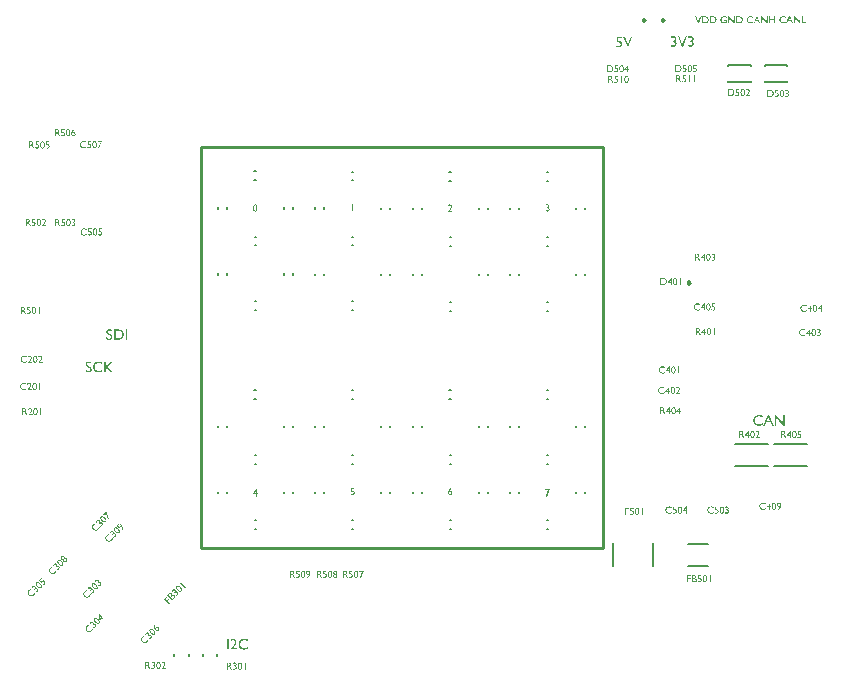
<source format=gto>
G04*
G04 #@! TF.GenerationSoftware,Altium Limited,Altium Designer,22.4.2 (48)*
G04*
G04 Layer_Color=65535*
%FSLAX25Y25*%
%MOIN*%
G70*
G04*
G04 #@! TF.SameCoordinates,FFA694D2-1829-43A5-BD7A-47FC6BC8C01B*
G04*
G04*
G04 #@! TF.FilePolarity,Positive*
G04*
G01*
G75*
%ADD10C,0.00984*%
%ADD11C,0.00394*%
%ADD12C,0.01000*%
%ADD13C,0.00787*%
G36*
X-104390Y-4693D02*
X-104351D01*
X-104301Y-4698D01*
X-104251Y-4709D01*
X-104196Y-4720D01*
X-104074Y-4748D01*
X-103935Y-4792D01*
X-103791Y-4859D01*
X-103724Y-4898D01*
X-103652Y-4942D01*
Y-5514D01*
X-103657Y-5508D01*
X-103668Y-5497D01*
X-103691Y-5481D01*
X-103718Y-5453D01*
X-103752Y-5425D01*
X-103796Y-5397D01*
X-103846Y-5364D01*
X-103896Y-5325D01*
X-104018Y-5259D01*
X-104162Y-5198D01*
X-104235Y-5175D01*
X-104312Y-5159D01*
X-104390Y-5148D01*
X-104473Y-5142D01*
X-104512D01*
X-104557Y-5148D01*
X-104618Y-5159D01*
X-104679Y-5170D01*
X-104745Y-5192D01*
X-104817Y-5220D01*
X-104878Y-5259D01*
X-104884Y-5264D01*
X-104901Y-5281D01*
X-104928Y-5303D01*
X-104956Y-5336D01*
X-104984Y-5381D01*
X-105012Y-5431D01*
X-105028Y-5492D01*
X-105034Y-5553D01*
Y-5558D01*
Y-5581D01*
X-105028Y-5608D01*
X-105017Y-5647D01*
X-105006Y-5692D01*
X-104984Y-5741D01*
X-104956Y-5797D01*
X-104917Y-5847D01*
X-104912Y-5852D01*
X-104895Y-5869D01*
X-104867Y-5897D01*
X-104828Y-5936D01*
X-104773Y-5980D01*
X-104712Y-6030D01*
X-104634Y-6086D01*
X-104545Y-6141D01*
X-104157Y-6369D01*
X-104151Y-6374D01*
X-104129Y-6385D01*
X-104096Y-6408D01*
X-104057Y-6435D01*
X-104007Y-6474D01*
X-103952Y-6518D01*
X-103896Y-6574D01*
X-103835Y-6635D01*
X-103774Y-6702D01*
X-103718Y-6779D01*
X-103663Y-6857D01*
X-103613Y-6946D01*
X-103574Y-7040D01*
X-103541Y-7135D01*
X-103519Y-7240D01*
X-103513Y-7351D01*
Y-7356D01*
Y-7368D01*
Y-7390D01*
X-103519Y-7423D01*
X-103524Y-7456D01*
X-103530Y-7501D01*
X-103546Y-7595D01*
X-103585Y-7706D01*
X-103635Y-7817D01*
X-103668Y-7878D01*
X-103707Y-7934D01*
X-103752Y-7989D01*
X-103802Y-8039D01*
X-103807D01*
X-103813Y-8050D01*
X-103829Y-8061D01*
X-103852Y-8078D01*
X-103879Y-8100D01*
X-103913Y-8122D01*
X-103952Y-8145D01*
X-104001Y-8167D01*
X-104107Y-8217D01*
X-104229Y-8261D01*
X-104373Y-8289D01*
X-104451Y-8294D01*
X-104534Y-8300D01*
X-104584D01*
X-104623Y-8294D01*
X-104667Y-8289D01*
X-104723Y-8283D01*
X-104784Y-8272D01*
X-104851Y-8261D01*
X-104995Y-8222D01*
X-105073Y-8195D01*
X-105156Y-8161D01*
X-105239Y-8128D01*
X-105322Y-8083D01*
X-105400Y-8034D01*
X-105483Y-7978D01*
Y-7340D01*
X-105478Y-7345D01*
X-105467Y-7362D01*
X-105445Y-7390D01*
X-105411Y-7418D01*
X-105372Y-7462D01*
X-105328Y-7501D01*
X-105272Y-7551D01*
X-105211Y-7595D01*
X-105145Y-7645D01*
X-105073Y-7695D01*
X-104995Y-7734D01*
X-104912Y-7773D01*
X-104828Y-7806D01*
X-104734Y-7834D01*
X-104640Y-7850D01*
X-104540Y-7856D01*
X-104501D01*
X-104457Y-7850D01*
X-104401Y-7839D01*
X-104340Y-7823D01*
X-104273Y-7801D01*
X-104207Y-7773D01*
X-104146Y-7728D01*
X-104140Y-7723D01*
X-104118Y-7706D01*
X-104096Y-7673D01*
X-104063Y-7634D01*
X-104035Y-7590D01*
X-104007Y-7534D01*
X-103990Y-7468D01*
X-103985Y-7395D01*
Y-7390D01*
Y-7379D01*
X-103990Y-7362D01*
Y-7340D01*
X-104007Y-7279D01*
X-104040Y-7196D01*
X-104068Y-7151D01*
X-104096Y-7107D01*
X-104135Y-7057D01*
X-104179Y-7001D01*
X-104235Y-6946D01*
X-104296Y-6896D01*
X-104368Y-6840D01*
X-104451Y-6785D01*
X-104834Y-6552D01*
X-104840D01*
X-104851Y-6541D01*
X-104867Y-6530D01*
X-104895Y-6513D01*
X-104956Y-6469D01*
X-105034Y-6413D01*
X-105117Y-6346D01*
X-105206Y-6274D01*
X-105283Y-6196D01*
X-105350Y-6119D01*
X-105356Y-6108D01*
X-105372Y-6080D01*
X-105400Y-6036D01*
X-105422Y-5974D01*
X-105450Y-5902D01*
X-105478Y-5819D01*
X-105494Y-5725D01*
X-105500Y-5625D01*
Y-5619D01*
Y-5608D01*
Y-5586D01*
X-105494Y-5558D01*
X-105489Y-5519D01*
X-105483Y-5481D01*
X-105461Y-5386D01*
X-105428Y-5275D01*
X-105378Y-5164D01*
X-105345Y-5109D01*
X-105306Y-5053D01*
X-105261Y-4998D01*
X-105211Y-4948D01*
X-105206Y-4942D01*
X-105200Y-4937D01*
X-105184Y-4926D01*
X-105161Y-4909D01*
X-105128Y-4887D01*
X-105095Y-4865D01*
X-105056Y-4842D01*
X-105012Y-4815D01*
X-104901Y-4770D01*
X-104773Y-4726D01*
X-104629Y-4698D01*
X-104545Y-4687D01*
X-104418D01*
X-104390Y-4693D01*
D02*
G37*
G36*
X-101099D02*
X-101049Y-4698D01*
X-100988Y-4704D01*
X-100916Y-4709D01*
X-100838Y-4720D01*
X-100749Y-4737D01*
X-100655Y-4759D01*
X-100549Y-4781D01*
X-100444Y-4809D01*
X-100327Y-4842D01*
X-100211Y-4881D01*
X-100089Y-4926D01*
X-99961Y-4975D01*
Y-5519D01*
X-99967Y-5514D01*
X-99989Y-5503D01*
X-100022Y-5486D01*
X-100066Y-5464D01*
X-100122Y-5436D01*
X-100189Y-5408D01*
X-100261Y-5375D01*
X-100344Y-5342D01*
X-100433Y-5309D01*
X-100527Y-5275D01*
X-100733Y-5220D01*
X-100838Y-5198D01*
X-100949Y-5181D01*
X-101060Y-5170D01*
X-101171Y-5164D01*
X-101232D01*
X-101271Y-5170D01*
X-101321Y-5175D01*
X-101382Y-5186D01*
X-101449Y-5198D01*
X-101521Y-5214D01*
X-101598Y-5231D01*
X-101682Y-5259D01*
X-101765Y-5286D01*
X-101848Y-5325D01*
X-101937Y-5370D01*
X-102020Y-5420D01*
X-102098Y-5481D01*
X-102175Y-5547D01*
X-102181Y-5553D01*
X-102192Y-5564D01*
X-102214Y-5586D01*
X-102237Y-5614D01*
X-102270Y-5653D01*
X-102303Y-5697D01*
X-102337Y-5753D01*
X-102375Y-5808D01*
X-102414Y-5875D01*
X-102447Y-5952D01*
X-102481Y-6030D01*
X-102514Y-6113D01*
X-102536Y-6202D01*
X-102559Y-6302D01*
X-102570Y-6402D01*
X-102575Y-6507D01*
Y-6513D01*
Y-6535D01*
Y-6563D01*
X-102570Y-6602D01*
X-102564Y-6652D01*
X-102553Y-6713D01*
X-102542Y-6774D01*
X-102525Y-6846D01*
X-102508Y-6918D01*
X-102481Y-6996D01*
X-102447Y-7073D01*
X-102409Y-7157D01*
X-102364Y-7234D01*
X-102314Y-7312D01*
X-102253Y-7390D01*
X-102187Y-7462D01*
X-102181Y-7468D01*
X-102170Y-7479D01*
X-102148Y-7495D01*
X-102114Y-7517D01*
X-102076Y-7551D01*
X-102031Y-7579D01*
X-101976Y-7612D01*
X-101915Y-7645D01*
X-101843Y-7684D01*
X-101765Y-7717D01*
X-101682Y-7745D01*
X-101593Y-7773D01*
X-101498Y-7801D01*
X-101399Y-7817D01*
X-101287Y-7828D01*
X-101177Y-7834D01*
X-101116D01*
X-101066Y-7828D01*
X-101010Y-7823D01*
X-100943Y-7812D01*
X-100866Y-7801D01*
X-100783Y-7784D01*
X-100688Y-7762D01*
X-100588Y-7739D01*
X-100488Y-7706D01*
X-100377Y-7667D01*
X-100266Y-7623D01*
X-100155Y-7567D01*
X-100039Y-7506D01*
X-99922Y-7440D01*
Y-7995D01*
X-99928Y-8000D01*
X-99950Y-8006D01*
X-99978Y-8022D01*
X-100022Y-8045D01*
X-100072Y-8067D01*
X-100139Y-8089D01*
X-100211Y-8117D01*
X-100294Y-8145D01*
X-100383Y-8178D01*
X-100483Y-8206D01*
X-100588Y-8228D01*
X-100699Y-8250D01*
X-100816Y-8272D01*
X-100943Y-8289D01*
X-101071Y-8294D01*
X-101204Y-8300D01*
X-101260D01*
X-101304Y-8294D01*
X-101354D01*
X-101415Y-8289D01*
X-101482Y-8278D01*
X-101554Y-8272D01*
X-101709Y-8245D01*
X-101876Y-8200D01*
X-102048Y-8145D01*
X-102209Y-8067D01*
X-102214Y-8061D01*
X-102225Y-8056D01*
X-102248Y-8045D01*
X-102276Y-8022D01*
X-102309Y-8000D01*
X-102353Y-7967D01*
X-102442Y-7895D01*
X-102547Y-7801D01*
X-102658Y-7689D01*
X-102764Y-7562D01*
X-102858Y-7412D01*
Y-7406D01*
X-102869Y-7395D01*
X-102880Y-7368D01*
X-102897Y-7340D01*
X-102914Y-7301D01*
X-102936Y-7257D01*
X-102953Y-7201D01*
X-102975Y-7140D01*
X-102997Y-7079D01*
X-103019Y-7007D01*
X-103058Y-6857D01*
X-103086Y-6685D01*
X-103091Y-6596D01*
X-103097Y-6507D01*
Y-6496D01*
Y-6474D01*
X-103091Y-6435D01*
X-103086Y-6380D01*
X-103080Y-6313D01*
X-103069Y-6235D01*
X-103052Y-6152D01*
X-103030Y-6058D01*
X-103003Y-5958D01*
X-102964Y-5852D01*
X-102919Y-5747D01*
X-102869Y-5636D01*
X-102803Y-5531D01*
X-102731Y-5420D01*
X-102647Y-5314D01*
X-102553Y-5214D01*
X-102547Y-5209D01*
X-102525Y-5192D01*
X-102497Y-5164D01*
X-102453Y-5131D01*
X-102403Y-5092D01*
X-102337Y-5048D01*
X-102264Y-4998D01*
X-102175Y-4948D01*
X-102081Y-4903D01*
X-101981Y-4854D01*
X-101870Y-4809D01*
X-101748Y-4770D01*
X-101621Y-4737D01*
X-101487Y-4709D01*
X-101349Y-4693D01*
X-101199Y-4687D01*
X-101143D01*
X-101099Y-4693D01*
D02*
G37*
G36*
X-98213Y-6413D02*
X-96304Y-8261D01*
X-96997D01*
X-98796Y-6524D01*
Y-8261D01*
X-99301D01*
Y-4737D01*
X-98796D01*
Y-6352D01*
X-97319Y-4737D01*
X-96681D01*
X-98213Y-6413D01*
D02*
G37*
G36*
X-97490Y6107D02*
X-97451D01*
X-97401Y6102D01*
X-97351Y6091D01*
X-97296Y6080D01*
X-97174Y6052D01*
X-97035Y6008D01*
X-96891Y5941D01*
X-96824Y5902D01*
X-96752Y5858D01*
Y5286D01*
X-96757Y5292D01*
X-96768Y5303D01*
X-96791Y5319D01*
X-96818Y5347D01*
X-96852Y5375D01*
X-96896Y5403D01*
X-96946Y5436D01*
X-96996Y5475D01*
X-97118Y5541D01*
X-97263Y5602D01*
X-97335Y5625D01*
X-97412Y5641D01*
X-97490Y5652D01*
X-97573Y5658D01*
X-97612D01*
X-97657Y5652D01*
X-97718Y5641D01*
X-97779Y5630D01*
X-97845Y5608D01*
X-97917Y5580D01*
X-97978Y5541D01*
X-97984Y5536D01*
X-98001Y5519D01*
X-98028Y5497D01*
X-98056Y5464D01*
X-98084Y5419D01*
X-98112Y5369D01*
X-98128Y5308D01*
X-98134Y5247D01*
Y5242D01*
Y5220D01*
X-98128Y5192D01*
X-98117Y5153D01*
X-98106Y5108D01*
X-98084Y5059D01*
X-98056Y5003D01*
X-98017Y4953D01*
X-98012Y4947D01*
X-97995Y4931D01*
X-97967Y4903D01*
X-97928Y4864D01*
X-97873Y4820D01*
X-97812Y4770D01*
X-97734Y4715D01*
X-97645Y4659D01*
X-97257Y4431D01*
X-97251Y4426D01*
X-97229Y4415D01*
X-97196Y4392D01*
X-97157Y4365D01*
X-97107Y4326D01*
X-97052Y4282D01*
X-96996Y4226D01*
X-96935Y4165D01*
X-96874Y4098D01*
X-96818Y4021D01*
X-96763Y3943D01*
X-96713Y3854D01*
X-96674Y3760D01*
X-96641Y3666D01*
X-96619Y3560D01*
X-96613Y3449D01*
Y3444D01*
Y3432D01*
Y3410D01*
X-96619Y3377D01*
X-96624Y3344D01*
X-96630Y3299D01*
X-96646Y3205D01*
X-96685Y3094D01*
X-96735Y2983D01*
X-96768Y2922D01*
X-96807Y2866D01*
X-96852Y2811D01*
X-96902Y2761D01*
X-96907D01*
X-96913Y2750D01*
X-96929Y2739D01*
X-96952Y2722D01*
X-96979Y2700D01*
X-97013Y2678D01*
X-97052Y2655D01*
X-97101Y2633D01*
X-97207Y2583D01*
X-97329Y2539D01*
X-97473Y2511D01*
X-97551Y2506D01*
X-97634Y2500D01*
X-97684D01*
X-97723Y2506D01*
X-97768Y2511D01*
X-97823Y2517D01*
X-97884Y2528D01*
X-97951Y2539D01*
X-98095Y2578D01*
X-98173Y2606D01*
X-98256Y2639D01*
X-98339Y2672D01*
X-98422Y2716D01*
X-98500Y2766D01*
X-98583Y2822D01*
Y3460D01*
X-98578Y3455D01*
X-98567Y3438D01*
X-98545Y3410D01*
X-98511Y3382D01*
X-98472Y3338D01*
X-98428Y3299D01*
X-98373Y3249D01*
X-98311Y3205D01*
X-98245Y3155D01*
X-98173Y3105D01*
X-98095Y3066D01*
X-98012Y3027D01*
X-97928Y2994D01*
X-97834Y2966D01*
X-97740Y2950D01*
X-97640Y2944D01*
X-97601D01*
X-97557Y2950D01*
X-97501Y2961D01*
X-97440Y2977D01*
X-97373Y2999D01*
X-97307Y3027D01*
X-97246Y3072D01*
X-97240Y3077D01*
X-97218Y3094D01*
X-97196Y3127D01*
X-97162Y3166D01*
X-97135Y3210D01*
X-97107Y3266D01*
X-97090Y3333D01*
X-97085Y3405D01*
Y3410D01*
Y3421D01*
X-97090Y3438D01*
Y3460D01*
X-97107Y3521D01*
X-97140Y3604D01*
X-97168Y3649D01*
X-97196Y3693D01*
X-97235Y3743D01*
X-97279Y3799D01*
X-97335Y3854D01*
X-97396Y3904D01*
X-97468Y3960D01*
X-97551Y4015D01*
X-97934Y4248D01*
X-97939D01*
X-97951Y4259D01*
X-97967Y4270D01*
X-97995Y4287D01*
X-98056Y4332D01*
X-98134Y4387D01*
X-98217Y4454D01*
X-98306Y4526D01*
X-98384Y4603D01*
X-98450Y4681D01*
X-98456Y4692D01*
X-98472Y4720D01*
X-98500Y4764D01*
X-98522Y4826D01*
X-98550Y4898D01*
X-98578Y4981D01*
X-98594Y5075D01*
X-98600Y5175D01*
Y5181D01*
Y5192D01*
Y5214D01*
X-98594Y5242D01*
X-98589Y5281D01*
X-98583Y5319D01*
X-98561Y5414D01*
X-98528Y5525D01*
X-98478Y5636D01*
X-98445Y5691D01*
X-98406Y5747D01*
X-98361Y5802D01*
X-98311Y5852D01*
X-98306Y5858D01*
X-98300Y5863D01*
X-98284Y5874D01*
X-98261Y5891D01*
X-98228Y5913D01*
X-98195Y5935D01*
X-98156Y5958D01*
X-98112Y5985D01*
X-98001Y6030D01*
X-97873Y6074D01*
X-97729Y6102D01*
X-97645Y6113D01*
X-97518D01*
X-97490Y6107D01*
D02*
G37*
G36*
X-91674Y2539D02*
X-92179D01*
Y6063D01*
X-91674D01*
Y2539D01*
D02*
G37*
G36*
X-94754Y6058D02*
X-94693D01*
X-94621Y6052D01*
X-94543Y6047D01*
X-94460Y6035D01*
X-94276Y6013D01*
X-94088Y5974D01*
X-93905Y5919D01*
X-93822Y5886D01*
X-93738Y5847D01*
X-93733D01*
X-93722Y5835D01*
X-93699Y5824D01*
X-93666Y5808D01*
X-93633Y5786D01*
X-93594Y5758D01*
X-93494Y5686D01*
X-93388Y5597D01*
X-93278Y5486D01*
X-93167Y5358D01*
X-93067Y5208D01*
X-93061Y5203D01*
X-93056Y5192D01*
X-93044Y5170D01*
X-93028Y5136D01*
X-93011Y5097D01*
X-92989Y5053D01*
X-92967Y4998D01*
X-92939Y4936D01*
X-92917Y4875D01*
X-92895Y4803D01*
X-92856Y4648D01*
X-92828Y4476D01*
X-92817Y4387D01*
Y4293D01*
Y4287D01*
Y4276D01*
Y4259D01*
Y4232D01*
X-92822Y4204D01*
Y4165D01*
X-92834Y4076D01*
X-92850Y3976D01*
X-92878Y3860D01*
X-92911Y3738D01*
X-92956Y3616D01*
Y3610D01*
X-92961Y3599D01*
X-92972Y3582D01*
X-92983Y3560D01*
X-93011Y3499D01*
X-93056Y3427D01*
X-93111Y3338D01*
X-93178Y3244D01*
X-93255Y3144D01*
X-93344Y3049D01*
X-93350D01*
X-93355Y3038D01*
X-93388Y3005D01*
X-93444Y2961D01*
X-93516Y2905D01*
X-93605Y2844D01*
X-93705Y2783D01*
X-93822Y2722D01*
X-93944Y2667D01*
X-93955Y2661D01*
X-93977Y2655D01*
X-94016Y2639D01*
X-94066Y2622D01*
X-94121Y2606D01*
X-94182Y2589D01*
X-94310Y2561D01*
X-94315D01*
X-94343Y2555D01*
X-94388D01*
X-94449Y2550D01*
X-94493D01*
X-94537Y2544D01*
X-94648D01*
X-94709Y2539D01*
X-96058D01*
Y6063D01*
X-94804D01*
X-94754Y6058D01*
D02*
G37*
G36*
X118998Y-22492D02*
X119048Y-22498D01*
X119109Y-22504D01*
X119181Y-22509D01*
X119259Y-22520D01*
X119348Y-22537D01*
X119442Y-22559D01*
X119547Y-22581D01*
X119653Y-22609D01*
X119770Y-22642D01*
X119886Y-22681D01*
X120008Y-22726D01*
X120136Y-22776D01*
Y-23320D01*
X120130Y-23314D01*
X120108Y-23303D01*
X120075Y-23286D01*
X120030Y-23264D01*
X119975Y-23236D01*
X119908Y-23208D01*
X119836Y-23175D01*
X119753Y-23142D01*
X119664Y-23109D01*
X119570Y-23075D01*
X119364Y-23020D01*
X119259Y-22998D01*
X119148Y-22981D01*
X119037Y-22970D01*
X118926Y-22964D01*
X118865D01*
X118826Y-22970D01*
X118776Y-22975D01*
X118715Y-22986D01*
X118648Y-22998D01*
X118576Y-23014D01*
X118499Y-23031D01*
X118415Y-23059D01*
X118332Y-23086D01*
X118249Y-23125D01*
X118160Y-23170D01*
X118077Y-23220D01*
X117999Y-23281D01*
X117921Y-23347D01*
X117916Y-23353D01*
X117905Y-23364D01*
X117882Y-23386D01*
X117860Y-23414D01*
X117827Y-23453D01*
X117794Y-23497D01*
X117760Y-23552D01*
X117721Y-23608D01*
X117683Y-23675D01*
X117649Y-23752D01*
X117616Y-23830D01*
X117583Y-23913D01*
X117561Y-24002D01*
X117538Y-24102D01*
X117527Y-24202D01*
X117522Y-24307D01*
Y-24313D01*
Y-24335D01*
Y-24363D01*
X117527Y-24402D01*
X117533Y-24452D01*
X117544Y-24513D01*
X117555Y-24574D01*
X117572Y-24646D01*
X117588Y-24718D01*
X117616Y-24796D01*
X117649Y-24873D01*
X117688Y-24957D01*
X117733Y-25034D01*
X117782Y-25112D01*
X117844Y-25190D01*
X117910Y-25262D01*
X117916Y-25267D01*
X117927Y-25279D01*
X117949Y-25295D01*
X117982Y-25317D01*
X118021Y-25351D01*
X118066Y-25379D01*
X118121Y-25412D01*
X118182Y-25445D01*
X118254Y-25484D01*
X118332Y-25517D01*
X118415Y-25545D01*
X118504Y-25573D01*
X118598Y-25600D01*
X118698Y-25617D01*
X118809Y-25628D01*
X118920Y-25634D01*
X118981D01*
X119031Y-25628D01*
X119087Y-25623D01*
X119153Y-25612D01*
X119231Y-25600D01*
X119314Y-25584D01*
X119409Y-25562D01*
X119509Y-25539D01*
X119608Y-25506D01*
X119720Y-25467D01*
X119831Y-25423D01*
X119941Y-25367D01*
X120058Y-25306D01*
X120175Y-25240D01*
Y-25795D01*
X120169Y-25800D01*
X120147Y-25806D01*
X120119Y-25822D01*
X120075Y-25845D01*
X120025Y-25867D01*
X119958Y-25889D01*
X119886Y-25917D01*
X119803Y-25945D01*
X119714Y-25978D01*
X119614Y-26006D01*
X119509Y-26028D01*
X119398Y-26050D01*
X119281Y-26072D01*
X119153Y-26089D01*
X119026Y-26094D01*
X118893Y-26100D01*
X118837D01*
X118793Y-26094D01*
X118743D01*
X118682Y-26089D01*
X118615Y-26078D01*
X118543Y-26072D01*
X118387Y-26044D01*
X118221Y-26000D01*
X118049Y-25945D01*
X117888Y-25867D01*
X117882Y-25861D01*
X117871Y-25856D01*
X117849Y-25845D01*
X117821Y-25822D01*
X117788Y-25800D01*
X117744Y-25767D01*
X117655Y-25695D01*
X117550Y-25600D01*
X117438Y-25490D01*
X117333Y-25362D01*
X117239Y-25212D01*
Y-25207D01*
X117227Y-25195D01*
X117217Y-25168D01*
X117200Y-25140D01*
X117183Y-25101D01*
X117161Y-25057D01*
X117144Y-25001D01*
X117122Y-24940D01*
X117100Y-24879D01*
X117078Y-24807D01*
X117039Y-24657D01*
X117011Y-24485D01*
X117006Y-24396D01*
X117000Y-24307D01*
Y-24296D01*
Y-24274D01*
X117006Y-24235D01*
X117011Y-24180D01*
X117017Y-24113D01*
X117028Y-24035D01*
X117044Y-23952D01*
X117067Y-23858D01*
X117094Y-23758D01*
X117133Y-23652D01*
X117178Y-23547D01*
X117227Y-23436D01*
X117294Y-23331D01*
X117366Y-23220D01*
X117449Y-23114D01*
X117544Y-23014D01*
X117550Y-23009D01*
X117572Y-22992D01*
X117599Y-22964D01*
X117644Y-22931D01*
X117694Y-22892D01*
X117760Y-22848D01*
X117833Y-22798D01*
X117921Y-22748D01*
X118016Y-22703D01*
X118116Y-22654D01*
X118227Y-22609D01*
X118349Y-22570D01*
X118476Y-22537D01*
X118609Y-22509D01*
X118748Y-22492D01*
X118898Y-22487D01*
X118954D01*
X118998Y-22492D01*
D02*
G37*
G36*
X127523Y-26061D02*
X127090D01*
X124731Y-23347D01*
Y-26061D01*
X124259D01*
Y-22537D01*
X124665D01*
X127046Y-25279D01*
Y-22537D01*
X127523D01*
Y-26061D01*
D02*
G37*
G36*
X123854D02*
X123333D01*
X122866Y-25018D01*
X121362D01*
X120924Y-26061D01*
X120408D01*
X121917Y-22515D01*
X122273D01*
X123854Y-26061D01*
D02*
G37*
G36*
X93485Y100222D02*
X93368D01*
X91853Y103763D01*
X92358D01*
X93418Y101282D01*
X94467Y103763D01*
X94978D01*
X93485Y100222D01*
D02*
G37*
G36*
X96143Y103807D02*
X96182D01*
X96232Y103802D01*
X96338Y103780D01*
X96465Y103752D01*
X96593Y103708D01*
X96715Y103641D01*
X96776Y103602D01*
X96832Y103558D01*
X96837Y103552D01*
X96843Y103547D01*
X96859Y103530D01*
X96876Y103513D01*
X96898Y103486D01*
X96921Y103452D01*
X96976Y103375D01*
X97026Y103275D01*
X97070Y103153D01*
X97104Y103014D01*
X97109Y102942D01*
X97115Y102858D01*
Y102853D01*
Y102847D01*
Y102814D01*
X97109Y102764D01*
X97104Y102703D01*
X97087Y102631D01*
X97070Y102559D01*
X97043Y102481D01*
X97004Y102409D01*
X96998Y102403D01*
X96982Y102381D01*
X96954Y102348D01*
X96921Y102303D01*
X96870Y102253D01*
X96810Y102204D01*
X96737Y102148D01*
X96654Y102098D01*
X96665Y102093D01*
X96687Y102081D01*
X96726Y102065D01*
X96771Y102043D01*
X96870Y101982D01*
X96921Y101943D01*
X96959Y101898D01*
X96965Y101893D01*
X96976Y101876D01*
X96993Y101854D01*
X97015Y101821D01*
X97037Y101776D01*
X97065Y101732D01*
X97087Y101676D01*
X97109Y101615D01*
Y101610D01*
X97120Y101587D01*
X97126Y101554D01*
X97137Y101510D01*
X97148Y101454D01*
X97154Y101393D01*
X97165Y101260D01*
Y101254D01*
Y101238D01*
Y101216D01*
X97159Y101182D01*
X97154Y101144D01*
X97148Y101099D01*
X97126Y100994D01*
X97087Y100872D01*
X97031Y100744D01*
X96998Y100683D01*
X96959Y100616D01*
X96909Y100555D01*
X96854Y100500D01*
X96848Y100494D01*
X96843Y100489D01*
X96821Y100472D01*
X96798Y100455D01*
X96771Y100433D01*
X96732Y100405D01*
X96693Y100378D01*
X96643Y100350D01*
X96532Y100294D01*
X96399Y100244D01*
X96243Y100211D01*
X96166Y100206D01*
X96077Y100200D01*
X96038D01*
X96010Y100206D01*
X95971D01*
X95933Y100211D01*
X95883Y100217D01*
X95833Y100222D01*
X95711Y100244D01*
X95583Y100278D01*
X95444Y100328D01*
X95305Y100389D01*
Y100944D01*
X95311D01*
X95322Y100933D01*
X95344Y100921D01*
X95372Y100905D01*
X95411Y100888D01*
X95450Y100866D01*
X95500Y100844D01*
X95550Y100822D01*
X95666Y100772D01*
X95799Y100733D01*
X95938Y100705D01*
X96005Y100699D01*
X96077Y100694D01*
X96121D01*
X96166Y100699D01*
X96227Y100711D01*
X96288Y100733D01*
X96360Y100755D01*
X96426Y100794D01*
X96487Y100844D01*
X96493Y100849D01*
X96510Y100872D01*
X96538Y100905D01*
X96565Y100949D01*
X96593Y101005D01*
X96621Y101077D01*
X96637Y101155D01*
X96643Y101243D01*
Y101254D01*
Y101277D01*
X96637Y101321D01*
X96626Y101371D01*
X96610Y101426D01*
X96588Y101488D01*
X96554Y101549D01*
X96510Y101610D01*
X96504Y101615D01*
X96499Y101626D01*
X96482Y101637D01*
X96460Y101660D01*
X96410Y101699D01*
X96343Y101737D01*
X96338D01*
X96327Y101743D01*
X96299Y101754D01*
X96260Y101765D01*
X96210Y101776D01*
X96138Y101793D01*
X96055Y101804D01*
X95949Y101821D01*
X95905Y101826D01*
Y102292D01*
X95988D01*
X96049Y102298D01*
X96121Y102309D01*
X96205Y102326D01*
X96288Y102348D01*
X96365Y102381D01*
X96438Y102426D01*
X96443Y102431D01*
X96465Y102453D01*
X96493Y102481D01*
X96526Y102525D01*
X96560Y102581D01*
X96588Y102648D01*
X96610Y102725D01*
X96615Y102820D01*
Y102831D01*
Y102858D01*
X96604Y102903D01*
X96593Y102953D01*
X96571Y103014D01*
X96543Y103075D01*
X96499Y103141D01*
X96443Y103197D01*
X96438Y103202D01*
X96415Y103219D01*
X96377Y103247D01*
X96327Y103275D01*
X96266Y103297D01*
X96188Y103325D01*
X96099Y103341D01*
X96005Y103347D01*
X95955D01*
X95899Y103336D01*
X95827Y103325D01*
X95733Y103302D01*
X95633Y103275D01*
X95516Y103230D01*
X95394Y103175D01*
Y103658D01*
X95400D01*
X95411Y103663D01*
X95428Y103674D01*
X95450Y103680D01*
X95477Y103697D01*
X95511Y103708D01*
X95594Y103735D01*
X95688Y103763D01*
X95805Y103791D01*
X95927Y103807D01*
X96060Y103813D01*
X96105D01*
X96143Y103807D01*
D02*
G37*
G36*
X90438D02*
X90477D01*
X90527Y103802D01*
X90632Y103780D01*
X90760Y103752D01*
X90888Y103708D01*
X91010Y103641D01*
X91071Y103602D01*
X91126Y103558D01*
X91132Y103552D01*
X91137Y103547D01*
X91154Y103530D01*
X91171Y103513D01*
X91193Y103486D01*
X91215Y103452D01*
X91271Y103375D01*
X91321Y103275D01*
X91365Y103153D01*
X91398Y103014D01*
X91404Y102942D01*
X91409Y102858D01*
Y102853D01*
Y102847D01*
Y102814D01*
X91404Y102764D01*
X91398Y102703D01*
X91382Y102631D01*
X91365Y102559D01*
X91337Y102481D01*
X91298Y102409D01*
X91293Y102403D01*
X91276Y102381D01*
X91248Y102348D01*
X91215Y102303D01*
X91165Y102253D01*
X91104Y102204D01*
X91032Y102148D01*
X90949Y102098D01*
X90960Y102093D01*
X90982Y102081D01*
X91021Y102065D01*
X91065Y102043D01*
X91165Y101982D01*
X91215Y101943D01*
X91254Y101898D01*
X91259Y101893D01*
X91271Y101876D01*
X91287Y101854D01*
X91309Y101821D01*
X91332Y101776D01*
X91359Y101732D01*
X91382Y101676D01*
X91404Y101615D01*
Y101610D01*
X91415Y101587D01*
X91420Y101554D01*
X91431Y101510D01*
X91443Y101454D01*
X91448Y101393D01*
X91459Y101260D01*
Y101254D01*
Y101238D01*
Y101216D01*
X91454Y101182D01*
X91448Y101144D01*
X91443Y101099D01*
X91420Y100994D01*
X91382Y100872D01*
X91326Y100744D01*
X91293Y100683D01*
X91254Y100616D01*
X91204Y100555D01*
X91149Y100500D01*
X91143Y100494D01*
X91137Y100489D01*
X91115Y100472D01*
X91093Y100455D01*
X91065Y100433D01*
X91026Y100405D01*
X90987Y100378D01*
X90938Y100350D01*
X90826Y100294D01*
X90693Y100244D01*
X90538Y100211D01*
X90460Y100206D01*
X90372Y100200D01*
X90333D01*
X90305Y100206D01*
X90266D01*
X90227Y100211D01*
X90177Y100217D01*
X90127Y100222D01*
X90005Y100244D01*
X89877Y100278D01*
X89739Y100328D01*
X89600Y100389D01*
Y100944D01*
X89606D01*
X89617Y100933D01*
X89639Y100921D01*
X89667Y100905D01*
X89705Y100888D01*
X89744Y100866D01*
X89794Y100844D01*
X89844Y100822D01*
X89961Y100772D01*
X90094Y100733D01*
X90233Y100705D01*
X90299Y100699D01*
X90372Y100694D01*
X90416D01*
X90460Y100699D01*
X90521Y100711D01*
X90582Y100733D01*
X90654Y100755D01*
X90721Y100794D01*
X90782Y100844D01*
X90788Y100849D01*
X90804Y100872D01*
X90832Y100905D01*
X90860Y100949D01*
X90888Y101005D01*
X90915Y101077D01*
X90932Y101155D01*
X90938Y101243D01*
Y101254D01*
Y101277D01*
X90932Y101321D01*
X90921Y101371D01*
X90904Y101426D01*
X90882Y101488D01*
X90849Y101549D01*
X90804Y101610D01*
X90799Y101615D01*
X90793Y101626D01*
X90777Y101637D01*
X90754Y101660D01*
X90704Y101699D01*
X90638Y101737D01*
X90632D01*
X90621Y101743D01*
X90593Y101754D01*
X90555Y101765D01*
X90505Y101776D01*
X90433Y101793D01*
X90349Y101804D01*
X90244Y101821D01*
X90199Y101826D01*
Y102292D01*
X90283D01*
X90344Y102298D01*
X90416Y102309D01*
X90499Y102326D01*
X90582Y102348D01*
X90660Y102381D01*
X90732Y102426D01*
X90738Y102431D01*
X90760Y102453D01*
X90788Y102481D01*
X90821Y102525D01*
X90854Y102581D01*
X90882Y102648D01*
X90904Y102725D01*
X90910Y102820D01*
Y102831D01*
Y102858D01*
X90899Y102903D01*
X90888Y102953D01*
X90865Y103014D01*
X90838Y103075D01*
X90793Y103141D01*
X90738Y103197D01*
X90732Y103202D01*
X90710Y103219D01*
X90671Y103247D01*
X90621Y103275D01*
X90560Y103297D01*
X90482Y103325D01*
X90394Y103341D01*
X90299Y103347D01*
X90249D01*
X90194Y103336D01*
X90122Y103325D01*
X90027Y103302D01*
X89927Y103275D01*
X89811Y103230D01*
X89689Y103175D01*
Y103658D01*
X89694D01*
X89705Y103663D01*
X89722Y103674D01*
X89744Y103680D01*
X89772Y103697D01*
X89805Y103708D01*
X89889Y103735D01*
X89983Y103763D01*
X90100Y103791D01*
X90222Y103807D01*
X90355Y103813D01*
X90399D01*
X90438Y103807D01*
D02*
G37*
G36*
X75263Y100017D02*
X75146D01*
X73631Y103558D01*
X74136D01*
X75196Y101077D01*
X76245Y103558D01*
X76756D01*
X75263Y100017D01*
D02*
G37*
G36*
X73126Y103108D02*
X72027D01*
Y102220D01*
X72038D01*
X72060Y102225D01*
X72182D01*
X72216Y102220D01*
X72260Y102214D01*
X72310Y102209D01*
X72366Y102198D01*
X72427Y102187D01*
X72560Y102148D01*
X72632Y102126D01*
X72704Y102092D01*
X72771Y102053D01*
X72843Y102015D01*
X72909Y101965D01*
X72971Y101909D01*
X72976Y101904D01*
X72987Y101893D01*
X73004Y101876D01*
X73020Y101854D01*
X73048Y101820D01*
X73076Y101787D01*
X73104Y101743D01*
X73137Y101693D01*
X73170Y101637D01*
X73198Y101582D01*
X73254Y101443D01*
X73270Y101371D01*
X73287Y101288D01*
X73298Y101204D01*
X73304Y101116D01*
Y101110D01*
Y101093D01*
Y101066D01*
X73298Y101032D01*
X73292Y100993D01*
X73287Y100944D01*
X73276Y100888D01*
X73265Y100832D01*
X73226Y100705D01*
X73198Y100633D01*
X73165Y100566D01*
X73126Y100499D01*
X73087Y100433D01*
X73032Y100372D01*
X72976Y100311D01*
X72971Y100305D01*
X72960Y100300D01*
X72943Y100283D01*
X72915Y100261D01*
X72882Y100239D01*
X72843Y100211D01*
X72799Y100183D01*
X72749Y100155D01*
X72688Y100128D01*
X72626Y100100D01*
X72554Y100072D01*
X72482Y100050D01*
X72316Y100011D01*
X72221Y100006D01*
X72127Y100000D01*
X72083D01*
X72055Y100006D01*
X72016D01*
X71972Y100011D01*
X71922Y100017D01*
X71866Y100028D01*
X71738Y100050D01*
X71600Y100089D01*
X71450Y100139D01*
X71300Y100205D01*
Y100722D01*
X71306D01*
X71317Y100710D01*
X71339Y100699D01*
X71367Y100683D01*
X71400Y100666D01*
X71439Y100644D01*
X71533Y100599D01*
X71650Y100555D01*
X71772Y100516D01*
X71905Y100488D01*
X71977Y100483D01*
X72044Y100477D01*
X72077D01*
X72099Y100483D01*
X72155Y100488D01*
X72227Y100499D01*
X72316Y100522D01*
X72404Y100555D01*
X72493Y100599D01*
X72576Y100661D01*
X72588Y100672D01*
X72610Y100694D01*
X72643Y100733D01*
X72688Y100788D01*
X72726Y100855D01*
X72760Y100932D01*
X72782Y101016D01*
X72793Y101116D01*
Y101121D01*
Y101127D01*
X72787Y101165D01*
X72782Y101215D01*
X72765Y101282D01*
X72737Y101354D01*
X72693Y101432D01*
X72632Y101515D01*
X72599Y101549D01*
X72554Y101587D01*
X72543Y101593D01*
X72510Y101615D01*
X72460Y101648D01*
X72393Y101682D01*
X72310Y101715D01*
X72210Y101748D01*
X72099Y101770D01*
X71972Y101776D01*
X71872D01*
X71811Y101770D01*
X71738Y101765D01*
X71672Y101754D01*
X71616Y101737D01*
X71566Y101720D01*
Y103558D01*
X73126D01*
Y103108D01*
D02*
G37*
G36*
X107416Y110405D02*
X107464D01*
X107524Y110398D01*
X107586Y110390D01*
X107653Y110379D01*
X107720Y110364D01*
X107723D01*
X107727Y110361D01*
X107738D01*
X107753Y110357D01*
X107790Y110346D01*
X107842Y110327D01*
X107908Y110309D01*
X107986Y110279D01*
X108075Y110246D01*
X108171Y110209D01*
Y109865D01*
X108167Y109869D01*
X108152Y109876D01*
X108130Y109887D01*
X108097Y109902D01*
X108060Y109920D01*
X108016Y109942D01*
X107964Y109965D01*
X107908Y109987D01*
X107845Y110009D01*
X107782Y110031D01*
X107642Y110072D01*
X107564Y110087D01*
X107490Y110098D01*
X107413Y110105D01*
X107335Y110109D01*
X107298D01*
X107272Y110105D01*
X107239Y110102D01*
X107198Y110094D01*
X107157Y110087D01*
X107109Y110076D01*
X107061Y110061D01*
X107009Y110046D01*
X106954Y110024D01*
X106898Y109998D01*
X106846Y109968D01*
X106791Y109931D01*
X106739Y109894D01*
X106687Y109846D01*
X106684Y109843D01*
X106676Y109835D01*
X106661Y109820D01*
X106647Y109798D01*
X106628Y109772D01*
X106606Y109743D01*
X106580Y109706D01*
X106558Y109669D01*
X106532Y109621D01*
X106506Y109573D01*
X106484Y109521D01*
X106465Y109461D01*
X106450Y109402D01*
X106436Y109336D01*
X106428Y109269D01*
X106425Y109199D01*
Y109195D01*
Y109180D01*
Y109162D01*
X106428Y109132D01*
X106432Y109099D01*
X106439Y109058D01*
X106447Y109014D01*
X106458Y108966D01*
X106473Y108918D01*
X106488Y108862D01*
X106510Y108810D01*
X106536Y108755D01*
X106565Y108699D01*
X106602Y108644D01*
X106643Y108592D01*
X106687Y108544D01*
X106691Y108540D01*
X106698Y108533D01*
X106713Y108522D01*
X106735Y108503D01*
X106761Y108485D01*
X106791Y108466D01*
X106828Y108440D01*
X106872Y108418D01*
X106917Y108396D01*
X106968Y108374D01*
X107024Y108352D01*
X107083Y108333D01*
X107150Y108315D01*
X107216Y108303D01*
X107290Y108296D01*
X107364Y108292D01*
X107401D01*
X107420Y108296D01*
X107442D01*
X107501Y108303D01*
X107572Y108315D01*
X107657Y108333D01*
X107749Y108355D01*
X107849Y108385D01*
X107882Y108392D01*
Y108884D01*
X107431D01*
Y109184D01*
X108219D01*
Y108185D01*
X108215Y108181D01*
X108201Y108178D01*
X108175Y108167D01*
X108145Y108155D01*
X108104Y108141D01*
X108060Y108126D01*
X108004Y108111D01*
X107949Y108092D01*
X107886Y108074D01*
X107816Y108059D01*
X107671Y108030D01*
X107516Y108007D01*
X107438Y108004D01*
X107357Y108000D01*
X107331D01*
X107301Y108004D01*
X107261D01*
X107213Y108011D01*
X107153Y108019D01*
X107091Y108030D01*
X107020Y108044D01*
X106950Y108059D01*
X106872Y108081D01*
X106795Y108111D01*
X106717Y108144D01*
X106639Y108181D01*
X106565Y108229D01*
X106491Y108281D01*
X106425Y108340D01*
X106421Y108344D01*
X106410Y108355D01*
X106391Y108374D01*
X106369Y108403D01*
X106343Y108433D01*
X106314Y108474D01*
X106284Y108522D01*
X106251Y108573D01*
X106217Y108633D01*
X106188Y108696D01*
X106158Y108766D01*
X106132Y108840D01*
X106110Y108918D01*
X106092Y109003D01*
X106080Y109088D01*
X106077Y109180D01*
Y109188D01*
Y109203D01*
X106080Y109232D01*
X106084Y109269D01*
X106088Y109313D01*
X106095Y109365D01*
X106106Y109424D01*
X106121Y109487D01*
X106140Y109554D01*
X106166Y109624D01*
X106195Y109698D01*
X106228Y109772D01*
X106269Y109846D01*
X106317Y109920D01*
X106373Y109991D01*
X106436Y110057D01*
X106439Y110061D01*
X106454Y110072D01*
X106473Y110090D01*
X106502Y110113D01*
X106536Y110139D01*
X106580Y110168D01*
X106628Y110202D01*
X106684Y110235D01*
X106746Y110264D01*
X106817Y110298D01*
X106891Y110327D01*
X106972Y110353D01*
X107057Y110375D01*
X107146Y110394D01*
X107242Y110405D01*
X107342Y110409D01*
X107376D01*
X107416Y110405D01*
D02*
G37*
G36*
X127078D02*
X127111Y110401D01*
X127152Y110398D01*
X127200Y110394D01*
X127252Y110387D01*
X127311Y110375D01*
X127374Y110361D01*
X127444Y110346D01*
X127515Y110327D01*
X127592Y110305D01*
X127670Y110279D01*
X127751Y110250D01*
X127837Y110216D01*
Y109854D01*
X127833Y109857D01*
X127818Y109865D01*
X127796Y109876D01*
X127766Y109891D01*
X127729Y109909D01*
X127685Y109928D01*
X127637Y109950D01*
X127581Y109972D01*
X127522Y109994D01*
X127459Y110017D01*
X127322Y110054D01*
X127252Y110068D01*
X127178Y110079D01*
X127104Y110087D01*
X127030Y110090D01*
X126989D01*
X126963Y110087D01*
X126930Y110083D01*
X126889Y110076D01*
X126845Y110068D01*
X126797Y110057D01*
X126745Y110046D01*
X126690Y110028D01*
X126634Y110009D01*
X126578Y109983D01*
X126519Y109954D01*
X126464Y109920D01*
X126412Y109880D01*
X126360Y109835D01*
X126356Y109832D01*
X126349Y109824D01*
X126334Y109809D01*
X126320Y109791D01*
X126297Y109765D01*
X126275Y109735D01*
X126253Y109698D01*
X126227Y109661D01*
X126201Y109617D01*
X126179Y109565D01*
X126157Y109513D01*
X126135Y109458D01*
X126120Y109399D01*
X126105Y109332D01*
X126098Y109265D01*
X126094Y109195D01*
Y109191D01*
Y109177D01*
Y109158D01*
X126098Y109132D01*
X126101Y109099D01*
X126109Y109058D01*
X126116Y109018D01*
X126127Y108969D01*
X126138Y108921D01*
X126157Y108870D01*
X126179Y108818D01*
X126205Y108762D01*
X126234Y108710D01*
X126268Y108659D01*
X126308Y108607D01*
X126353Y108559D01*
X126356Y108555D01*
X126364Y108548D01*
X126379Y108537D01*
X126401Y108522D01*
X126427Y108500D01*
X126456Y108481D01*
X126493Y108459D01*
X126534Y108437D01*
X126582Y108411D01*
X126634Y108388D01*
X126690Y108370D01*
X126749Y108352D01*
X126812Y108333D01*
X126878Y108322D01*
X126952Y108315D01*
X127026Y108311D01*
X127067D01*
X127100Y108315D01*
X127137Y108318D01*
X127182Y108326D01*
X127233Y108333D01*
X127289Y108344D01*
X127352Y108359D01*
X127418Y108374D01*
X127485Y108396D01*
X127559Y108422D01*
X127633Y108451D01*
X127707Y108488D01*
X127785Y108529D01*
X127862Y108573D01*
Y108203D01*
X127859Y108200D01*
X127844Y108196D01*
X127825Y108185D01*
X127796Y108170D01*
X127762Y108155D01*
X127718Y108141D01*
X127670Y108122D01*
X127614Y108104D01*
X127555Y108081D01*
X127489Y108063D01*
X127418Y108048D01*
X127344Y108033D01*
X127267Y108019D01*
X127182Y108007D01*
X127096Y108004D01*
X127008Y108000D01*
X126971D01*
X126941Y108004D01*
X126908D01*
X126867Y108007D01*
X126823Y108015D01*
X126775Y108019D01*
X126671Y108037D01*
X126560Y108067D01*
X126445Y108104D01*
X126338Y108155D01*
X126334Y108159D01*
X126327Y108163D01*
X126312Y108170D01*
X126294Y108185D01*
X126271Y108200D01*
X126242Y108222D01*
X126183Y108270D01*
X126112Y108333D01*
X126038Y108407D01*
X125968Y108492D01*
X125905Y108592D01*
Y108596D01*
X125898Y108603D01*
X125890Y108622D01*
X125879Y108640D01*
X125868Y108666D01*
X125853Y108696D01*
X125842Y108733D01*
X125827Y108773D01*
X125813Y108814D01*
X125798Y108862D01*
X125772Y108962D01*
X125753Y109077D01*
X125750Y109136D01*
X125746Y109195D01*
Y109203D01*
Y109217D01*
X125750Y109243D01*
X125753Y109280D01*
X125757Y109325D01*
X125765Y109376D01*
X125776Y109432D01*
X125790Y109495D01*
X125809Y109561D01*
X125835Y109632D01*
X125864Y109702D01*
X125898Y109776D01*
X125942Y109846D01*
X125990Y109920D01*
X126046Y109991D01*
X126109Y110057D01*
X126112Y110061D01*
X126127Y110072D01*
X126146Y110090D01*
X126175Y110113D01*
X126208Y110139D01*
X126253Y110168D01*
X126301Y110202D01*
X126360Y110235D01*
X126423Y110264D01*
X126490Y110298D01*
X126564Y110327D01*
X126645Y110353D01*
X126730Y110375D01*
X126819Y110394D01*
X126911Y110405D01*
X127011Y110409D01*
X127048D01*
X127078Y110405D01*
D02*
G37*
G36*
X116182D02*
X116215Y110401D01*
X116255Y110398D01*
X116304Y110394D01*
X116355Y110387D01*
X116415Y110375D01*
X116478Y110361D01*
X116548Y110346D01*
X116618Y110327D01*
X116696Y110305D01*
X116773Y110279D01*
X116855Y110250D01*
X116940Y110216D01*
Y109854D01*
X116936Y109857D01*
X116921Y109865D01*
X116899Y109876D01*
X116870Y109891D01*
X116833Y109909D01*
X116788Y109928D01*
X116740Y109950D01*
X116685Y109972D01*
X116625Y109994D01*
X116563Y110017D01*
X116426Y110054D01*
X116355Y110068D01*
X116281Y110079D01*
X116207Y110087D01*
X116133Y110090D01*
X116093D01*
X116067Y110087D01*
X116033Y110083D01*
X115993Y110076D01*
X115948Y110068D01*
X115900Y110057D01*
X115849Y110046D01*
X115793Y110028D01*
X115737Y110009D01*
X115682Y109983D01*
X115623Y109954D01*
X115567Y109920D01*
X115515Y109880D01*
X115464Y109835D01*
X115460Y109832D01*
X115453Y109824D01*
X115438Y109809D01*
X115423Y109791D01*
X115401Y109765D01*
X115379Y109735D01*
X115356Y109698D01*
X115331Y109661D01*
X115305Y109617D01*
X115282Y109565D01*
X115260Y109513D01*
X115238Y109458D01*
X115223Y109399D01*
X115208Y109332D01*
X115201Y109265D01*
X115197Y109195D01*
Y109191D01*
Y109177D01*
Y109158D01*
X115201Y109132D01*
X115205Y109099D01*
X115212Y109058D01*
X115219Y109018D01*
X115231Y108969D01*
X115242Y108921D01*
X115260Y108870D01*
X115282Y108818D01*
X115308Y108762D01*
X115338Y108710D01*
X115371Y108659D01*
X115412Y108607D01*
X115456Y108559D01*
X115460Y108555D01*
X115467Y108548D01*
X115482Y108537D01*
X115504Y108522D01*
X115530Y108500D01*
X115560Y108481D01*
X115597Y108459D01*
X115638Y108437D01*
X115686Y108411D01*
X115737Y108388D01*
X115793Y108370D01*
X115852Y108352D01*
X115915Y108333D01*
X115982Y108322D01*
X116056Y108315D01*
X116130Y108311D01*
X116170D01*
X116204Y108315D01*
X116241Y108318D01*
X116285Y108326D01*
X116337Y108333D01*
X116392Y108344D01*
X116455Y108359D01*
X116522Y108374D01*
X116588Y108396D01*
X116663Y108422D01*
X116736Y108451D01*
X116811Y108488D01*
X116888Y108529D01*
X116966Y108573D01*
Y108203D01*
X116962Y108200D01*
X116947Y108196D01*
X116929Y108185D01*
X116899Y108170D01*
X116866Y108155D01*
X116822Y108141D01*
X116773Y108122D01*
X116718Y108104D01*
X116659Y108081D01*
X116592Y108063D01*
X116522Y108048D01*
X116448Y108033D01*
X116370Y108019D01*
X116285Y108007D01*
X116200Y108004D01*
X116111Y108000D01*
X116074D01*
X116045Y108004D01*
X116011D01*
X115971Y108007D01*
X115926Y108015D01*
X115878Y108019D01*
X115775Y108037D01*
X115664Y108067D01*
X115549Y108104D01*
X115442Y108155D01*
X115438Y108159D01*
X115430Y108163D01*
X115416Y108170D01*
X115397Y108185D01*
X115375Y108200D01*
X115345Y108222D01*
X115286Y108270D01*
X115216Y108333D01*
X115142Y108407D01*
X115071Y108492D01*
X115009Y108592D01*
Y108596D01*
X115001Y108603D01*
X114994Y108622D01*
X114983Y108640D01*
X114972Y108666D01*
X114957Y108696D01*
X114946Y108733D01*
X114931Y108773D01*
X114916Y108814D01*
X114901Y108862D01*
X114875Y108962D01*
X114857Y109077D01*
X114853Y109136D01*
X114849Y109195D01*
Y109203D01*
Y109217D01*
X114853Y109243D01*
X114857Y109280D01*
X114861Y109325D01*
X114868Y109376D01*
X114879Y109432D01*
X114894Y109495D01*
X114912Y109561D01*
X114938Y109632D01*
X114968Y109702D01*
X115001Y109776D01*
X115046Y109846D01*
X115094Y109920D01*
X115149Y109991D01*
X115212Y110057D01*
X115216Y110061D01*
X115231Y110072D01*
X115249Y110090D01*
X115279Y110113D01*
X115312Y110139D01*
X115356Y110168D01*
X115404Y110202D01*
X115464Y110235D01*
X115527Y110264D01*
X115593Y110298D01*
X115667Y110327D01*
X115749Y110353D01*
X115834Y110375D01*
X115922Y110394D01*
X116015Y110405D01*
X116115Y110409D01*
X116152D01*
X116182Y110405D01*
D02*
G37*
G36*
X124362Y108026D02*
X124025D01*
Y109047D01*
X122705D01*
Y108026D01*
X122368D01*
Y110375D01*
X122705D01*
Y109358D01*
X124025D01*
Y110375D01*
X124362D01*
Y108026D01*
D02*
G37*
G36*
X98788Y108015D02*
X98710D01*
X97700Y110375D01*
X98037D01*
X98743Y108721D01*
X99443Y110375D01*
X99783D01*
X98788Y108015D01*
D02*
G37*
G36*
X132761Y108026D02*
X132473D01*
X130900Y109835D01*
Y108026D01*
X130586D01*
Y110375D01*
X130856D01*
X132443Y108548D01*
Y110375D01*
X132761D01*
Y108026D01*
D02*
G37*
G36*
X121865D02*
X121576D01*
X120004Y109835D01*
Y108026D01*
X119689D01*
Y110375D01*
X119959D01*
X121546Y108548D01*
Y110375D01*
X121865D01*
Y108026D01*
D02*
G37*
G36*
X110898D02*
X110609D01*
X109037Y109835D01*
Y108026D01*
X108722D01*
Y110375D01*
X108992D01*
X110580Y108548D01*
Y110375D01*
X110898D01*
Y108026D01*
D02*
G37*
G36*
X133601Y108333D02*
X134659D01*
Y108026D01*
X133264D01*
Y110375D01*
X133601D01*
Y108333D01*
D02*
G37*
G36*
X130315Y108026D02*
X129968D01*
X129657Y108721D01*
X128654D01*
X128362Y108026D01*
X128018D01*
X129024Y110390D01*
X129261D01*
X130315Y108026D01*
D02*
G37*
G36*
X119419D02*
X119071D01*
X118760Y108721D01*
X117758D01*
X117465Y108026D01*
X117121D01*
X118128Y110390D01*
X118365D01*
X119419Y108026D01*
D02*
G37*
G36*
X112271Y110372D02*
X112311D01*
X112359Y110368D01*
X112411Y110364D01*
X112467Y110357D01*
X112589Y110342D01*
X112715Y110316D01*
X112837Y110279D01*
X112892Y110257D01*
X112948Y110231D01*
X112951D01*
X112959Y110224D01*
X112974Y110216D01*
X112996Y110205D01*
X113018Y110190D01*
X113044Y110172D01*
X113110Y110124D01*
X113181Y110065D01*
X113255Y109991D01*
X113329Y109906D01*
X113395Y109806D01*
X113399Y109802D01*
X113403Y109794D01*
X113410Y109780D01*
X113421Y109757D01*
X113432Y109732D01*
X113447Y109702D01*
X113462Y109665D01*
X113480Y109624D01*
X113495Y109584D01*
X113510Y109536D01*
X113536Y109432D01*
X113555Y109317D01*
X113562Y109258D01*
Y109195D01*
Y109191D01*
Y109184D01*
Y109173D01*
Y109154D01*
X113558Y109136D01*
Y109110D01*
X113551Y109051D01*
X113540Y108984D01*
X113521Y108906D01*
X113499Y108825D01*
X113469Y108744D01*
Y108740D01*
X113466Y108733D01*
X113458Y108721D01*
X113451Y108707D01*
X113432Y108666D01*
X113403Y108618D01*
X113366Y108559D01*
X113321Y108496D01*
X113270Y108429D01*
X113210Y108366D01*
X113207D01*
X113203Y108359D01*
X113181Y108337D01*
X113144Y108307D01*
X113096Y108270D01*
X113037Y108229D01*
X112970Y108189D01*
X112892Y108148D01*
X112811Y108111D01*
X112803Y108107D01*
X112789Y108104D01*
X112763Y108092D01*
X112729Y108081D01*
X112692Y108070D01*
X112652Y108059D01*
X112567Y108041D01*
X112563D01*
X112544Y108037D01*
X112515D01*
X112474Y108033D01*
X112444D01*
X112415Y108030D01*
X112341D01*
X112300Y108026D01*
X111401D01*
Y110375D01*
X112237D01*
X112271Y110372D01*
D02*
G37*
G36*
X103490D02*
X103531D01*
X103579Y110368D01*
X103631Y110364D01*
X103687Y110357D01*
X103809Y110342D01*
X103935Y110316D01*
X104057Y110279D01*
X104112Y110257D01*
X104168Y110231D01*
X104171D01*
X104179Y110224D01*
X104193Y110216D01*
X104216Y110205D01*
X104238Y110190D01*
X104264Y110172D01*
X104330Y110124D01*
X104401Y110065D01*
X104475Y109991D01*
X104549Y109906D01*
X104615Y109806D01*
X104619Y109802D01*
X104623Y109794D01*
X104630Y109780D01*
X104641Y109757D01*
X104652Y109732D01*
X104667Y109702D01*
X104682Y109665D01*
X104700Y109624D01*
X104715Y109584D01*
X104730Y109536D01*
X104756Y109432D01*
X104774Y109317D01*
X104782Y109258D01*
Y109195D01*
Y109191D01*
Y109184D01*
Y109173D01*
Y109154D01*
X104778Y109136D01*
Y109110D01*
X104771Y109051D01*
X104760Y108984D01*
X104741Y108906D01*
X104719Y108825D01*
X104689Y108744D01*
Y108740D01*
X104686Y108733D01*
X104678Y108721D01*
X104671Y108707D01*
X104652Y108666D01*
X104623Y108618D01*
X104586Y108559D01*
X104541Y108496D01*
X104490Y108429D01*
X104430Y108366D01*
X104427D01*
X104423Y108359D01*
X104401Y108337D01*
X104364Y108307D01*
X104316Y108270D01*
X104256Y108229D01*
X104190Y108189D01*
X104112Y108148D01*
X104031Y108111D01*
X104023Y108107D01*
X104008Y108104D01*
X103983Y108092D01*
X103949Y108081D01*
X103912Y108070D01*
X103872Y108059D01*
X103787Y108041D01*
X103783D01*
X103764Y108037D01*
X103735D01*
X103694Y108033D01*
X103664D01*
X103635Y108030D01*
X103561D01*
X103520Y108026D01*
X102621D01*
Y110375D01*
X103457D01*
X103490Y110372D01*
D02*
G37*
G36*
X100908D02*
X100949D01*
X100997Y110368D01*
X101049Y110364D01*
X101104Y110357D01*
X101226Y110342D01*
X101352Y110316D01*
X101474Y110279D01*
X101530Y110257D01*
X101585Y110231D01*
X101589D01*
X101596Y110224D01*
X101611Y110216D01*
X101633Y110205D01*
X101655Y110190D01*
X101681Y110172D01*
X101748Y110124D01*
X101818Y110065D01*
X101892Y109991D01*
X101966Y109906D01*
X102033Y109806D01*
X102036Y109802D01*
X102040Y109794D01*
X102048Y109780D01*
X102059Y109757D01*
X102070Y109732D01*
X102085Y109702D01*
X102099Y109665D01*
X102118Y109624D01*
X102133Y109584D01*
X102147Y109536D01*
X102173Y109432D01*
X102192Y109317D01*
X102199Y109258D01*
Y109195D01*
Y109191D01*
Y109184D01*
Y109173D01*
Y109154D01*
X102196Y109136D01*
Y109110D01*
X102188Y109051D01*
X102177Y108984D01*
X102158Y108906D01*
X102136Y108825D01*
X102107Y108744D01*
Y108740D01*
X102103Y108733D01*
X102096Y108721D01*
X102088Y108707D01*
X102070Y108666D01*
X102040Y108618D01*
X102003Y108559D01*
X101959Y108496D01*
X101907Y108429D01*
X101848Y108366D01*
X101844D01*
X101840Y108359D01*
X101818Y108337D01*
X101781Y108307D01*
X101733Y108270D01*
X101674Y108229D01*
X101607Y108189D01*
X101530Y108148D01*
X101448Y108111D01*
X101441Y108107D01*
X101426Y108104D01*
X101400Y108092D01*
X101367Y108081D01*
X101330Y108070D01*
X101289Y108059D01*
X101204Y108041D01*
X101200D01*
X101182Y108037D01*
X101152D01*
X101111Y108033D01*
X101082D01*
X101052Y108030D01*
X100978D01*
X100937Y108026D01*
X100038D01*
Y110375D01*
X100875D01*
X100908Y110372D01*
D02*
G37*
G36*
X-52567Y-97092D02*
X-52517Y-97098D01*
X-52456Y-97104D01*
X-52384Y-97109D01*
X-52306Y-97120D01*
X-52217Y-97137D01*
X-52123Y-97159D01*
X-52017Y-97181D01*
X-51912Y-97209D01*
X-51795Y-97242D01*
X-51679Y-97281D01*
X-51557Y-97326D01*
X-51429Y-97376D01*
Y-97919D01*
X-51435Y-97914D01*
X-51457Y-97903D01*
X-51490Y-97886D01*
X-51535Y-97864D01*
X-51590Y-97836D01*
X-51657Y-97808D01*
X-51729Y-97775D01*
X-51812Y-97742D01*
X-51901Y-97709D01*
X-51995Y-97675D01*
X-52201Y-97620D01*
X-52306Y-97598D01*
X-52417Y-97581D01*
X-52528Y-97570D01*
X-52639Y-97564D01*
X-52700D01*
X-52739Y-97570D01*
X-52789Y-97575D01*
X-52850Y-97587D01*
X-52917Y-97598D01*
X-52989Y-97614D01*
X-53066Y-97631D01*
X-53150Y-97659D01*
X-53233Y-97686D01*
X-53316Y-97725D01*
X-53405Y-97770D01*
X-53488Y-97820D01*
X-53566Y-97881D01*
X-53644Y-97947D01*
X-53649Y-97953D01*
X-53660Y-97964D01*
X-53682Y-97986D01*
X-53705Y-98014D01*
X-53738Y-98053D01*
X-53771Y-98097D01*
X-53804Y-98153D01*
X-53843Y-98208D01*
X-53882Y-98275D01*
X-53916Y-98352D01*
X-53949Y-98430D01*
X-53982Y-98513D01*
X-54004Y-98602D01*
X-54027Y-98702D01*
X-54038Y-98802D01*
X-54043Y-98907D01*
Y-98913D01*
Y-98935D01*
Y-98963D01*
X-54038Y-99002D01*
X-54032Y-99052D01*
X-54021Y-99113D01*
X-54010Y-99174D01*
X-53993Y-99246D01*
X-53977Y-99318D01*
X-53949Y-99396D01*
X-53916Y-99474D01*
X-53877Y-99557D01*
X-53832Y-99634D01*
X-53782Y-99712D01*
X-53721Y-99790D01*
X-53655Y-99862D01*
X-53649Y-99867D01*
X-53638Y-99879D01*
X-53616Y-99895D01*
X-53583Y-99917D01*
X-53544Y-99951D01*
X-53499Y-99979D01*
X-53444Y-100012D01*
X-53383Y-100045D01*
X-53311Y-100084D01*
X-53233Y-100117D01*
X-53150Y-100145D01*
X-53061Y-100173D01*
X-52966Y-100200D01*
X-52867Y-100217D01*
X-52756Y-100228D01*
X-52645Y-100234D01*
X-52583D01*
X-52534Y-100228D01*
X-52478Y-100223D01*
X-52412Y-100212D01*
X-52334Y-100200D01*
X-52250Y-100184D01*
X-52156Y-100162D01*
X-52056Y-100139D01*
X-51956Y-100106D01*
X-51845Y-100067D01*
X-51734Y-100023D01*
X-51623Y-99967D01*
X-51507Y-99906D01*
X-51390Y-99840D01*
Y-100395D01*
X-51396Y-100400D01*
X-51418Y-100406D01*
X-51446Y-100423D01*
X-51490Y-100445D01*
X-51540Y-100467D01*
X-51607Y-100489D01*
X-51679Y-100517D01*
X-51762Y-100545D01*
X-51851Y-100578D01*
X-51951Y-100606D01*
X-52056Y-100628D01*
X-52167Y-100650D01*
X-52284Y-100672D01*
X-52412Y-100689D01*
X-52539Y-100694D01*
X-52672Y-100700D01*
X-52728D01*
X-52772Y-100694D01*
X-52822D01*
X-52883Y-100689D01*
X-52950Y-100678D01*
X-53022Y-100672D01*
X-53177Y-100645D01*
X-53344Y-100600D01*
X-53516Y-100545D01*
X-53677Y-100467D01*
X-53682Y-100461D01*
X-53693Y-100456D01*
X-53716Y-100445D01*
X-53743Y-100423D01*
X-53777Y-100400D01*
X-53821Y-100367D01*
X-53910Y-100295D01*
X-54015Y-100200D01*
X-54126Y-100090D01*
X-54232Y-99962D01*
X-54326Y-99812D01*
Y-99806D01*
X-54337Y-99795D01*
X-54348Y-99768D01*
X-54365Y-99740D01*
X-54382Y-99701D01*
X-54404Y-99657D01*
X-54421Y-99601D01*
X-54443Y-99540D01*
X-54465Y-99479D01*
X-54487Y-99407D01*
X-54526Y-99257D01*
X-54554Y-99085D01*
X-54559Y-98996D01*
X-54565Y-98907D01*
Y-98896D01*
Y-98874D01*
X-54559Y-98835D01*
X-54554Y-98780D01*
X-54548Y-98713D01*
X-54537Y-98635D01*
X-54520Y-98552D01*
X-54498Y-98458D01*
X-54470Y-98358D01*
X-54432Y-98252D01*
X-54387Y-98147D01*
X-54337Y-98036D01*
X-54271Y-97931D01*
X-54199Y-97820D01*
X-54115Y-97714D01*
X-54021Y-97614D01*
X-54015Y-97609D01*
X-53993Y-97592D01*
X-53965Y-97564D01*
X-53921Y-97531D01*
X-53871Y-97492D01*
X-53804Y-97448D01*
X-53732Y-97398D01*
X-53644Y-97348D01*
X-53549Y-97303D01*
X-53449Y-97253D01*
X-53338Y-97209D01*
X-53216Y-97170D01*
X-53088Y-97137D01*
X-52955Y-97109D01*
X-52817Y-97092D01*
X-52667Y-97087D01*
X-52611D01*
X-52567Y-97092D01*
D02*
G37*
G36*
X-56230D02*
X-56191Y-97098D01*
X-56147Y-97104D01*
X-56036Y-97126D01*
X-55914Y-97165D01*
X-55786Y-97220D01*
X-55725Y-97253D01*
X-55658Y-97292D01*
X-55597Y-97342D01*
X-55542Y-97398D01*
X-55536Y-97403D01*
X-55531Y-97414D01*
X-55514Y-97431D01*
X-55497Y-97453D01*
X-55470Y-97487D01*
X-55447Y-97520D01*
X-55420Y-97564D01*
X-55392Y-97614D01*
X-55336Y-97725D01*
X-55286Y-97858D01*
X-55253Y-98014D01*
X-55247Y-98092D01*
X-55242Y-98180D01*
Y-98191D01*
Y-98219D01*
X-55247Y-98258D01*
X-55253Y-98313D01*
X-55259Y-98386D01*
X-55275Y-98463D01*
X-55292Y-98547D01*
X-55320Y-98635D01*
X-55325Y-98646D01*
X-55336Y-98680D01*
X-55353Y-98730D01*
X-55381Y-98796D01*
X-55414Y-98874D01*
X-55464Y-98968D01*
X-55519Y-99074D01*
X-55586Y-99190D01*
Y-99196D01*
X-55597Y-99207D01*
X-55608Y-99224D01*
X-55625Y-99246D01*
X-55642Y-99279D01*
X-55669Y-99318D01*
X-55703Y-99362D01*
X-55736Y-99418D01*
X-55780Y-99474D01*
X-55825Y-99540D01*
X-55880Y-99607D01*
X-55936Y-99684D01*
X-56002Y-99768D01*
X-56069Y-99856D01*
X-56147Y-99945D01*
X-56230Y-100045D01*
X-56335Y-100173D01*
X-54992D01*
Y-100661D01*
X-57223D01*
Y-100628D01*
X-57012Y-100378D01*
X-57007Y-100373D01*
X-56990Y-100350D01*
X-56963Y-100317D01*
X-56929Y-100273D01*
X-56890Y-100223D01*
X-56840Y-100162D01*
X-56785Y-100090D01*
X-56729Y-100017D01*
X-56602Y-99851D01*
X-56474Y-99679D01*
X-56341Y-99501D01*
X-56224Y-99335D01*
X-56219Y-99329D01*
X-56213Y-99318D01*
X-56197Y-99296D01*
X-56174Y-99262D01*
X-56152Y-99229D01*
X-56124Y-99185D01*
X-56063Y-99090D01*
X-55997Y-98985D01*
X-55936Y-98880D01*
X-55880Y-98774D01*
X-55836Y-98685D01*
X-55830Y-98674D01*
X-55819Y-98646D01*
X-55808Y-98602D01*
X-55786Y-98547D01*
X-55769Y-98480D01*
X-55758Y-98408D01*
X-55747Y-98330D01*
X-55741Y-98247D01*
Y-98241D01*
Y-98236D01*
Y-98219D01*
Y-98197D01*
X-55752Y-98141D01*
X-55764Y-98075D01*
X-55786Y-98003D01*
X-55814Y-97919D01*
X-55858Y-97842D01*
X-55914Y-97770D01*
X-55919Y-97764D01*
X-55947Y-97742D01*
X-55980Y-97714D01*
X-56036Y-97675D01*
X-56097Y-97642D01*
X-56174Y-97614D01*
X-56263Y-97592D01*
X-56363Y-97587D01*
X-56402D01*
X-56441Y-97592D01*
X-56496Y-97603D01*
X-56563Y-97620D01*
X-56629Y-97642D01*
X-56707Y-97670D01*
X-56785Y-97714D01*
X-56796Y-97720D01*
X-56818Y-97736D01*
X-56857Y-97764D01*
X-56907Y-97803D01*
X-56963Y-97853D01*
X-57024Y-97908D01*
X-57090Y-97980D01*
X-57151Y-98058D01*
Y-97426D01*
X-57146Y-97420D01*
X-57134Y-97409D01*
X-57112Y-97392D01*
X-57079Y-97370D01*
X-57040Y-97348D01*
X-56996Y-97320D01*
X-56946Y-97287D01*
X-56890Y-97253D01*
X-56763Y-97192D01*
X-56624Y-97137D01*
X-56546Y-97120D01*
X-56468Y-97104D01*
X-56391Y-97092D01*
X-56308Y-97087D01*
X-56263D01*
X-56230Y-97092D01*
D02*
G37*
G36*
X-57795Y-100661D02*
X-58300D01*
Y-97137D01*
X-57795D01*
Y-100661D01*
D02*
G37*
G36*
X16414Y-47051D02*
X16411Y-47055D01*
X16403Y-47058D01*
X16388Y-47069D01*
X16370Y-47080D01*
X16348Y-47099D01*
X16318Y-47117D01*
X16259Y-47166D01*
X16185Y-47221D01*
X16111Y-47288D01*
X16037Y-47358D01*
X15967Y-47436D01*
X15963Y-47439D01*
X15959Y-47443D01*
X15948Y-47458D01*
X15937Y-47473D01*
X15922Y-47491D01*
X15904Y-47513D01*
X15867Y-47573D01*
X15822Y-47643D01*
X15778Y-47724D01*
X15734Y-47820D01*
X15693Y-47920D01*
X15697D01*
X15700Y-47917D01*
X15711Y-47909D01*
X15726Y-47906D01*
X15759Y-47887D01*
X15808Y-47869D01*
X15863Y-47854D01*
X15926Y-47835D01*
X15993Y-47824D01*
X16063Y-47820D01*
X16089D01*
X16111Y-47824D01*
X16133Y-47828D01*
X16163Y-47832D01*
X16226Y-47846D01*
X16300Y-47869D01*
X16381Y-47906D01*
X16418Y-47928D01*
X16459Y-47954D01*
X16496Y-47983D01*
X16533Y-48020D01*
X16536Y-48024D01*
X16540Y-48028D01*
X16551Y-48039D01*
X16562Y-48054D01*
X16577Y-48076D01*
X16592Y-48098D01*
X16629Y-48154D01*
X16666Y-48224D01*
X16696Y-48305D01*
X16718Y-48398D01*
X16722Y-48450D01*
X16725Y-48501D01*
Y-48505D01*
Y-48516D01*
Y-48531D01*
X16722Y-48550D01*
X16718Y-48575D01*
X16714Y-48605D01*
X16699Y-48675D01*
X16673Y-48753D01*
X16636Y-48838D01*
X16614Y-48879D01*
X16588Y-48919D01*
X16555Y-48960D01*
X16518Y-49001D01*
X16514Y-49005D01*
X16507Y-49008D01*
X16496Y-49019D01*
X16481Y-49034D01*
X16463Y-49049D01*
X16437Y-49064D01*
X16411Y-49082D01*
X16377Y-49101D01*
X16303Y-49141D01*
X16218Y-49171D01*
X16122Y-49197D01*
X16070Y-49201D01*
X16015Y-49204D01*
X15981D01*
X15959Y-49201D01*
X15930Y-49197D01*
X15900Y-49193D01*
X15863Y-49186D01*
X15822Y-49175D01*
X15737Y-49149D01*
X15693Y-49127D01*
X15649Y-49104D01*
X15604Y-49079D01*
X15560Y-49049D01*
X15519Y-49012D01*
X15478Y-48971D01*
X15475Y-48967D01*
X15471Y-48960D01*
X15460Y-48945D01*
X15445Y-48930D01*
X15430Y-48905D01*
X15415Y-48879D01*
X15397Y-48845D01*
X15378Y-48808D01*
X15356Y-48768D01*
X15338Y-48720D01*
X15323Y-48672D01*
X15308Y-48616D01*
X15293Y-48561D01*
X15282Y-48498D01*
X15279Y-48431D01*
X15275Y-48364D01*
Y-48361D01*
Y-48353D01*
Y-48335D01*
Y-48316D01*
X15279Y-48290D01*
X15282Y-48261D01*
Y-48224D01*
X15290Y-48187D01*
X15301Y-48102D01*
X15319Y-48006D01*
X15345Y-47906D01*
X15378Y-47802D01*
Y-47798D01*
X15382Y-47791D01*
X15390Y-47776D01*
X15397Y-47754D01*
X15408Y-47728D01*
X15423Y-47699D01*
X15438Y-47669D01*
X15456Y-47632D01*
X15497Y-47550D01*
X15549Y-47462D01*
X15608Y-47369D01*
X15678Y-47277D01*
X15682Y-47273D01*
X15689Y-47266D01*
X15700Y-47251D01*
X15715Y-47236D01*
X15734Y-47214D01*
X15756Y-47188D01*
X15785Y-47158D01*
X15815Y-47125D01*
X15885Y-47055D01*
X15970Y-46981D01*
X16067Y-46899D01*
X16174Y-46822D01*
X16211Y-46796D01*
X16414Y-47051D01*
D02*
G37*
G36*
X-15951Y-47114D02*
X-16683D01*
Y-47706D01*
X-16676D01*
X-16661Y-47702D01*
X-16580D01*
X-16557Y-47706D01*
X-16528Y-47710D01*
X-16495Y-47713D01*
X-16457Y-47721D01*
X-16417Y-47728D01*
X-16328Y-47754D01*
X-16280Y-47769D01*
X-16232Y-47791D01*
X-16187Y-47817D01*
X-16139Y-47843D01*
X-16095Y-47876D01*
X-16054Y-47913D01*
X-16050Y-47917D01*
X-16043Y-47924D01*
X-16032Y-47935D01*
X-16021Y-47950D01*
X-16002Y-47972D01*
X-15984Y-47995D01*
X-15965Y-48024D01*
X-15943Y-48057D01*
X-15921Y-48094D01*
X-15902Y-48131D01*
X-15866Y-48224D01*
X-15854Y-48272D01*
X-15843Y-48327D01*
X-15836Y-48383D01*
X-15832Y-48442D01*
Y-48446D01*
Y-48457D01*
Y-48476D01*
X-15836Y-48498D01*
X-15840Y-48524D01*
X-15843Y-48557D01*
X-15851Y-48594D01*
X-15858Y-48631D01*
X-15884Y-48716D01*
X-15902Y-48764D01*
X-15925Y-48808D01*
X-15951Y-48853D01*
X-15976Y-48897D01*
X-16014Y-48938D01*
X-16050Y-48979D01*
X-16054Y-48982D01*
X-16061Y-48986D01*
X-16073Y-48997D01*
X-16091Y-49012D01*
X-16113Y-49027D01*
X-16139Y-49045D01*
X-16169Y-49064D01*
X-16202Y-49082D01*
X-16243Y-49101D01*
X-16284Y-49119D01*
X-16332Y-49138D01*
X-16380Y-49153D01*
X-16491Y-49178D01*
X-16554Y-49182D01*
X-16617Y-49186D01*
X-16646D01*
X-16665Y-49182D01*
X-16691D01*
X-16720Y-49178D01*
X-16754Y-49175D01*
X-16791Y-49167D01*
X-16876Y-49153D01*
X-16968Y-49127D01*
X-17068Y-49093D01*
X-17168Y-49049D01*
Y-48705D01*
X-17164D01*
X-17157Y-48712D01*
X-17142Y-48720D01*
X-17123Y-48731D01*
X-17101Y-48742D01*
X-17075Y-48757D01*
X-17012Y-48786D01*
X-16935Y-48816D01*
X-16853Y-48842D01*
X-16765Y-48860D01*
X-16716Y-48864D01*
X-16672Y-48868D01*
X-16650D01*
X-16635Y-48864D01*
X-16598Y-48860D01*
X-16550Y-48853D01*
X-16491Y-48838D01*
X-16432Y-48816D01*
X-16372Y-48786D01*
X-16317Y-48746D01*
X-16309Y-48738D01*
X-16295Y-48723D01*
X-16273Y-48697D01*
X-16243Y-48660D01*
X-16217Y-48616D01*
X-16195Y-48564D01*
X-16180Y-48509D01*
X-16173Y-48442D01*
Y-48439D01*
Y-48435D01*
X-16176Y-48409D01*
X-16180Y-48375D01*
X-16191Y-48331D01*
X-16209Y-48283D01*
X-16239Y-48231D01*
X-16280Y-48176D01*
X-16302Y-48154D01*
X-16332Y-48128D01*
X-16339Y-48124D01*
X-16361Y-48109D01*
X-16395Y-48087D01*
X-16439Y-48065D01*
X-16495Y-48043D01*
X-16561Y-48020D01*
X-16635Y-48006D01*
X-16720Y-48002D01*
X-16787D01*
X-16827Y-48006D01*
X-16876Y-48009D01*
X-16920Y-48017D01*
X-16957Y-48028D01*
X-16990Y-48039D01*
Y-46814D01*
X-15951D01*
Y-47114D01*
D02*
G37*
G36*
X15919Y47688D02*
X15945Y47684D01*
X15974Y47680D01*
X16048Y47666D01*
X16129Y47640D01*
X16215Y47603D01*
X16255Y47580D01*
X16300Y47554D01*
X16340Y47521D01*
X16377Y47484D01*
X16381Y47480D01*
X16385Y47473D01*
X16396Y47462D01*
X16407Y47447D01*
X16425Y47425D01*
X16440Y47403D01*
X16459Y47373D01*
X16477Y47340D01*
X16514Y47266D01*
X16548Y47177D01*
X16570Y47074D01*
X16574Y47022D01*
X16577Y46962D01*
Y46955D01*
Y46937D01*
X16574Y46911D01*
X16570Y46874D01*
X16566Y46826D01*
X16555Y46774D01*
X16544Y46718D01*
X16525Y46659D01*
X16522Y46652D01*
X16514Y46630D01*
X16503Y46596D01*
X16485Y46552D01*
X16463Y46500D01*
X16429Y46437D01*
X16392Y46367D01*
X16348Y46289D01*
Y46285D01*
X16340Y46278D01*
X16333Y46267D01*
X16322Y46252D01*
X16311Y46230D01*
X16292Y46204D01*
X16270Y46174D01*
X16248Y46137D01*
X16218Y46100D01*
X16189Y46056D01*
X16152Y46012D01*
X16115Y45960D01*
X16070Y45904D01*
X16026Y45845D01*
X15974Y45786D01*
X15919Y45719D01*
X15848Y45634D01*
X16744D01*
Y45309D01*
X15256D01*
Y45331D01*
X15397Y45497D01*
X15401Y45501D01*
X15412Y45516D01*
X15430Y45538D01*
X15452Y45568D01*
X15478Y45601D01*
X15512Y45642D01*
X15549Y45690D01*
X15586Y45738D01*
X15671Y45849D01*
X15756Y45963D01*
X15845Y46082D01*
X15922Y46193D01*
X15926Y46197D01*
X15930Y46204D01*
X15941Y46219D01*
X15956Y46241D01*
X15970Y46263D01*
X15989Y46293D01*
X16030Y46356D01*
X16074Y46426D01*
X16115Y46496D01*
X16152Y46567D01*
X16181Y46626D01*
X16185Y46633D01*
X16192Y46652D01*
X16200Y46681D01*
X16215Y46718D01*
X16226Y46763D01*
X16233Y46811D01*
X16240Y46863D01*
X16244Y46918D01*
Y46922D01*
Y46926D01*
Y46937D01*
Y46951D01*
X16237Y46988D01*
X16229Y47033D01*
X16215Y47081D01*
X16196Y47136D01*
X16166Y47188D01*
X16129Y47236D01*
X16126Y47240D01*
X16107Y47255D01*
X16085Y47273D01*
X16048Y47299D01*
X16007Y47321D01*
X15956Y47340D01*
X15896Y47355D01*
X15830Y47358D01*
X15804D01*
X15778Y47355D01*
X15741Y47347D01*
X15697Y47336D01*
X15652Y47321D01*
X15600Y47303D01*
X15549Y47273D01*
X15541Y47270D01*
X15526Y47258D01*
X15500Y47240D01*
X15467Y47214D01*
X15430Y47181D01*
X15390Y47144D01*
X15345Y47096D01*
X15304Y47044D01*
Y47466D01*
X15308Y47469D01*
X15315Y47477D01*
X15330Y47488D01*
X15352Y47503D01*
X15378Y47517D01*
X15408Y47536D01*
X15441Y47558D01*
X15478Y47580D01*
X15563Y47621D01*
X15656Y47658D01*
X15708Y47669D01*
X15759Y47680D01*
X15811Y47688D01*
X15867Y47691D01*
X15896D01*
X15919Y47688D01*
D02*
G37*
G36*
X48439Y47701D02*
X48465D01*
X48498Y47697D01*
X48568Y47682D01*
X48654Y47664D01*
X48739Y47634D01*
X48820Y47590D01*
X48861Y47564D01*
X48898Y47534D01*
X48901Y47530D01*
X48905Y47527D01*
X48916Y47516D01*
X48927Y47505D01*
X48942Y47486D01*
X48957Y47464D01*
X48994Y47412D01*
X49027Y47345D01*
X49057Y47264D01*
X49079Y47172D01*
X49083Y47124D01*
X49086Y47068D01*
Y47064D01*
Y47061D01*
Y47038D01*
X49083Y47005D01*
X49079Y46964D01*
X49068Y46916D01*
X49057Y46868D01*
X49038Y46816D01*
X49013Y46768D01*
X49009Y46765D01*
X48998Y46750D01*
X48979Y46728D01*
X48957Y46698D01*
X48924Y46665D01*
X48883Y46631D01*
X48835Y46594D01*
X48779Y46561D01*
X48787Y46557D01*
X48801Y46550D01*
X48827Y46539D01*
X48857Y46524D01*
X48924Y46483D01*
X48957Y46457D01*
X48983Y46428D01*
X48987Y46424D01*
X48994Y46413D01*
X49005Y46398D01*
X49020Y46376D01*
X49035Y46346D01*
X49053Y46317D01*
X49068Y46280D01*
X49083Y46239D01*
Y46235D01*
X49090Y46221D01*
X49094Y46198D01*
X49101Y46169D01*
X49109Y46132D01*
X49112Y46091D01*
X49120Y46002D01*
Y45999D01*
Y45987D01*
Y45973D01*
X49116Y45950D01*
X49112Y45925D01*
X49109Y45895D01*
X49094Y45825D01*
X49068Y45743D01*
X49031Y45658D01*
X49009Y45617D01*
X48983Y45573D01*
X48950Y45533D01*
X48913Y45495D01*
X48909Y45492D01*
X48905Y45488D01*
X48890Y45477D01*
X48875Y45466D01*
X48857Y45451D01*
X48831Y45432D01*
X48805Y45414D01*
X48772Y45395D01*
X48698Y45359D01*
X48609Y45325D01*
X48505Y45303D01*
X48454Y45299D01*
X48395Y45296D01*
X48369D01*
X48350Y45299D01*
X48324D01*
X48298Y45303D01*
X48265Y45307D01*
X48232Y45310D01*
X48150Y45325D01*
X48065Y45347D01*
X47973Y45381D01*
X47880Y45421D01*
Y45791D01*
X47884D01*
X47891Y45784D01*
X47906Y45777D01*
X47925Y45766D01*
X47951Y45755D01*
X47976Y45740D01*
X48010Y45725D01*
X48043Y45710D01*
X48121Y45677D01*
X48210Y45651D01*
X48302Y45632D01*
X48346Y45629D01*
X48395Y45625D01*
X48424D01*
X48454Y45629D01*
X48494Y45636D01*
X48535Y45651D01*
X48583Y45666D01*
X48628Y45692D01*
X48668Y45725D01*
X48672Y45729D01*
X48683Y45743D01*
X48702Y45766D01*
X48720Y45795D01*
X48739Y45832D01*
X48757Y45880D01*
X48768Y45932D01*
X48772Y45991D01*
Y45999D01*
Y46014D01*
X48768Y46043D01*
X48761Y46076D01*
X48750Y46113D01*
X48735Y46154D01*
X48713Y46195D01*
X48683Y46235D01*
X48680Y46239D01*
X48676Y46247D01*
X48665Y46254D01*
X48650Y46269D01*
X48617Y46295D01*
X48572Y46321D01*
X48568D01*
X48561Y46324D01*
X48542Y46332D01*
X48517Y46339D01*
X48483Y46346D01*
X48435Y46358D01*
X48380Y46365D01*
X48309Y46376D01*
X48280Y46380D01*
Y46691D01*
X48335D01*
X48376Y46694D01*
X48424Y46702D01*
X48480Y46713D01*
X48535Y46728D01*
X48587Y46750D01*
X48635Y46779D01*
X48639Y46783D01*
X48654Y46798D01*
X48672Y46816D01*
X48694Y46846D01*
X48716Y46883D01*
X48735Y46927D01*
X48750Y46979D01*
X48753Y47042D01*
Y47049D01*
Y47068D01*
X48746Y47098D01*
X48739Y47131D01*
X48724Y47172D01*
X48705Y47212D01*
X48676Y47257D01*
X48639Y47294D01*
X48635Y47297D01*
X48620Y47308D01*
X48594Y47327D01*
X48561Y47345D01*
X48520Y47360D01*
X48469Y47379D01*
X48409Y47390D01*
X48346Y47394D01*
X48313D01*
X48276Y47386D01*
X48228Y47379D01*
X48165Y47364D01*
X48099Y47345D01*
X48021Y47316D01*
X47939Y47279D01*
Y47601D01*
X47943D01*
X47951Y47605D01*
X47962Y47612D01*
X47976Y47616D01*
X47995Y47627D01*
X48017Y47634D01*
X48073Y47653D01*
X48136Y47671D01*
X48213Y47690D01*
X48295Y47701D01*
X48383Y47704D01*
X48413D01*
X48439Y47701D01*
D02*
G37*
G36*
X-48471Y-48630D02*
X-48208D01*
Y-48914D01*
X-48471D01*
Y-49691D01*
X-48800D01*
Y-48914D01*
X-49792D01*
Y-48774D01*
X-48612Y-47309D01*
X-48471D01*
Y-48630D01*
D02*
G37*
G36*
X48195Y-49688D02*
X47895Y-49562D01*
X48757Y-47634D01*
X47740D01*
Y-47312D01*
X49260D01*
X48195Y-49688D01*
D02*
G37*
G36*
X-16332Y45325D02*
X-16668D01*
Y47675D01*
X-16332D01*
Y45325D01*
D02*
G37*
G36*
X-48961Y47699D02*
X-48935D01*
X-48909Y47691D01*
X-48876Y47684D01*
X-48843Y47673D01*
X-48802Y47662D01*
X-48761Y47643D01*
X-48721Y47621D01*
X-48676Y47592D01*
X-48632Y47558D01*
X-48584Y47521D01*
X-48543Y47473D01*
X-48499Y47421D01*
X-48458Y47362D01*
X-48454Y47358D01*
X-48447Y47347D01*
X-48439Y47329D01*
X-48425Y47299D01*
X-48410Y47266D01*
X-48391Y47225D01*
X-48369Y47181D01*
X-48351Y47125D01*
X-48332Y47066D01*
X-48310Y47003D01*
X-48291Y46933D01*
X-48277Y46855D01*
X-48262Y46774D01*
X-48251Y46689D01*
X-48247Y46596D01*
X-48243Y46500D01*
Y46493D01*
Y46478D01*
Y46448D01*
X-48247Y46411D01*
X-48251Y46367D01*
X-48254Y46315D01*
X-48262Y46256D01*
X-48269Y46193D01*
X-48280Y46123D01*
X-48295Y46052D01*
X-48314Y45982D01*
X-48332Y45908D01*
X-48358Y45838D01*
X-48388Y45764D01*
X-48421Y45697D01*
X-48458Y45630D01*
X-48462Y45627D01*
X-48469Y45616D01*
X-48480Y45601D01*
X-48495Y45579D01*
X-48517Y45553D01*
X-48543Y45527D01*
X-48573Y45494D01*
X-48606Y45464D01*
X-48643Y45434D01*
X-48684Y45405D01*
X-48728Y45375D01*
X-48776Y45349D01*
X-48828Y45327D01*
X-48883Y45312D01*
X-48939Y45301D01*
X-49002Y45298D01*
X-49017D01*
X-49035Y45301D01*
X-49057D01*
X-49087Y45309D01*
X-49120Y45316D01*
X-49157Y45323D01*
X-49198Y45338D01*
X-49242Y45357D01*
X-49287Y45379D01*
X-49335Y45405D01*
X-49379Y45434D01*
X-49424Y45471D01*
X-49468Y45516D01*
X-49512Y45568D01*
X-49553Y45623D01*
X-49557Y45627D01*
X-49561Y45638D01*
X-49572Y45656D01*
X-49586Y45682D01*
X-49601Y45716D01*
X-49616Y45756D01*
X-49635Y45801D01*
X-49653Y45856D01*
X-49675Y45915D01*
X-49694Y45982D01*
X-49709Y46052D01*
X-49723Y46130D01*
X-49738Y46211D01*
X-49749Y46300D01*
X-49753Y46393D01*
X-49757Y46493D01*
Y46500D01*
Y46515D01*
Y46544D01*
X-49753Y46581D01*
X-49749Y46626D01*
X-49746Y46681D01*
X-49738Y46740D01*
X-49731Y46803D01*
X-49720Y46870D01*
X-49705Y46940D01*
X-49686Y47014D01*
X-49668Y47088D01*
X-49642Y47159D01*
X-49616Y47233D01*
X-49583Y47299D01*
X-49546Y47366D01*
X-49542Y47370D01*
X-49535Y47381D01*
X-49524Y47395D01*
X-49505Y47418D01*
X-49487Y47444D01*
X-49461Y47473D01*
X-49431Y47503D01*
X-49394Y47536D01*
X-49357Y47566D01*
X-49316Y47595D01*
X-49272Y47625D01*
X-49220Y47651D01*
X-49168Y47673D01*
X-49113Y47688D01*
X-49054Y47699D01*
X-48991Y47703D01*
X-48976D01*
X-48961Y47699D01*
D02*
G37*
G36*
X71858Y90270D02*
X71125D01*
Y89678D01*
X71132D01*
X71147Y89681D01*
X71229D01*
X71251Y89678D01*
X71280Y89674D01*
X71314Y89670D01*
X71351Y89663D01*
X71391Y89655D01*
X71480Y89629D01*
X71528Y89615D01*
X71576Y89592D01*
X71621Y89566D01*
X71669Y89541D01*
X71713Y89507D01*
X71754Y89470D01*
X71758Y89467D01*
X71765Y89459D01*
X71776Y89448D01*
X71787Y89433D01*
X71806Y89411D01*
X71824Y89389D01*
X71843Y89359D01*
X71865Y89326D01*
X71887Y89289D01*
X71906Y89252D01*
X71943Y89160D01*
X71954Y89111D01*
X71965Y89056D01*
X71972Y89000D01*
X71976Y88941D01*
Y88937D01*
Y88926D01*
Y88908D01*
X71972Y88886D01*
X71969Y88860D01*
X71965Y88827D01*
X71958Y88789D01*
X71950Y88753D01*
X71924Y88667D01*
X71906Y88619D01*
X71884Y88575D01*
X71858Y88530D01*
X71832Y88486D01*
X71795Y88445D01*
X71758Y88405D01*
X71754Y88401D01*
X71747Y88397D01*
X71736Y88386D01*
X71717Y88371D01*
X71695Y88357D01*
X71669Y88338D01*
X71639Y88320D01*
X71606Y88301D01*
X71565Y88283D01*
X71525Y88264D01*
X71477Y88246D01*
X71428Y88231D01*
X71317Y88205D01*
X71254Y88201D01*
X71192Y88197D01*
X71162D01*
X71144Y88201D01*
X71118D01*
X71088Y88205D01*
X71055Y88209D01*
X71018Y88216D01*
X70933Y88231D01*
X70840Y88257D01*
X70740Y88290D01*
X70640Y88334D01*
Y88678D01*
X70644D01*
X70651Y88671D01*
X70666Y88664D01*
X70685Y88653D01*
X70707Y88642D01*
X70733Y88627D01*
X70796Y88597D01*
X70873Y88568D01*
X70955Y88542D01*
X71044Y88523D01*
X71092Y88519D01*
X71136Y88516D01*
X71158D01*
X71173Y88519D01*
X71210Y88523D01*
X71258Y88530D01*
X71317Y88545D01*
X71377Y88568D01*
X71436Y88597D01*
X71491Y88638D01*
X71499Y88645D01*
X71513Y88660D01*
X71536Y88686D01*
X71565Y88723D01*
X71591Y88767D01*
X71614Y88819D01*
X71628Y88875D01*
X71636Y88941D01*
Y88945D01*
Y88949D01*
X71632Y88974D01*
X71628Y89008D01*
X71617Y89052D01*
X71599Y89100D01*
X71569Y89152D01*
X71528Y89208D01*
X71506Y89230D01*
X71477Y89256D01*
X71469Y89259D01*
X71447Y89274D01*
X71414Y89296D01*
X71369Y89319D01*
X71314Y89341D01*
X71247Y89363D01*
X71173Y89378D01*
X71088Y89381D01*
X71021D01*
X70981Y89378D01*
X70933Y89374D01*
X70888Y89367D01*
X70851Y89356D01*
X70818Y89345D01*
Y90569D01*
X71858D01*
Y90270D01*
D02*
G37*
G36*
X73227Y88220D02*
X72890D01*
Y90569D01*
X73227D01*
Y88220D01*
D02*
G37*
G36*
X69308Y90566D02*
X69338D01*
X69371Y90562D01*
X69412Y90554D01*
X69453Y90547D01*
X69545Y90525D01*
X69638Y90495D01*
X69730Y90451D01*
X69775Y90421D01*
X69815Y90392D01*
X69819Y90388D01*
X69823Y90384D01*
X69834Y90373D01*
X69849Y90358D01*
X69863Y90340D01*
X69882Y90321D01*
X69923Y90266D01*
X69960Y90196D01*
X69993Y90114D01*
X70008Y90070D01*
X70019Y90022D01*
X70022Y89970D01*
X70026Y89914D01*
Y89911D01*
Y89907D01*
Y89896D01*
Y89881D01*
X70022Y89840D01*
X70015Y89792D01*
X70000Y89737D01*
X69982Y89674D01*
X69956Y89615D01*
X69923Y89555D01*
X69919Y89548D01*
X69904Y89530D01*
X69878Y89504D01*
X69849Y89474D01*
X69804Y89437D01*
X69752Y89400D01*
X69693Y89363D01*
X69626Y89333D01*
X69630Y89330D01*
X69645Y89319D01*
X69667Y89304D01*
X69697Y89282D01*
X69730Y89252D01*
X69767Y89215D01*
X69808Y89174D01*
X69849Y89130D01*
X69852Y89122D01*
X69867Y89104D01*
X69893Y89074D01*
X69908Y89052D01*
X69926Y89026D01*
X69949Y89000D01*
X69971Y88967D01*
X69997Y88930D01*
X70022Y88889D01*
X70052Y88845D01*
X70082Y88797D01*
X70115Y88745D01*
X70152Y88686D01*
Y88682D01*
X70156Y88678D01*
X70163Y88667D01*
X70174Y88653D01*
X70196Y88619D01*
X70222Y88575D01*
X70252Y88527D01*
X70285Y88475D01*
X70318Y88427D01*
X70348Y88386D01*
X70474Y88220D01*
X70071D01*
X69971Y88371D01*
Y88375D01*
X69967Y88379D01*
X69949Y88401D01*
X69882Y88494D01*
X69778Y88664D01*
X69667Y88849D01*
X69664Y88856D01*
X69649Y88871D01*
X69630Y88901D01*
X69604Y88930D01*
X69575Y88967D01*
X69541Y89008D01*
X69508Y89045D01*
X69475Y89078D01*
X69471Y89082D01*
X69460Y89093D01*
X69445Y89108D01*
X69423Y89126D01*
X69375Y89167D01*
X69345Y89185D01*
X69319Y89200D01*
X69316Y89204D01*
X69305Y89208D01*
X69290Y89215D01*
X69264Y89222D01*
X69231Y89230D01*
X69190Y89233D01*
X69142Y89241D01*
X68998D01*
Y88220D01*
X68661D01*
Y90569D01*
X69282D01*
X69308Y90566D01*
D02*
G37*
G36*
X74821Y90599D02*
X74847D01*
X74873Y90591D01*
X74906Y90584D01*
X74940Y90573D01*
X74980Y90562D01*
X75021Y90543D01*
X75062Y90521D01*
X75106Y90491D01*
X75151Y90458D01*
X75199Y90421D01*
X75239Y90373D01*
X75284Y90321D01*
X75324Y90262D01*
X75328Y90258D01*
X75336Y90247D01*
X75343Y90229D01*
X75358Y90199D01*
X75373Y90166D01*
X75391Y90125D01*
X75413Y90081D01*
X75432Y90025D01*
X75450Y89966D01*
X75473Y89903D01*
X75491Y89833D01*
X75506Y89755D01*
X75521Y89674D01*
X75532Y89589D01*
X75536Y89496D01*
X75539Y89400D01*
Y89393D01*
Y89378D01*
Y89348D01*
X75536Y89311D01*
X75532Y89267D01*
X75528Y89215D01*
X75521Y89156D01*
X75513Y89093D01*
X75502Y89023D01*
X75487Y88952D01*
X75469Y88882D01*
X75450Y88808D01*
X75424Y88738D01*
X75395Y88664D01*
X75362Y88597D01*
X75324Y88530D01*
X75321Y88527D01*
X75314Y88516D01*
X75302Y88501D01*
X75287Y88479D01*
X75265Y88453D01*
X75239Y88427D01*
X75210Y88394D01*
X75177Y88364D01*
X75139Y88334D01*
X75099Y88305D01*
X75054Y88275D01*
X75006Y88249D01*
X74954Y88227D01*
X74899Y88212D01*
X74844Y88201D01*
X74781Y88197D01*
X74766D01*
X74747Y88201D01*
X74725D01*
X74696Y88209D01*
X74662Y88216D01*
X74625Y88223D01*
X74585Y88238D01*
X74540Y88257D01*
X74496Y88279D01*
X74448Y88305D01*
X74403Y88334D01*
X74359Y88371D01*
X74314Y88416D01*
X74270Y88468D01*
X74229Y88523D01*
X74226Y88527D01*
X74222Y88538D01*
X74211Y88556D01*
X74196Y88582D01*
X74181Y88616D01*
X74166Y88656D01*
X74148Y88701D01*
X74129Y88756D01*
X74107Y88815D01*
X74089Y88882D01*
X74074Y88952D01*
X74059Y89030D01*
X74044Y89111D01*
X74033Y89200D01*
X74029Y89293D01*
X74026Y89393D01*
Y89400D01*
Y89415D01*
Y89444D01*
X74029Y89481D01*
X74033Y89526D01*
X74037Y89581D01*
X74044Y89640D01*
X74052Y89703D01*
X74063Y89770D01*
X74078Y89840D01*
X74096Y89914D01*
X74115Y89988D01*
X74141Y90059D01*
X74166Y90133D01*
X74200Y90199D01*
X74237Y90266D01*
X74240Y90270D01*
X74248Y90281D01*
X74259Y90295D01*
X74277Y90318D01*
X74296Y90343D01*
X74322Y90373D01*
X74351Y90403D01*
X74388Y90436D01*
X74426Y90466D01*
X74466Y90495D01*
X74511Y90525D01*
X74562Y90551D01*
X74614Y90573D01*
X74670Y90588D01*
X74729Y90599D01*
X74792Y90602D01*
X74807D01*
X74821Y90599D01*
D02*
G37*
G36*
X94552Y90386D02*
X93819D01*
Y89794D01*
X93827D01*
X93841Y89798D01*
X93923D01*
X93945Y89794D01*
X93975Y89790D01*
X94008Y89787D01*
X94045Y89779D01*
X94086Y89772D01*
X94174Y89746D01*
X94222Y89731D01*
X94271Y89709D01*
X94315Y89683D01*
X94363Y89657D01*
X94407Y89624D01*
X94448Y89587D01*
X94452Y89583D01*
X94459Y89576D01*
X94470Y89565D01*
X94481Y89550D01*
X94500Y89528D01*
X94519Y89506D01*
X94537Y89476D01*
X94559Y89443D01*
X94581Y89406D01*
X94600Y89369D01*
X94637Y89276D01*
X94648Y89228D01*
X94659Y89173D01*
X94666Y89117D01*
X94670Y89058D01*
Y89054D01*
Y89043D01*
Y89025D01*
X94666Y89002D01*
X94663Y88976D01*
X94659Y88943D01*
X94652Y88906D01*
X94644Y88869D01*
X94618Y88784D01*
X94600Y88736D01*
X94578Y88692D01*
X94552Y88647D01*
X94526Y88603D01*
X94489Y88562D01*
X94452Y88521D01*
X94448Y88518D01*
X94441Y88514D01*
X94430Y88503D01*
X94411Y88488D01*
X94389Y88473D01*
X94363Y88455D01*
X94333Y88436D01*
X94300Y88418D01*
X94260Y88399D01*
X94219Y88381D01*
X94171Y88362D01*
X94123Y88348D01*
X94012Y88322D01*
X93949Y88318D01*
X93886Y88314D01*
X93856D01*
X93838Y88318D01*
X93812D01*
X93782Y88322D01*
X93749Y88325D01*
X93712Y88333D01*
X93627Y88348D01*
X93534Y88373D01*
X93434Y88407D01*
X93335Y88451D01*
Y88795D01*
X93338D01*
X93346Y88788D01*
X93360Y88780D01*
X93379Y88769D01*
X93401Y88758D01*
X93427Y88743D01*
X93490Y88714D01*
X93568Y88684D01*
X93649Y88658D01*
X93738Y88640D01*
X93786Y88636D01*
X93830Y88632D01*
X93853D01*
X93867Y88636D01*
X93904Y88640D01*
X93952Y88647D01*
X94012Y88662D01*
X94071Y88684D01*
X94130Y88714D01*
X94186Y88754D01*
X94193Y88762D01*
X94208Y88777D01*
X94230Y88802D01*
X94260Y88840D01*
X94285Y88884D01*
X94308Y88936D01*
X94322Y88991D01*
X94330Y89058D01*
Y89061D01*
Y89065D01*
X94326Y89091D01*
X94322Y89125D01*
X94311Y89169D01*
X94293Y89217D01*
X94263Y89269D01*
X94222Y89324D01*
X94200Y89346D01*
X94171Y89372D01*
X94163Y89376D01*
X94141Y89391D01*
X94108Y89413D01*
X94063Y89435D01*
X94008Y89457D01*
X93941Y89480D01*
X93867Y89494D01*
X93782Y89498D01*
X93716D01*
X93675Y89494D01*
X93627Y89491D01*
X93582Y89483D01*
X93545Y89472D01*
X93512Y89461D01*
Y90686D01*
X94552D01*
Y90386D01*
D02*
G37*
G36*
X97645Y88336D02*
X97308D01*
Y90686D01*
X97645D01*
Y88336D01*
D02*
G37*
G36*
X95921D02*
X95584D01*
Y90686D01*
X95921D01*
Y88336D01*
D02*
G37*
G36*
X92002Y90682D02*
X92032D01*
X92065Y90678D01*
X92106Y90671D01*
X92147Y90664D01*
X92239Y90641D01*
X92332Y90612D01*
X92424Y90567D01*
X92469Y90538D01*
X92509Y90508D01*
X92513Y90504D01*
X92517Y90501D01*
X92528Y90490D01*
X92543Y90475D01*
X92558Y90456D01*
X92576Y90438D01*
X92617Y90382D01*
X92654Y90312D01*
X92687Y90231D01*
X92702Y90186D01*
X92713Y90138D01*
X92717Y90087D01*
X92720Y90031D01*
Y90027D01*
Y90024D01*
Y90013D01*
Y89998D01*
X92717Y89957D01*
X92709Y89909D01*
X92694Y89853D01*
X92676Y89790D01*
X92650Y89731D01*
X92617Y89672D01*
X92613Y89665D01*
X92598Y89646D01*
X92572Y89620D01*
X92543Y89591D01*
X92498Y89554D01*
X92447Y89517D01*
X92387Y89480D01*
X92321Y89450D01*
X92324Y89446D01*
X92339Y89435D01*
X92361Y89420D01*
X92391Y89398D01*
X92424Y89369D01*
X92461Y89332D01*
X92502Y89291D01*
X92543Y89247D01*
X92546Y89239D01*
X92561Y89221D01*
X92587Y89191D01*
X92602Y89169D01*
X92620Y89143D01*
X92643Y89117D01*
X92665Y89084D01*
X92691Y89047D01*
X92717Y89006D01*
X92746Y88962D01*
X92776Y88914D01*
X92809Y88862D01*
X92846Y88802D01*
Y88799D01*
X92850Y88795D01*
X92857Y88784D01*
X92868Y88769D01*
X92891Y88736D01*
X92916Y88692D01*
X92946Y88643D01*
X92979Y88592D01*
X93013Y88544D01*
X93042Y88503D01*
X93168Y88336D01*
X92765D01*
X92665Y88488D01*
Y88492D01*
X92661Y88495D01*
X92643Y88518D01*
X92576Y88610D01*
X92472Y88780D01*
X92361Y88965D01*
X92358Y88973D01*
X92343Y88987D01*
X92324Y89017D01*
X92299Y89047D01*
X92269Y89084D01*
X92236Y89125D01*
X92202Y89161D01*
X92169Y89195D01*
X92165Y89198D01*
X92154Y89210D01*
X92139Y89224D01*
X92117Y89243D01*
X92069Y89284D01*
X92040Y89302D01*
X92014Y89317D01*
X92010Y89321D01*
X91999Y89324D01*
X91984Y89332D01*
X91958Y89339D01*
X91925Y89346D01*
X91884Y89350D01*
X91836Y89358D01*
X91692D01*
Y88336D01*
X91355D01*
Y90686D01*
X91977D01*
X92002Y90682D01*
D02*
G37*
G36*
X98121Y93870D02*
X97388D01*
Y93278D01*
X97395D01*
X97410Y93281D01*
X97492D01*
X97514Y93278D01*
X97543Y93274D01*
X97577Y93270D01*
X97614Y93263D01*
X97654Y93255D01*
X97743Y93229D01*
X97791Y93215D01*
X97839Y93192D01*
X97884Y93167D01*
X97932Y93141D01*
X97976Y93107D01*
X98017Y93070D01*
X98021Y93067D01*
X98028Y93059D01*
X98039Y93048D01*
X98050Y93033D01*
X98069Y93011D01*
X98087Y92989D01*
X98106Y92959D01*
X98128Y92926D01*
X98150Y92889D01*
X98169Y92852D01*
X98206Y92760D01*
X98217Y92711D01*
X98228Y92656D01*
X98235Y92600D01*
X98239Y92541D01*
Y92537D01*
Y92526D01*
Y92508D01*
X98235Y92486D01*
X98232Y92460D01*
X98228Y92427D01*
X98220Y92390D01*
X98213Y92352D01*
X98187Y92267D01*
X98169Y92219D01*
X98146Y92175D01*
X98121Y92131D01*
X98095Y92086D01*
X98058Y92045D01*
X98021Y92005D01*
X98017Y92001D01*
X98010Y91997D01*
X97998Y91986D01*
X97980Y91971D01*
X97958Y91957D01*
X97932Y91938D01*
X97902Y91920D01*
X97869Y91901D01*
X97828Y91883D01*
X97787Y91864D01*
X97739Y91846D01*
X97691Y91831D01*
X97580Y91805D01*
X97517Y91801D01*
X97455Y91798D01*
X97425D01*
X97406Y91801D01*
X97381D01*
X97351Y91805D01*
X97318Y91809D01*
X97281Y91816D01*
X97196Y91831D01*
X97103Y91857D01*
X97003Y91890D01*
X96903Y91934D01*
Y92278D01*
X96907D01*
X96914Y92271D01*
X96929Y92264D01*
X96948Y92253D01*
X96970Y92242D01*
X96996Y92227D01*
X97059Y92197D01*
X97136Y92168D01*
X97218Y92142D01*
X97307Y92123D01*
X97355Y92119D01*
X97399Y92116D01*
X97421D01*
X97436Y92119D01*
X97473Y92123D01*
X97521Y92131D01*
X97580Y92145D01*
X97640Y92168D01*
X97699Y92197D01*
X97754Y92238D01*
X97762Y92245D01*
X97776Y92260D01*
X97799Y92286D01*
X97828Y92323D01*
X97854Y92367D01*
X97876Y92419D01*
X97891Y92475D01*
X97899Y92541D01*
Y92545D01*
Y92549D01*
X97895Y92575D01*
X97891Y92608D01*
X97880Y92652D01*
X97861Y92700D01*
X97832Y92752D01*
X97791Y92808D01*
X97769Y92830D01*
X97739Y92856D01*
X97732Y92859D01*
X97710Y92874D01*
X97676Y92896D01*
X97632Y92919D01*
X97577Y92941D01*
X97510Y92963D01*
X97436Y92978D01*
X97351Y92981D01*
X97284D01*
X97244Y92978D01*
X97196Y92974D01*
X97151Y92967D01*
X97114Y92956D01*
X97081Y92945D01*
Y94169D01*
X98121D01*
Y93870D01*
D02*
G37*
G36*
X94672D02*
X93940D01*
Y93278D01*
X93947D01*
X93962Y93281D01*
X94043D01*
X94065Y93278D01*
X94095Y93274D01*
X94128Y93270D01*
X94165Y93263D01*
X94206Y93255D01*
X94295Y93229D01*
X94343Y93215D01*
X94391Y93192D01*
X94435Y93167D01*
X94484Y93141D01*
X94528Y93107D01*
X94569Y93070D01*
X94572Y93067D01*
X94580Y93059D01*
X94591Y93048D01*
X94602Y93033D01*
X94620Y93011D01*
X94639Y92989D01*
X94657Y92959D01*
X94679Y92926D01*
X94702Y92889D01*
X94720Y92852D01*
X94757Y92760D01*
X94768Y92711D01*
X94779Y92656D01*
X94787Y92600D01*
X94791Y92541D01*
Y92537D01*
Y92526D01*
Y92508D01*
X94787Y92486D01*
X94783Y92460D01*
X94779Y92427D01*
X94772Y92390D01*
X94765Y92352D01*
X94739Y92267D01*
X94720Y92219D01*
X94698Y92175D01*
X94672Y92131D01*
X94646Y92086D01*
X94609Y92045D01*
X94572Y92005D01*
X94569Y92001D01*
X94561Y91997D01*
X94550Y91986D01*
X94532Y91971D01*
X94509Y91957D01*
X94484Y91938D01*
X94454Y91920D01*
X94421Y91901D01*
X94380Y91883D01*
X94339Y91864D01*
X94291Y91846D01*
X94243Y91831D01*
X94132Y91805D01*
X94069Y91801D01*
X94006Y91798D01*
X93976D01*
X93958Y91801D01*
X93932D01*
X93902Y91805D01*
X93869Y91809D01*
X93832Y91816D01*
X93747Y91831D01*
X93655Y91857D01*
X93555Y91890D01*
X93455Y91934D01*
Y92278D01*
X93459D01*
X93466Y92271D01*
X93481Y92264D01*
X93499Y92253D01*
X93521Y92242D01*
X93547Y92227D01*
X93610Y92197D01*
X93688Y92168D01*
X93769Y92142D01*
X93858Y92123D01*
X93906Y92119D01*
X93951Y92116D01*
X93973D01*
X93988Y92119D01*
X94025Y92123D01*
X94073Y92131D01*
X94132Y92145D01*
X94191Y92168D01*
X94250Y92197D01*
X94306Y92238D01*
X94313Y92245D01*
X94328Y92260D01*
X94350Y92286D01*
X94380Y92323D01*
X94406Y92367D01*
X94428Y92419D01*
X94443Y92475D01*
X94450Y92541D01*
Y92545D01*
Y92549D01*
X94446Y92575D01*
X94443Y92608D01*
X94432Y92652D01*
X94413Y92700D01*
X94384Y92752D01*
X94343Y92808D01*
X94321Y92830D01*
X94291Y92856D01*
X94284Y92859D01*
X94261Y92874D01*
X94228Y92896D01*
X94184Y92919D01*
X94128Y92941D01*
X94062Y92963D01*
X93988Y92978D01*
X93902Y92981D01*
X93836D01*
X93795Y92978D01*
X93747Y92974D01*
X93703Y92967D01*
X93666Y92956D01*
X93632Y92945D01*
Y94169D01*
X94672D01*
Y93870D01*
D02*
G37*
G36*
X91831Y94165D02*
X91871D01*
X91919Y94162D01*
X91971Y94158D01*
X92027Y94151D01*
X92149Y94136D01*
X92274Y94110D01*
X92397Y94073D01*
X92452Y94051D01*
X92508Y94025D01*
X92511D01*
X92519Y94017D01*
X92534Y94010D01*
X92556Y93999D01*
X92578Y93984D01*
X92604Y93966D01*
X92671Y93918D01*
X92741Y93858D01*
X92815Y93784D01*
X92889Y93699D01*
X92955Y93599D01*
X92959Y93596D01*
X92963Y93588D01*
X92970Y93573D01*
X92981Y93551D01*
X92992Y93525D01*
X93007Y93496D01*
X93022Y93459D01*
X93040Y93418D01*
X93055Y93377D01*
X93070Y93329D01*
X93096Y93226D01*
X93114Y93111D01*
X93122Y93052D01*
Y92989D01*
Y92985D01*
Y92978D01*
Y92967D01*
Y92948D01*
X93118Y92930D01*
Y92904D01*
X93111Y92845D01*
X93100Y92778D01*
X93081Y92700D01*
X93059Y92619D01*
X93029Y92537D01*
Y92534D01*
X93026Y92526D01*
X93018Y92515D01*
X93011Y92501D01*
X92992Y92460D01*
X92963Y92412D01*
X92926Y92352D01*
X92881Y92290D01*
X92830Y92223D01*
X92770Y92160D01*
X92767D01*
X92763Y92153D01*
X92741Y92131D01*
X92704Y92101D01*
X92656Y92064D01*
X92597Y92023D01*
X92530Y91983D01*
X92452Y91942D01*
X92371Y91905D01*
X92363Y91901D01*
X92349Y91897D01*
X92323Y91886D01*
X92289Y91875D01*
X92252Y91864D01*
X92212Y91853D01*
X92127Y91834D01*
X92123D01*
X92104Y91831D01*
X92075D01*
X92034Y91827D01*
X92004D01*
X91975Y91823D01*
X91901D01*
X91860Y91820D01*
X90961D01*
Y94169D01*
X91797D01*
X91831Y94165D01*
D02*
G37*
G36*
X95912Y94199D02*
X95938D01*
X95964Y94191D01*
X95997Y94184D01*
X96030Y94173D01*
X96071Y94162D01*
X96112Y94143D01*
X96152Y94121D01*
X96197Y94091D01*
X96241Y94058D01*
X96289Y94021D01*
X96330Y93973D01*
X96374Y93921D01*
X96415Y93862D01*
X96419Y93858D01*
X96426Y93847D01*
X96433Y93829D01*
X96448Y93799D01*
X96463Y93766D01*
X96481Y93725D01*
X96504Y93681D01*
X96522Y93625D01*
X96541Y93566D01*
X96563Y93503D01*
X96581Y93433D01*
X96596Y93355D01*
X96611Y93274D01*
X96622Y93189D01*
X96626Y93096D01*
X96629Y93000D01*
Y92993D01*
Y92978D01*
Y92948D01*
X96626Y92911D01*
X96622Y92867D01*
X96618Y92815D01*
X96611Y92756D01*
X96604Y92693D01*
X96592Y92623D01*
X96578Y92552D01*
X96559Y92482D01*
X96541Y92408D01*
X96515Y92338D01*
X96485Y92264D01*
X96452Y92197D01*
X96415Y92131D01*
X96411Y92127D01*
X96404Y92116D01*
X96393Y92101D01*
X96378Y92079D01*
X96356Y92053D01*
X96330Y92027D01*
X96300Y91994D01*
X96267Y91964D01*
X96230Y91934D01*
X96189Y91905D01*
X96145Y91875D01*
X96097Y91849D01*
X96045Y91827D01*
X95989Y91812D01*
X95934Y91801D01*
X95871Y91798D01*
X95856D01*
X95838Y91801D01*
X95815D01*
X95786Y91809D01*
X95753Y91816D01*
X95715Y91823D01*
X95675Y91838D01*
X95630Y91857D01*
X95586Y91879D01*
X95538Y91905D01*
X95494Y91934D01*
X95449Y91971D01*
X95405Y92016D01*
X95360Y92068D01*
X95320Y92123D01*
X95316Y92127D01*
X95312Y92138D01*
X95301Y92156D01*
X95286Y92182D01*
X95272Y92216D01*
X95257Y92256D01*
X95238Y92301D01*
X95220Y92356D01*
X95198Y92415D01*
X95179Y92482D01*
X95164Y92552D01*
X95149Y92630D01*
X95135Y92711D01*
X95124Y92800D01*
X95120Y92893D01*
X95116Y92993D01*
Y93000D01*
Y93015D01*
Y93044D01*
X95120Y93081D01*
X95124Y93126D01*
X95127Y93181D01*
X95135Y93240D01*
X95142Y93303D01*
X95153Y93370D01*
X95168Y93440D01*
X95187Y93514D01*
X95205Y93588D01*
X95231Y93659D01*
X95257Y93733D01*
X95290Y93799D01*
X95327Y93866D01*
X95331Y93870D01*
X95338Y93881D01*
X95349Y93895D01*
X95368Y93918D01*
X95386Y93944D01*
X95412Y93973D01*
X95442Y94003D01*
X95479Y94036D01*
X95516Y94066D01*
X95556Y94095D01*
X95601Y94125D01*
X95653Y94151D01*
X95704Y94173D01*
X95760Y94188D01*
X95819Y94199D01*
X95882Y94203D01*
X95897D01*
X95912Y94199D01*
D02*
G37*
G36*
X71915Y93770D02*
X71182D01*
Y93177D01*
X71190D01*
X71204Y93181D01*
X71286D01*
X71308Y93177D01*
X71338Y93174D01*
X71371Y93170D01*
X71408Y93163D01*
X71449Y93155D01*
X71537Y93129D01*
X71586Y93115D01*
X71634Y93092D01*
X71678Y93067D01*
X71726Y93041D01*
X71771Y93007D01*
X71811Y92970D01*
X71815Y92967D01*
X71822Y92959D01*
X71833Y92948D01*
X71845Y92933D01*
X71863Y92911D01*
X71882Y92889D01*
X71900Y92859D01*
X71922Y92826D01*
X71944Y92789D01*
X71963Y92752D01*
X72000Y92659D01*
X72011Y92611D01*
X72022Y92556D01*
X72030Y92500D01*
X72033Y92441D01*
Y92437D01*
Y92426D01*
Y92408D01*
X72030Y92386D01*
X72026Y92360D01*
X72022Y92326D01*
X72015Y92290D01*
X72007Y92252D01*
X71981Y92167D01*
X71963Y92119D01*
X71941Y92075D01*
X71915Y92031D01*
X71889Y91986D01*
X71852Y91945D01*
X71815Y91905D01*
X71811Y91901D01*
X71804Y91897D01*
X71793Y91886D01*
X71774Y91871D01*
X71752Y91857D01*
X71726Y91838D01*
X71697Y91820D01*
X71663Y91801D01*
X71623Y91783D01*
X71582Y91764D01*
X71534Y91746D01*
X71486Y91731D01*
X71375Y91705D01*
X71312Y91701D01*
X71249Y91698D01*
X71219D01*
X71201Y91701D01*
X71175D01*
X71145Y91705D01*
X71112Y91709D01*
X71075Y91716D01*
X70990Y91731D01*
X70897Y91757D01*
X70797Y91790D01*
X70697Y91834D01*
Y92178D01*
X70701D01*
X70709Y92171D01*
X70723Y92164D01*
X70742Y92153D01*
X70764Y92141D01*
X70790Y92127D01*
X70853Y92097D01*
X70931Y92067D01*
X71012Y92042D01*
X71101Y92023D01*
X71149Y92019D01*
X71193Y92016D01*
X71215D01*
X71230Y92019D01*
X71267Y92023D01*
X71315Y92031D01*
X71375Y92045D01*
X71434Y92067D01*
X71493Y92097D01*
X71548Y92138D01*
X71556Y92145D01*
X71571Y92160D01*
X71593Y92186D01*
X71623Y92223D01*
X71648Y92267D01*
X71671Y92319D01*
X71685Y92375D01*
X71693Y92441D01*
Y92445D01*
Y92449D01*
X71689Y92475D01*
X71685Y92508D01*
X71674Y92552D01*
X71656Y92600D01*
X71626Y92652D01*
X71586Y92708D01*
X71563Y92730D01*
X71534Y92756D01*
X71526Y92759D01*
X71504Y92774D01*
X71471Y92796D01*
X71426Y92819D01*
X71371Y92841D01*
X71304Y92863D01*
X71230Y92878D01*
X71145Y92882D01*
X71079D01*
X71038Y92878D01*
X70990Y92874D01*
X70945Y92867D01*
X70908Y92856D01*
X70875Y92844D01*
Y94069D01*
X71915D01*
Y93770D01*
D02*
G37*
G36*
X75334Y92782D02*
X75596D01*
Y92497D01*
X75334D01*
Y91720D01*
X75004D01*
Y92497D01*
X74013D01*
Y92637D01*
X75193Y94103D01*
X75334D01*
Y92782D01*
D02*
G37*
G36*
X69073Y94065D02*
X69114D01*
X69162Y94062D01*
X69214Y94058D01*
X69269Y94051D01*
X69391Y94036D01*
X69517Y94010D01*
X69639Y93973D01*
X69695Y93951D01*
X69750Y93925D01*
X69754D01*
X69761Y93918D01*
X69776Y93910D01*
X69798Y93899D01*
X69821Y93884D01*
X69846Y93866D01*
X69913Y93818D01*
X69983Y93758D01*
X70057Y93684D01*
X70131Y93599D01*
X70198Y93499D01*
X70202Y93496D01*
X70205Y93488D01*
X70213Y93474D01*
X70224Y93451D01*
X70235Y93425D01*
X70250Y93396D01*
X70265Y93359D01*
X70283Y93318D01*
X70298Y93277D01*
X70313Y93229D01*
X70339Y93126D01*
X70357Y93011D01*
X70364Y92952D01*
Y92889D01*
Y92885D01*
Y92878D01*
Y92867D01*
Y92848D01*
X70361Y92830D01*
Y92804D01*
X70353Y92745D01*
X70342Y92678D01*
X70324Y92600D01*
X70302Y92519D01*
X70272Y92437D01*
Y92434D01*
X70268Y92426D01*
X70261Y92415D01*
X70253Y92400D01*
X70235Y92360D01*
X70205Y92312D01*
X70168Y92252D01*
X70124Y92190D01*
X70072Y92123D01*
X70013Y92060D01*
X70009D01*
X70006Y92053D01*
X69983Y92031D01*
X69946Y92001D01*
X69898Y91964D01*
X69839Y91923D01*
X69772Y91882D01*
X69695Y91842D01*
X69613Y91805D01*
X69606Y91801D01*
X69591Y91797D01*
X69565Y91786D01*
X69532Y91775D01*
X69495Y91764D01*
X69454Y91753D01*
X69369Y91734D01*
X69366D01*
X69347Y91731D01*
X69317D01*
X69277Y91727D01*
X69247D01*
X69217Y91723D01*
X69143D01*
X69103Y91720D01*
X68204D01*
Y94069D01*
X69040D01*
X69073Y94065D01*
D02*
G37*
G36*
X73154Y94099D02*
X73180D01*
X73206Y94091D01*
X73239Y94084D01*
X73273Y94073D01*
X73313Y94062D01*
X73354Y94043D01*
X73395Y94021D01*
X73439Y93992D01*
X73484Y93958D01*
X73532Y93921D01*
X73572Y93873D01*
X73617Y93821D01*
X73658Y93762D01*
X73661Y93758D01*
X73669Y93747D01*
X73676Y93729D01*
X73691Y93699D01*
X73706Y93666D01*
X73724Y93625D01*
X73746Y93581D01*
X73765Y93525D01*
X73783Y93466D01*
X73805Y93403D01*
X73824Y93333D01*
X73839Y93255D01*
X73854Y93174D01*
X73865Y93089D01*
X73868Y92996D01*
X73872Y92900D01*
Y92893D01*
Y92878D01*
Y92848D01*
X73868Y92811D01*
X73865Y92767D01*
X73861Y92715D01*
X73854Y92656D01*
X73846Y92593D01*
X73835Y92523D01*
X73820Y92452D01*
X73802Y92382D01*
X73783Y92308D01*
X73757Y92238D01*
X73728Y92164D01*
X73694Y92097D01*
X73658Y92031D01*
X73654Y92027D01*
X73646Y92016D01*
X73635Y92001D01*
X73620Y91979D01*
X73598Y91953D01*
X73572Y91927D01*
X73543Y91894D01*
X73510Y91864D01*
X73472Y91834D01*
X73432Y91805D01*
X73387Y91775D01*
X73339Y91749D01*
X73287Y91727D01*
X73232Y91712D01*
X73176Y91701D01*
X73114Y91698D01*
X73099D01*
X73080Y91701D01*
X73058D01*
X73028Y91709D01*
X72995Y91716D01*
X72958Y91723D01*
X72917Y91738D01*
X72873Y91757D01*
X72829Y91779D01*
X72781Y91805D01*
X72736Y91834D01*
X72692Y91871D01*
X72647Y91916D01*
X72603Y91968D01*
X72562Y92023D01*
X72559Y92027D01*
X72555Y92038D01*
X72544Y92056D01*
X72529Y92082D01*
X72514Y92116D01*
X72499Y92156D01*
X72481Y92201D01*
X72462Y92256D01*
X72440Y92315D01*
X72422Y92382D01*
X72407Y92452D01*
X72392Y92530D01*
X72377Y92611D01*
X72366Y92700D01*
X72363Y92793D01*
X72359Y92893D01*
Y92900D01*
Y92915D01*
Y92944D01*
X72363Y92981D01*
X72366Y93026D01*
X72370Y93081D01*
X72377Y93141D01*
X72385Y93203D01*
X72396Y93270D01*
X72411Y93340D01*
X72429Y93414D01*
X72448Y93488D01*
X72474Y93559D01*
X72499Y93633D01*
X72533Y93699D01*
X72570Y93766D01*
X72573Y93770D01*
X72581Y93781D01*
X72592Y93795D01*
X72610Y93818D01*
X72629Y93844D01*
X72655Y93873D01*
X72684Y93903D01*
X72721Y93936D01*
X72758Y93966D01*
X72799Y93995D01*
X72843Y94025D01*
X72895Y94051D01*
X72947Y94073D01*
X73003Y94088D01*
X73062Y94099D01*
X73125Y94103D01*
X73140D01*
X73154Y94099D01*
D02*
G37*
G36*
X-83042Y-104799D02*
X-83016D01*
X-82983Y-104803D01*
X-82912Y-104818D01*
X-82827Y-104836D01*
X-82742Y-104866D01*
X-82661Y-104910D01*
X-82620Y-104936D01*
X-82583Y-104966D01*
X-82579Y-104970D01*
X-82576Y-104973D01*
X-82564Y-104984D01*
X-82553Y-104996D01*
X-82538Y-105014D01*
X-82524Y-105036D01*
X-82487Y-105088D01*
X-82453Y-105155D01*
X-82424Y-105236D01*
X-82402Y-105328D01*
X-82398Y-105377D01*
X-82394Y-105432D01*
Y-105436D01*
Y-105439D01*
Y-105462D01*
X-82398Y-105495D01*
X-82402Y-105536D01*
X-82413Y-105584D01*
X-82424Y-105632D01*
X-82442Y-105684D01*
X-82468Y-105732D01*
X-82472Y-105735D01*
X-82483Y-105750D01*
X-82502Y-105772D01*
X-82524Y-105802D01*
X-82557Y-105835D01*
X-82598Y-105869D01*
X-82646Y-105906D01*
X-82701Y-105939D01*
X-82694Y-105943D01*
X-82679Y-105950D01*
X-82653Y-105961D01*
X-82624Y-105976D01*
X-82557Y-106017D01*
X-82524Y-106043D01*
X-82498Y-106072D01*
X-82494Y-106076D01*
X-82487Y-106087D01*
X-82476Y-106102D01*
X-82461Y-106124D01*
X-82446Y-106154D01*
X-82428Y-106183D01*
X-82413Y-106220D01*
X-82398Y-106261D01*
Y-106265D01*
X-82390Y-106279D01*
X-82387Y-106301D01*
X-82379Y-106331D01*
X-82372Y-106368D01*
X-82368Y-106409D01*
X-82361Y-106498D01*
Y-106501D01*
Y-106512D01*
Y-106527D01*
X-82365Y-106550D01*
X-82368Y-106575D01*
X-82372Y-106605D01*
X-82387Y-106675D01*
X-82413Y-106757D01*
X-82450Y-106842D01*
X-82472Y-106882D01*
X-82498Y-106927D01*
X-82531Y-106968D01*
X-82568Y-107004D01*
X-82572Y-107008D01*
X-82576Y-107012D01*
X-82590Y-107023D01*
X-82605Y-107034D01*
X-82624Y-107049D01*
X-82649Y-107068D01*
X-82675Y-107086D01*
X-82709Y-107104D01*
X-82783Y-107141D01*
X-82872Y-107175D01*
X-82975Y-107197D01*
X-83027Y-107201D01*
X-83086Y-107204D01*
X-83112D01*
X-83131Y-107201D01*
X-83156D01*
X-83182Y-107197D01*
X-83216Y-107193D01*
X-83249Y-107190D01*
X-83330Y-107175D01*
X-83415Y-107152D01*
X-83508Y-107119D01*
X-83600Y-107079D01*
Y-106709D01*
X-83597D01*
X-83589Y-106716D01*
X-83574Y-106723D01*
X-83556Y-106734D01*
X-83530Y-106746D01*
X-83504Y-106760D01*
X-83471Y-106775D01*
X-83438Y-106790D01*
X-83360Y-106823D01*
X-83271Y-106849D01*
X-83179Y-106868D01*
X-83134Y-106871D01*
X-83086Y-106875D01*
X-83057D01*
X-83027Y-106871D01*
X-82986Y-106864D01*
X-82946Y-106849D01*
X-82898Y-106834D01*
X-82853Y-106808D01*
X-82812Y-106775D01*
X-82809Y-106772D01*
X-82798Y-106757D01*
X-82779Y-106734D01*
X-82761Y-106705D01*
X-82742Y-106668D01*
X-82724Y-106620D01*
X-82713Y-106568D01*
X-82709Y-106509D01*
Y-106501D01*
Y-106487D01*
X-82713Y-106457D01*
X-82720Y-106424D01*
X-82731Y-106387D01*
X-82746Y-106346D01*
X-82768Y-106305D01*
X-82798Y-106265D01*
X-82801Y-106261D01*
X-82805Y-106253D01*
X-82816Y-106246D01*
X-82831Y-106231D01*
X-82864Y-106205D01*
X-82909Y-106179D01*
X-82912D01*
X-82920Y-106176D01*
X-82938Y-106168D01*
X-82964Y-106161D01*
X-82997Y-106154D01*
X-83046Y-106142D01*
X-83101Y-106135D01*
X-83171Y-106124D01*
X-83201Y-106120D01*
Y-105809D01*
X-83145D01*
X-83105Y-105806D01*
X-83057Y-105798D01*
X-83001Y-105787D01*
X-82946Y-105772D01*
X-82894Y-105750D01*
X-82846Y-105721D01*
X-82842Y-105717D01*
X-82827Y-105702D01*
X-82809Y-105684D01*
X-82787Y-105654D01*
X-82764Y-105617D01*
X-82746Y-105573D01*
X-82731Y-105521D01*
X-82727Y-105458D01*
Y-105450D01*
Y-105432D01*
X-82735Y-105402D01*
X-82742Y-105369D01*
X-82757Y-105328D01*
X-82775Y-105288D01*
X-82805Y-105243D01*
X-82842Y-105206D01*
X-82846Y-105203D01*
X-82860Y-105192D01*
X-82886Y-105173D01*
X-82920Y-105155D01*
X-82960Y-105140D01*
X-83012Y-105121D01*
X-83071Y-105110D01*
X-83134Y-105106D01*
X-83168D01*
X-83205Y-105114D01*
X-83253Y-105121D01*
X-83315Y-105136D01*
X-83382Y-105155D01*
X-83460Y-105184D01*
X-83541Y-105221D01*
Y-104899D01*
X-83538D01*
X-83530Y-104896D01*
X-83519Y-104888D01*
X-83504Y-104884D01*
X-83486Y-104873D01*
X-83464Y-104866D01*
X-83408Y-104848D01*
X-83345Y-104829D01*
X-83267Y-104810D01*
X-83186Y-104799D01*
X-83097Y-104796D01*
X-83068D01*
X-83042Y-104799D01*
D02*
G37*
G36*
X-79593D02*
X-79567Y-104803D01*
X-79538Y-104807D01*
X-79464Y-104822D01*
X-79382Y-104848D01*
X-79297Y-104884D01*
X-79257Y-104907D01*
X-79212Y-104932D01*
X-79172Y-104966D01*
X-79135Y-105003D01*
X-79131Y-105007D01*
X-79127Y-105014D01*
X-79116Y-105025D01*
X-79105Y-105040D01*
X-79087Y-105062D01*
X-79072Y-105084D01*
X-79053Y-105114D01*
X-79035Y-105147D01*
X-78998Y-105221D01*
X-78964Y-105310D01*
X-78942Y-105414D01*
X-78939Y-105465D01*
X-78935Y-105525D01*
Y-105532D01*
Y-105551D01*
X-78939Y-105576D01*
X-78942Y-105613D01*
X-78946Y-105661D01*
X-78957Y-105713D01*
X-78968Y-105769D01*
X-78987Y-105828D01*
X-78990Y-105835D01*
X-78998Y-105858D01*
X-79009Y-105891D01*
X-79027Y-105935D01*
X-79049Y-105987D01*
X-79083Y-106050D01*
X-79120Y-106120D01*
X-79164Y-106198D01*
Y-106202D01*
X-79172Y-106209D01*
X-79179Y-106220D01*
X-79190Y-106235D01*
X-79201Y-106257D01*
X-79220Y-106283D01*
X-79242Y-106313D01*
X-79264Y-106350D01*
X-79294Y-106387D01*
X-79323Y-106431D01*
X-79360Y-106475D01*
X-79397Y-106527D01*
X-79442Y-106583D01*
X-79486Y-106642D01*
X-79538Y-106701D01*
X-79593Y-106768D01*
X-79664Y-106853D01*
X-78768D01*
Y-107178D01*
X-80256D01*
Y-107156D01*
X-80115Y-106990D01*
X-80111Y-106986D01*
X-80100Y-106971D01*
X-80082Y-106949D01*
X-80060Y-106920D01*
X-80034Y-106886D01*
X-80000Y-106845D01*
X-79963Y-106797D01*
X-79926Y-106749D01*
X-79841Y-106638D01*
X-79756Y-106524D01*
X-79667Y-106405D01*
X-79590Y-106294D01*
X-79586Y-106290D01*
X-79582Y-106283D01*
X-79571Y-106268D01*
X-79556Y-106246D01*
X-79541Y-106224D01*
X-79523Y-106194D01*
X-79482Y-106131D01*
X-79438Y-106061D01*
X-79397Y-105991D01*
X-79360Y-105921D01*
X-79331Y-105861D01*
X-79327Y-105854D01*
X-79320Y-105835D01*
X-79312Y-105806D01*
X-79297Y-105769D01*
X-79286Y-105724D01*
X-79279Y-105676D01*
X-79272Y-105624D01*
X-79268Y-105569D01*
Y-105565D01*
Y-105562D01*
Y-105551D01*
Y-105536D01*
X-79275Y-105499D01*
X-79283Y-105454D01*
X-79297Y-105406D01*
X-79316Y-105351D01*
X-79346Y-105299D01*
X-79382Y-105251D01*
X-79386Y-105247D01*
X-79405Y-105232D01*
X-79427Y-105214D01*
X-79464Y-105188D01*
X-79505Y-105166D01*
X-79556Y-105147D01*
X-79615Y-105132D01*
X-79682Y-105129D01*
X-79708D01*
X-79734Y-105132D01*
X-79771Y-105140D01*
X-79815Y-105151D01*
X-79860Y-105166D01*
X-79912Y-105184D01*
X-79963Y-105214D01*
X-79971Y-105218D01*
X-79986Y-105228D01*
X-80011Y-105247D01*
X-80045Y-105273D01*
X-80082Y-105306D01*
X-80123Y-105343D01*
X-80167Y-105391D01*
X-80208Y-105443D01*
Y-105021D01*
X-80204Y-105018D01*
X-80196Y-105010D01*
X-80182Y-104999D01*
X-80159Y-104984D01*
X-80134Y-104970D01*
X-80104Y-104951D01*
X-80071Y-104929D01*
X-80034Y-104907D01*
X-79949Y-104866D01*
X-79856Y-104829D01*
X-79804Y-104818D01*
X-79752Y-104807D01*
X-79701Y-104799D01*
X-79645Y-104796D01*
X-79615D01*
X-79593Y-104799D01*
D02*
G37*
G36*
X-84984Y-104833D02*
X-84955D01*
X-84921Y-104836D01*
X-84881Y-104844D01*
X-84840Y-104851D01*
X-84747Y-104873D01*
X-84655Y-104903D01*
X-84562Y-104947D01*
X-84518Y-104977D01*
X-84477Y-105007D01*
X-84474Y-105010D01*
X-84470Y-105014D01*
X-84459Y-105025D01*
X-84444Y-105040D01*
X-84429Y-105058D01*
X-84411Y-105077D01*
X-84370Y-105132D01*
X-84333Y-105203D01*
X-84300Y-105284D01*
X-84285Y-105328D01*
X-84274Y-105377D01*
X-84270Y-105428D01*
X-84266Y-105484D01*
Y-105488D01*
Y-105491D01*
Y-105502D01*
Y-105517D01*
X-84270Y-105558D01*
X-84277Y-105606D01*
X-84292Y-105661D01*
X-84311Y-105724D01*
X-84337Y-105783D01*
X-84370Y-105843D01*
X-84374Y-105850D01*
X-84389Y-105869D01*
X-84414Y-105895D01*
X-84444Y-105924D01*
X-84488Y-105961D01*
X-84540Y-105998D01*
X-84600Y-106035D01*
X-84666Y-106065D01*
X-84662Y-106069D01*
X-84648Y-106079D01*
X-84625Y-106094D01*
X-84596Y-106117D01*
X-84562Y-106146D01*
X-84526Y-106183D01*
X-84485Y-106224D01*
X-84444Y-106268D01*
X-84440Y-106276D01*
X-84425Y-106294D01*
X-84400Y-106324D01*
X-84385Y-106346D01*
X-84366Y-106372D01*
X-84344Y-106398D01*
X-84322Y-106431D01*
X-84296Y-106468D01*
X-84270Y-106509D01*
X-84241Y-106553D01*
X-84211Y-106601D01*
X-84178Y-106653D01*
X-84141Y-106712D01*
Y-106716D01*
X-84137Y-106720D01*
X-84130Y-106731D01*
X-84118Y-106746D01*
X-84096Y-106779D01*
X-84070Y-106823D01*
X-84041Y-106871D01*
X-84007Y-106923D01*
X-83974Y-106971D01*
X-83945Y-107012D01*
X-83819Y-107178D01*
X-84222D01*
X-84322Y-107027D01*
Y-107023D01*
X-84326Y-107019D01*
X-84344Y-106997D01*
X-84411Y-106905D01*
X-84514Y-106734D01*
X-84625Y-106550D01*
X-84629Y-106542D01*
X-84644Y-106527D01*
X-84662Y-106498D01*
X-84688Y-106468D01*
X-84718Y-106431D01*
X-84751Y-106390D01*
X-84785Y-106353D01*
X-84818Y-106320D01*
X-84821Y-106316D01*
X-84833Y-106305D01*
X-84847Y-106290D01*
X-84870Y-106272D01*
X-84918Y-106231D01*
X-84947Y-106213D01*
X-84973Y-106198D01*
X-84977Y-106194D01*
X-84988Y-106191D01*
X-85003Y-106183D01*
X-85029Y-106176D01*
X-85062Y-106168D01*
X-85103Y-106165D01*
X-85151Y-106157D01*
X-85295D01*
Y-107178D01*
X-85632D01*
Y-104829D01*
X-85010D01*
X-84984Y-104833D01*
D02*
G37*
G36*
X-81195Y-104799D02*
X-81170D01*
X-81144Y-104807D01*
X-81110Y-104814D01*
X-81077Y-104825D01*
X-81036Y-104836D01*
X-80996Y-104855D01*
X-80955Y-104877D01*
X-80911Y-104907D01*
X-80866Y-104940D01*
X-80818Y-104977D01*
X-80777Y-105025D01*
X-80733Y-105077D01*
X-80692Y-105136D01*
X-80689Y-105140D01*
X-80681Y-105151D01*
X-80674Y-105169D01*
X-80659Y-105199D01*
X-80644Y-105232D01*
X-80626Y-105273D01*
X-80603Y-105317D01*
X-80585Y-105373D01*
X-80566Y-105432D01*
X-80544Y-105495D01*
X-80526Y-105565D01*
X-80511Y-105643D01*
X-80496Y-105724D01*
X-80485Y-105809D01*
X-80481Y-105902D01*
X-80478Y-105998D01*
Y-106006D01*
Y-106020D01*
Y-106050D01*
X-80481Y-106087D01*
X-80485Y-106131D01*
X-80489Y-106183D01*
X-80496Y-106242D01*
X-80503Y-106305D01*
X-80515Y-106376D01*
X-80529Y-106446D01*
X-80548Y-106516D01*
X-80566Y-106590D01*
X-80592Y-106660D01*
X-80622Y-106734D01*
X-80655Y-106801D01*
X-80692Y-106868D01*
X-80696Y-106871D01*
X-80703Y-106882D01*
X-80714Y-106897D01*
X-80729Y-106920D01*
X-80751Y-106945D01*
X-80777Y-106971D01*
X-80807Y-107004D01*
X-80840Y-107034D01*
X-80877Y-107064D01*
X-80918Y-107093D01*
X-80962Y-107123D01*
X-81011Y-107149D01*
X-81062Y-107171D01*
X-81118Y-107186D01*
X-81173Y-107197D01*
X-81236Y-107201D01*
X-81251D01*
X-81269Y-107197D01*
X-81292D01*
X-81321Y-107190D01*
X-81354Y-107182D01*
X-81392Y-107175D01*
X-81432Y-107160D01*
X-81477Y-107141D01*
X-81521Y-107119D01*
X-81569Y-107093D01*
X-81613Y-107064D01*
X-81658Y-107027D01*
X-81702Y-106982D01*
X-81747Y-106930D01*
X-81788Y-106875D01*
X-81791Y-106871D01*
X-81795Y-106860D01*
X-81806Y-106842D01*
X-81821Y-106816D01*
X-81836Y-106782D01*
X-81850Y-106742D01*
X-81869Y-106697D01*
X-81887Y-106642D01*
X-81910Y-106583D01*
X-81928Y-106516D01*
X-81943Y-106446D01*
X-81958Y-106368D01*
X-81972Y-106287D01*
X-81984Y-106198D01*
X-81987Y-106105D01*
X-81991Y-106006D01*
Y-105998D01*
Y-105983D01*
Y-105954D01*
X-81987Y-105917D01*
X-81984Y-105872D01*
X-81980Y-105817D01*
X-81972Y-105758D01*
X-81965Y-105695D01*
X-81954Y-105628D01*
X-81939Y-105558D01*
X-81921Y-105484D01*
X-81902Y-105410D01*
X-81876Y-105340D01*
X-81850Y-105266D01*
X-81817Y-105199D01*
X-81780Y-105132D01*
X-81776Y-105129D01*
X-81769Y-105118D01*
X-81758Y-105103D01*
X-81739Y-105080D01*
X-81721Y-105055D01*
X-81695Y-105025D01*
X-81665Y-104996D01*
X-81628Y-104962D01*
X-81591Y-104932D01*
X-81551Y-104903D01*
X-81506Y-104873D01*
X-81454Y-104848D01*
X-81403Y-104825D01*
X-81347Y-104810D01*
X-81288Y-104799D01*
X-81225Y-104796D01*
X-81210D01*
X-81195Y-104799D01*
D02*
G37*
G36*
X-55855Y-104999D02*
X-55829D01*
X-55796Y-105003D01*
X-55726Y-105018D01*
X-55640Y-105036D01*
X-55555Y-105066D01*
X-55474Y-105110D01*
X-55433Y-105136D01*
X-55396Y-105166D01*
X-55392Y-105170D01*
X-55389Y-105173D01*
X-55378Y-105184D01*
X-55367Y-105195D01*
X-55352Y-105214D01*
X-55337Y-105236D01*
X-55300Y-105288D01*
X-55267Y-105354D01*
X-55237Y-105436D01*
X-55215Y-105528D01*
X-55211Y-105577D01*
X-55208Y-105632D01*
Y-105636D01*
Y-105640D01*
Y-105662D01*
X-55211Y-105695D01*
X-55215Y-105736D01*
X-55226Y-105784D01*
X-55237Y-105832D01*
X-55256Y-105884D01*
X-55282Y-105932D01*
X-55285Y-105935D01*
X-55296Y-105950D01*
X-55315Y-105973D01*
X-55337Y-106002D01*
X-55370Y-106035D01*
X-55411Y-106069D01*
X-55459Y-106106D01*
X-55515Y-106139D01*
X-55507Y-106143D01*
X-55492Y-106150D01*
X-55467Y-106161D01*
X-55437Y-106176D01*
X-55370Y-106217D01*
X-55337Y-106243D01*
X-55311Y-106272D01*
X-55307Y-106276D01*
X-55300Y-106287D01*
X-55289Y-106302D01*
X-55274Y-106324D01*
X-55259Y-106353D01*
X-55241Y-106383D01*
X-55226Y-106420D01*
X-55211Y-106461D01*
Y-106465D01*
X-55204Y-106479D01*
X-55200Y-106501D01*
X-55193Y-106531D01*
X-55185Y-106568D01*
X-55182Y-106609D01*
X-55174Y-106698D01*
Y-106701D01*
Y-106712D01*
Y-106727D01*
X-55178Y-106749D01*
X-55182Y-106775D01*
X-55185Y-106805D01*
X-55200Y-106875D01*
X-55226Y-106957D01*
X-55263Y-107042D01*
X-55285Y-107082D01*
X-55311Y-107127D01*
X-55344Y-107168D01*
X-55381Y-107204D01*
X-55385Y-107208D01*
X-55389Y-107212D01*
X-55404Y-107223D01*
X-55418Y-107234D01*
X-55437Y-107249D01*
X-55463Y-107267D01*
X-55489Y-107286D01*
X-55522Y-107304D01*
X-55596Y-107342D01*
X-55685Y-107375D01*
X-55788Y-107397D01*
X-55840Y-107401D01*
X-55899Y-107404D01*
X-55925D01*
X-55944Y-107401D01*
X-55970D01*
X-55996Y-107397D01*
X-56029Y-107393D01*
X-56062Y-107390D01*
X-56144Y-107375D01*
X-56229Y-107352D01*
X-56321Y-107319D01*
X-56414Y-107279D01*
Y-106909D01*
X-56410D01*
X-56403Y-106916D01*
X-56388Y-106923D01*
X-56369Y-106934D01*
X-56343Y-106946D01*
X-56318Y-106960D01*
X-56284Y-106975D01*
X-56251Y-106990D01*
X-56173Y-107023D01*
X-56084Y-107049D01*
X-55992Y-107068D01*
X-55948Y-107071D01*
X-55899Y-107075D01*
X-55870D01*
X-55840Y-107071D01*
X-55800Y-107064D01*
X-55759Y-107049D01*
X-55711Y-107034D01*
X-55666Y-107008D01*
X-55626Y-106975D01*
X-55622Y-106972D01*
X-55611Y-106957D01*
X-55592Y-106934D01*
X-55574Y-106905D01*
X-55555Y-106868D01*
X-55537Y-106820D01*
X-55526Y-106768D01*
X-55522Y-106709D01*
Y-106701D01*
Y-106687D01*
X-55526Y-106657D01*
X-55533Y-106624D01*
X-55544Y-106587D01*
X-55559Y-106546D01*
X-55581Y-106505D01*
X-55611Y-106465D01*
X-55615Y-106461D01*
X-55618Y-106453D01*
X-55629Y-106446D01*
X-55644Y-106431D01*
X-55677Y-106405D01*
X-55722Y-106379D01*
X-55726D01*
X-55733Y-106376D01*
X-55751Y-106368D01*
X-55777Y-106361D01*
X-55811Y-106353D01*
X-55859Y-106342D01*
X-55914Y-106335D01*
X-55984Y-106324D01*
X-56014Y-106320D01*
Y-106009D01*
X-55959D01*
X-55918Y-106006D01*
X-55870Y-105998D01*
X-55814Y-105987D01*
X-55759Y-105973D01*
X-55707Y-105950D01*
X-55659Y-105921D01*
X-55655Y-105917D01*
X-55640Y-105902D01*
X-55622Y-105884D01*
X-55600Y-105854D01*
X-55577Y-105817D01*
X-55559Y-105773D01*
X-55544Y-105721D01*
X-55541Y-105658D01*
Y-105650D01*
Y-105632D01*
X-55548Y-105602D01*
X-55555Y-105569D01*
X-55570Y-105528D01*
X-55589Y-105488D01*
X-55618Y-105443D01*
X-55655Y-105406D01*
X-55659Y-105403D01*
X-55674Y-105392D01*
X-55700Y-105373D01*
X-55733Y-105354D01*
X-55774Y-105340D01*
X-55825Y-105321D01*
X-55885Y-105310D01*
X-55948Y-105306D01*
X-55981D01*
X-56018Y-105314D01*
X-56066Y-105321D01*
X-56129Y-105336D01*
X-56195Y-105354D01*
X-56273Y-105384D01*
X-56354Y-105421D01*
Y-105099D01*
X-56351D01*
X-56343Y-105096D01*
X-56332Y-105088D01*
X-56318Y-105084D01*
X-56299Y-105073D01*
X-56277Y-105066D01*
X-56221Y-105048D01*
X-56158Y-105029D01*
X-56081Y-105010D01*
X-55999Y-104999D01*
X-55910Y-104996D01*
X-55881D01*
X-55855Y-104999D01*
D02*
G37*
G36*
X-52155Y-107378D02*
X-52492D01*
Y-105029D01*
X-52155D01*
Y-107378D01*
D02*
G37*
G36*
X-57797Y-105033D02*
X-57768D01*
X-57735Y-105036D01*
X-57694Y-105044D01*
X-57653Y-105051D01*
X-57561Y-105073D01*
X-57468Y-105103D01*
X-57376Y-105147D01*
X-57331Y-105177D01*
X-57291Y-105207D01*
X-57287Y-105210D01*
X-57283Y-105214D01*
X-57272Y-105225D01*
X-57257Y-105240D01*
X-57243Y-105258D01*
X-57224Y-105277D01*
X-57183Y-105332D01*
X-57146Y-105403D01*
X-57113Y-105484D01*
X-57098Y-105528D01*
X-57087Y-105577D01*
X-57083Y-105628D01*
X-57080Y-105684D01*
Y-105688D01*
Y-105691D01*
Y-105702D01*
Y-105717D01*
X-57083Y-105758D01*
X-57091Y-105806D01*
X-57106Y-105861D01*
X-57124Y-105924D01*
X-57150Y-105983D01*
X-57183Y-106043D01*
X-57187Y-106050D01*
X-57202Y-106069D01*
X-57228Y-106095D01*
X-57257Y-106124D01*
X-57302Y-106161D01*
X-57354Y-106198D01*
X-57413Y-106235D01*
X-57479Y-106265D01*
X-57476Y-106269D01*
X-57461Y-106280D01*
X-57439Y-106294D01*
X-57409Y-106317D01*
X-57376Y-106346D01*
X-57339Y-106383D01*
X-57298Y-106424D01*
X-57257Y-106468D01*
X-57254Y-106476D01*
X-57239Y-106494D01*
X-57213Y-106524D01*
X-57198Y-106546D01*
X-57180Y-106572D01*
X-57157Y-106598D01*
X-57135Y-106631D01*
X-57109Y-106668D01*
X-57083Y-106709D01*
X-57054Y-106753D01*
X-57024Y-106801D01*
X-56991Y-106853D01*
X-56954Y-106912D01*
Y-106916D01*
X-56950Y-106920D01*
X-56943Y-106931D01*
X-56932Y-106946D01*
X-56910Y-106979D01*
X-56884Y-107023D01*
X-56854Y-107071D01*
X-56821Y-107123D01*
X-56787Y-107171D01*
X-56758Y-107212D01*
X-56632Y-107378D01*
X-57035D01*
X-57135Y-107227D01*
Y-107223D01*
X-57139Y-107219D01*
X-57157Y-107197D01*
X-57224Y-107105D01*
X-57328Y-106934D01*
X-57439Y-106749D01*
X-57442Y-106742D01*
X-57457Y-106727D01*
X-57476Y-106698D01*
X-57502Y-106668D01*
X-57531Y-106631D01*
X-57564Y-106590D01*
X-57598Y-106553D01*
X-57631Y-106520D01*
X-57635Y-106516D01*
X-57646Y-106505D01*
X-57661Y-106491D01*
X-57683Y-106472D01*
X-57731Y-106431D01*
X-57761Y-106413D01*
X-57786Y-106398D01*
X-57790Y-106394D01*
X-57801Y-106391D01*
X-57816Y-106383D01*
X-57842Y-106376D01*
X-57875Y-106368D01*
X-57916Y-106365D01*
X-57964Y-106357D01*
X-58108D01*
Y-107378D01*
X-58445D01*
Y-105029D01*
X-57823D01*
X-57797Y-105033D01*
D02*
G37*
G36*
X-54009Y-104999D02*
X-53983D01*
X-53957Y-105007D01*
X-53924Y-105014D01*
X-53890Y-105025D01*
X-53850Y-105036D01*
X-53809Y-105055D01*
X-53768Y-105077D01*
X-53724Y-105107D01*
X-53679Y-105140D01*
X-53631Y-105177D01*
X-53591Y-105225D01*
X-53546Y-105277D01*
X-53505Y-105336D01*
X-53502Y-105340D01*
X-53494Y-105351D01*
X-53487Y-105369D01*
X-53472Y-105399D01*
X-53457Y-105432D01*
X-53439Y-105473D01*
X-53417Y-105517D01*
X-53398Y-105573D01*
X-53380Y-105632D01*
X-53357Y-105695D01*
X-53339Y-105765D01*
X-53324Y-105843D01*
X-53309Y-105924D01*
X-53298Y-106009D01*
X-53295Y-106102D01*
X-53291Y-106198D01*
Y-106205D01*
Y-106220D01*
Y-106250D01*
X-53295Y-106287D01*
X-53298Y-106331D01*
X-53302Y-106383D01*
X-53309Y-106442D01*
X-53317Y-106505D01*
X-53328Y-106576D01*
X-53343Y-106646D01*
X-53361Y-106716D01*
X-53380Y-106790D01*
X-53406Y-106860D01*
X-53435Y-106934D01*
X-53469Y-107001D01*
X-53505Y-107068D01*
X-53509Y-107071D01*
X-53517Y-107082D01*
X-53528Y-107097D01*
X-53543Y-107120D01*
X-53565Y-107145D01*
X-53591Y-107171D01*
X-53620Y-107204D01*
X-53654Y-107234D01*
X-53690Y-107264D01*
X-53731Y-107293D01*
X-53776Y-107323D01*
X-53824Y-107349D01*
X-53875Y-107371D01*
X-53931Y-107386D01*
X-53987Y-107397D01*
X-54049Y-107401D01*
X-54064D01*
X-54083Y-107397D01*
X-54105D01*
X-54135Y-107390D01*
X-54168Y-107382D01*
X-54205Y-107375D01*
X-54246Y-107360D01*
X-54290Y-107342D01*
X-54334Y-107319D01*
X-54382Y-107293D01*
X-54427Y-107264D01*
X-54471Y-107227D01*
X-54516Y-107182D01*
X-54560Y-107131D01*
X-54601Y-107075D01*
X-54604Y-107071D01*
X-54608Y-107060D01*
X-54619Y-107042D01*
X-54634Y-107016D01*
X-54649Y-106983D01*
X-54664Y-106942D01*
X-54682Y-106897D01*
X-54701Y-106842D01*
X-54723Y-106783D01*
X-54741Y-106716D01*
X-54756Y-106646D01*
X-54771Y-106568D01*
X-54786Y-106487D01*
X-54797Y-106398D01*
X-54800Y-106305D01*
X-54804Y-106205D01*
Y-106198D01*
Y-106183D01*
Y-106154D01*
X-54800Y-106117D01*
X-54797Y-106072D01*
X-54793Y-106017D01*
X-54786Y-105958D01*
X-54778Y-105895D01*
X-54767Y-105828D01*
X-54752Y-105758D01*
X-54734Y-105684D01*
X-54715Y-105610D01*
X-54690Y-105540D01*
X-54664Y-105466D01*
X-54630Y-105399D01*
X-54593Y-105332D01*
X-54590Y-105329D01*
X-54582Y-105318D01*
X-54571Y-105303D01*
X-54553Y-105280D01*
X-54534Y-105255D01*
X-54508Y-105225D01*
X-54479Y-105195D01*
X-54442Y-105162D01*
X-54405Y-105132D01*
X-54364Y-105103D01*
X-54320Y-105073D01*
X-54268Y-105048D01*
X-54216Y-105025D01*
X-54160Y-105010D01*
X-54101Y-104999D01*
X-54038Y-104996D01*
X-54023D01*
X-54009Y-104999D01*
D02*
G37*
G36*
X132963Y-28130D02*
X132231D01*
Y-28723D01*
X132238D01*
X132253Y-28719D01*
X132334D01*
X132357Y-28723D01*
X132386Y-28726D01*
X132420Y-28730D01*
X132457Y-28737D01*
X132497Y-28745D01*
X132586Y-28771D01*
X132634Y-28785D01*
X132682Y-28808D01*
X132727Y-28833D01*
X132775Y-28859D01*
X132819Y-28893D01*
X132860Y-28930D01*
X132863Y-28933D01*
X132871Y-28941D01*
X132882Y-28952D01*
X132893Y-28967D01*
X132912Y-28989D01*
X132930Y-29011D01*
X132949Y-29041D01*
X132971Y-29074D01*
X132993Y-29111D01*
X133011Y-29148D01*
X133048Y-29241D01*
X133060Y-29289D01*
X133071Y-29344D01*
X133078Y-29400D01*
X133082Y-29459D01*
Y-29463D01*
Y-29474D01*
Y-29492D01*
X133078Y-29514D01*
X133074Y-29540D01*
X133071Y-29574D01*
X133063Y-29610D01*
X133056Y-29647D01*
X133030Y-29733D01*
X133011Y-29781D01*
X132989Y-29825D01*
X132963Y-29869D01*
X132938Y-29914D01*
X132901Y-29955D01*
X132863Y-29995D01*
X132860Y-29999D01*
X132852Y-30003D01*
X132841Y-30014D01*
X132823Y-30029D01*
X132801Y-30043D01*
X132775Y-30062D01*
X132745Y-30080D01*
X132712Y-30099D01*
X132671Y-30117D01*
X132630Y-30136D01*
X132582Y-30154D01*
X132534Y-30169D01*
X132423Y-30195D01*
X132360Y-30199D01*
X132297Y-30202D01*
X132268D01*
X132249Y-30199D01*
X132223D01*
X132194Y-30195D01*
X132160Y-30191D01*
X132123Y-30184D01*
X132038Y-30169D01*
X131946Y-30143D01*
X131846Y-30110D01*
X131746Y-30066D01*
Y-29722D01*
X131750D01*
X131757Y-29729D01*
X131772Y-29736D01*
X131790Y-29747D01*
X131813Y-29759D01*
X131839Y-29773D01*
X131902Y-29803D01*
X131979Y-29833D01*
X132061Y-29858D01*
X132149Y-29877D01*
X132197Y-29881D01*
X132242Y-29884D01*
X132264D01*
X132279Y-29881D01*
X132316Y-29877D01*
X132364Y-29869D01*
X132423Y-29855D01*
X132482Y-29833D01*
X132542Y-29803D01*
X132597Y-29762D01*
X132605Y-29755D01*
X132619Y-29740D01*
X132641Y-29714D01*
X132671Y-29677D01*
X132697Y-29633D01*
X132719Y-29581D01*
X132734Y-29525D01*
X132741Y-29459D01*
Y-29455D01*
Y-29451D01*
X132738Y-29425D01*
X132734Y-29392D01*
X132723Y-29348D01*
X132704Y-29300D01*
X132675Y-29248D01*
X132634Y-29192D01*
X132612Y-29170D01*
X132582Y-29144D01*
X132575Y-29141D01*
X132553Y-29126D01*
X132519Y-29104D01*
X132475Y-29081D01*
X132420Y-29059D01*
X132353Y-29037D01*
X132279Y-29022D01*
X132194Y-29019D01*
X132127D01*
X132087Y-29022D01*
X132038Y-29026D01*
X131994Y-29033D01*
X131957Y-29044D01*
X131924Y-29056D01*
Y-27831D01*
X132963D01*
Y-28130D01*
D02*
G37*
G36*
X129485Y-29118D02*
X129748D01*
Y-29403D01*
X129485D01*
Y-30180D01*
X129156D01*
Y-29403D01*
X128165D01*
Y-29263D01*
X129345Y-27797D01*
X129485D01*
Y-29118D01*
D02*
G37*
G36*
X126966Y-27834D02*
X126995D01*
X127029Y-27838D01*
X127069Y-27846D01*
X127110Y-27853D01*
X127202Y-27875D01*
X127295Y-27905D01*
X127387Y-27949D01*
X127432Y-27979D01*
X127473Y-28008D01*
X127476Y-28012D01*
X127480Y-28016D01*
X127491Y-28027D01*
X127506Y-28042D01*
X127521Y-28060D01*
X127539Y-28079D01*
X127580Y-28134D01*
X127617Y-28205D01*
X127650Y-28286D01*
X127665Y-28330D01*
X127676Y-28378D01*
X127680Y-28430D01*
X127683Y-28486D01*
Y-28489D01*
Y-28493D01*
Y-28504D01*
Y-28519D01*
X127680Y-28560D01*
X127672Y-28608D01*
X127658Y-28663D01*
X127639Y-28726D01*
X127613Y-28785D01*
X127580Y-28845D01*
X127576Y-28852D01*
X127561Y-28870D01*
X127535Y-28896D01*
X127506Y-28926D01*
X127462Y-28963D01*
X127410Y-29000D01*
X127350Y-29037D01*
X127284Y-29067D01*
X127288Y-29070D01*
X127302Y-29081D01*
X127325Y-29096D01*
X127354Y-29118D01*
X127387Y-29148D01*
X127425Y-29185D01*
X127465Y-29226D01*
X127506Y-29270D01*
X127510Y-29278D01*
X127524Y-29296D01*
X127550Y-29326D01*
X127565Y-29348D01*
X127584Y-29374D01*
X127606Y-29400D01*
X127628Y-29433D01*
X127654Y-29470D01*
X127680Y-29511D01*
X127709Y-29555D01*
X127739Y-29603D01*
X127772Y-29655D01*
X127809Y-29714D01*
Y-29718D01*
X127813Y-29722D01*
X127820Y-29733D01*
X127831Y-29747D01*
X127854Y-29781D01*
X127880Y-29825D01*
X127909Y-29873D01*
X127943Y-29925D01*
X127976Y-29973D01*
X128005Y-30014D01*
X128131Y-30180D01*
X127728D01*
X127628Y-30029D01*
Y-30025D01*
X127624Y-30021D01*
X127606Y-29999D01*
X127539Y-29906D01*
X127436Y-29736D01*
X127325Y-29551D01*
X127321Y-29544D01*
X127306Y-29529D01*
X127288Y-29500D01*
X127262Y-29470D01*
X127232Y-29433D01*
X127199Y-29392D01*
X127165Y-29355D01*
X127132Y-29322D01*
X127129Y-29318D01*
X127117Y-29307D01*
X127103Y-29292D01*
X127080Y-29274D01*
X127032Y-29233D01*
X127003Y-29215D01*
X126977Y-29200D01*
X126973Y-29196D01*
X126962Y-29192D01*
X126947Y-29185D01*
X126921Y-29178D01*
X126888Y-29170D01*
X126847Y-29166D01*
X126799Y-29159D01*
X126655D01*
Y-30180D01*
X126318D01*
Y-27831D01*
X126940D01*
X126966Y-27834D01*
D02*
G37*
G36*
X130754Y-27801D02*
X130780D01*
X130806Y-27809D01*
X130840Y-27816D01*
X130873Y-27827D01*
X130914Y-27838D01*
X130954Y-27857D01*
X130995Y-27879D01*
X131039Y-27909D01*
X131084Y-27942D01*
X131132Y-27979D01*
X131173Y-28027D01*
X131217Y-28079D01*
X131258Y-28138D01*
X131261Y-28142D01*
X131269Y-28153D01*
X131276Y-28171D01*
X131291Y-28201D01*
X131306Y-28234D01*
X131324Y-28275D01*
X131346Y-28319D01*
X131365Y-28375D01*
X131384Y-28434D01*
X131406Y-28497D01*
X131424Y-28567D01*
X131439Y-28645D01*
X131454Y-28726D01*
X131465Y-28811D01*
X131469Y-28904D01*
X131472Y-29000D01*
Y-29007D01*
Y-29022D01*
Y-29052D01*
X131469Y-29089D01*
X131465Y-29133D01*
X131461Y-29185D01*
X131454Y-29244D01*
X131446Y-29307D01*
X131435Y-29377D01*
X131421Y-29448D01*
X131402Y-29518D01*
X131384Y-29592D01*
X131358Y-29662D01*
X131328Y-29736D01*
X131295Y-29803D01*
X131258Y-29869D01*
X131254Y-29873D01*
X131247Y-29884D01*
X131236Y-29899D01*
X131221Y-29921D01*
X131199Y-29947D01*
X131173Y-29973D01*
X131143Y-30006D01*
X131110Y-30036D01*
X131073Y-30066D01*
X131032Y-30095D01*
X130988Y-30125D01*
X130939Y-30151D01*
X130888Y-30173D01*
X130832Y-30188D01*
X130777Y-30199D01*
X130714Y-30202D01*
X130699D01*
X130681Y-30199D01*
X130658D01*
X130629Y-30191D01*
X130595Y-30184D01*
X130558Y-30177D01*
X130518Y-30162D01*
X130473Y-30143D01*
X130429Y-30121D01*
X130381Y-30095D01*
X130336Y-30066D01*
X130292Y-30029D01*
X130248Y-29984D01*
X130203Y-29932D01*
X130163Y-29877D01*
X130159Y-29873D01*
X130155Y-29862D01*
X130144Y-29844D01*
X130129Y-29818D01*
X130114Y-29784D01*
X130100Y-29744D01*
X130081Y-29699D01*
X130063Y-29644D01*
X130040Y-29585D01*
X130022Y-29518D01*
X130007Y-29448D01*
X129992Y-29370D01*
X129978Y-29289D01*
X129966Y-29200D01*
X129963Y-29107D01*
X129959Y-29007D01*
Y-29000D01*
Y-28985D01*
Y-28956D01*
X129963Y-28919D01*
X129966Y-28874D01*
X129970Y-28819D01*
X129978Y-28760D01*
X129985Y-28697D01*
X129996Y-28630D01*
X130011Y-28560D01*
X130029Y-28486D01*
X130048Y-28412D01*
X130074Y-28341D01*
X130100Y-28267D01*
X130133Y-28201D01*
X130170Y-28134D01*
X130174Y-28130D01*
X130181Y-28119D01*
X130192Y-28105D01*
X130211Y-28082D01*
X130229Y-28056D01*
X130255Y-28027D01*
X130285Y-27997D01*
X130322Y-27964D01*
X130359Y-27934D01*
X130399Y-27905D01*
X130444Y-27875D01*
X130496Y-27849D01*
X130547Y-27827D01*
X130603Y-27812D01*
X130662Y-27801D01*
X130725Y-27797D01*
X130740D01*
X130754Y-27801D01*
D02*
G37*
G36*
X128236Y85901D02*
X128262D01*
X128295Y85897D01*
X128366Y85882D01*
X128451Y85864D01*
X128536Y85834D01*
X128617Y85790D01*
X128658Y85764D01*
X128695Y85734D01*
X128699Y85730D01*
X128702Y85727D01*
X128713Y85716D01*
X128724Y85704D01*
X128739Y85686D01*
X128754Y85664D01*
X128791Y85612D01*
X128824Y85545D01*
X128854Y85464D01*
X128876Y85372D01*
X128880Y85324D01*
X128883Y85268D01*
Y85264D01*
Y85261D01*
Y85238D01*
X128880Y85205D01*
X128876Y85164D01*
X128865Y85116D01*
X128854Y85068D01*
X128835Y85016D01*
X128809Y84968D01*
X128806Y84965D01*
X128795Y84950D01*
X128776Y84927D01*
X128754Y84898D01*
X128721Y84865D01*
X128680Y84831D01*
X128632Y84794D01*
X128576Y84761D01*
X128584Y84757D01*
X128599Y84750D01*
X128624Y84739D01*
X128654Y84724D01*
X128721Y84683D01*
X128754Y84657D01*
X128780Y84628D01*
X128784Y84624D01*
X128791Y84613D01*
X128802Y84598D01*
X128817Y84576D01*
X128832Y84547D01*
X128850Y84517D01*
X128865Y84480D01*
X128880Y84439D01*
Y84435D01*
X128887Y84421D01*
X128891Y84399D01*
X128898Y84369D01*
X128906Y84332D01*
X128909Y84291D01*
X128917Y84202D01*
Y84199D01*
Y84188D01*
Y84173D01*
X128913Y84150D01*
X128909Y84125D01*
X128906Y84095D01*
X128891Y84025D01*
X128865Y83943D01*
X128828Y83858D01*
X128806Y83818D01*
X128780Y83773D01*
X128747Y83732D01*
X128709Y83696D01*
X128706Y83692D01*
X128702Y83688D01*
X128687Y83677D01*
X128673Y83666D01*
X128654Y83651D01*
X128628Y83633D01*
X128602Y83614D01*
X128569Y83596D01*
X128495Y83559D01*
X128406Y83525D01*
X128303Y83503D01*
X128251Y83499D01*
X128192Y83496D01*
X128166D01*
X128147Y83499D01*
X128121D01*
X128095Y83503D01*
X128062Y83507D01*
X128029Y83511D01*
X127947Y83525D01*
X127862Y83548D01*
X127770Y83581D01*
X127677Y83622D01*
Y83991D01*
X127681D01*
X127688Y83984D01*
X127703Y83977D01*
X127722Y83965D01*
X127748Y83954D01*
X127773Y83940D01*
X127807Y83925D01*
X127840Y83910D01*
X127918Y83877D01*
X128006Y83851D01*
X128099Y83832D01*
X128144Y83829D01*
X128192Y83825D01*
X128221D01*
X128251Y83829D01*
X128291Y83836D01*
X128332Y83851D01*
X128380Y83866D01*
X128425Y83891D01*
X128465Y83925D01*
X128469Y83929D01*
X128480Y83943D01*
X128499Y83965D01*
X128517Y83995D01*
X128536Y84032D01*
X128554Y84080D01*
X128565Y84132D01*
X128569Y84191D01*
Y84199D01*
Y84214D01*
X128565Y84243D01*
X128558Y84276D01*
X128547Y84313D01*
X128532Y84354D01*
X128510Y84395D01*
X128480Y84435D01*
X128476Y84439D01*
X128473Y84447D01*
X128462Y84454D01*
X128447Y84469D01*
X128414Y84495D01*
X128369Y84521D01*
X128366D01*
X128358Y84524D01*
X128340Y84532D01*
X128314Y84539D01*
X128280Y84547D01*
X128232Y84558D01*
X128177Y84565D01*
X128106Y84576D01*
X128077Y84580D01*
Y84891D01*
X128132D01*
X128173Y84894D01*
X128221Y84902D01*
X128277Y84913D01*
X128332Y84927D01*
X128384Y84950D01*
X128432Y84979D01*
X128436Y84983D01*
X128451Y84998D01*
X128469Y85016D01*
X128491Y85046D01*
X128513Y85083D01*
X128532Y85127D01*
X128547Y85179D01*
X128551Y85242D01*
Y85250D01*
Y85268D01*
X128543Y85298D01*
X128536Y85331D01*
X128521Y85372D01*
X128502Y85412D01*
X128473Y85457D01*
X128436Y85494D01*
X128432Y85497D01*
X128417Y85509D01*
X128391Y85527D01*
X128358Y85545D01*
X128317Y85560D01*
X128266Y85579D01*
X128206Y85590D01*
X128144Y85594D01*
X128110D01*
X128073Y85586D01*
X128025Y85579D01*
X127962Y85564D01*
X127896Y85545D01*
X127818Y85516D01*
X127736Y85479D01*
Y85801D01*
X127740D01*
X127748Y85804D01*
X127759Y85812D01*
X127773Y85816D01*
X127792Y85827D01*
X127814Y85834D01*
X127870Y85852D01*
X127933Y85871D01*
X128010Y85890D01*
X128092Y85901D01*
X128180Y85904D01*
X128210D01*
X128236Y85901D01*
D02*
G37*
G36*
X125394Y85571D02*
X124662D01*
Y84979D01*
X124669D01*
X124684Y84983D01*
X124765D01*
X124788Y84979D01*
X124817Y84976D01*
X124850Y84972D01*
X124887Y84965D01*
X124928Y84957D01*
X125017Y84931D01*
X125065Y84916D01*
X125113Y84894D01*
X125157Y84868D01*
X125206Y84842D01*
X125250Y84809D01*
X125291Y84772D01*
X125294Y84768D01*
X125302Y84761D01*
X125313Y84750D01*
X125324Y84735D01*
X125343Y84713D01*
X125361Y84691D01*
X125380Y84661D01*
X125402Y84628D01*
X125424Y84591D01*
X125443Y84554D01*
X125479Y84461D01*
X125491Y84413D01*
X125502Y84358D01*
X125509Y84302D01*
X125513Y84243D01*
Y84239D01*
Y84228D01*
Y84210D01*
X125509Y84188D01*
X125505Y84162D01*
X125502Y84128D01*
X125494Y84091D01*
X125487Y84054D01*
X125461Y83969D01*
X125443Y83921D01*
X125420Y83877D01*
X125394Y83832D01*
X125368Y83788D01*
X125331Y83747D01*
X125294Y83707D01*
X125291Y83703D01*
X125283Y83699D01*
X125272Y83688D01*
X125254Y83673D01*
X125232Y83658D01*
X125206Y83640D01*
X125176Y83622D01*
X125143Y83603D01*
X125102Y83584D01*
X125061Y83566D01*
X125013Y83548D01*
X124965Y83533D01*
X124854Y83507D01*
X124791Y83503D01*
X124728Y83499D01*
X124699D01*
X124680Y83503D01*
X124654D01*
X124625Y83507D01*
X124592Y83511D01*
X124554Y83518D01*
X124469Y83533D01*
X124377Y83559D01*
X124277Y83592D01*
X124177Y83636D01*
Y83980D01*
X124181D01*
X124188Y83973D01*
X124203Y83965D01*
X124222Y83954D01*
X124244Y83943D01*
X124270Y83929D01*
X124332Y83899D01*
X124410Y83869D01*
X124492Y83843D01*
X124580Y83825D01*
X124628Y83821D01*
X124673Y83818D01*
X124695D01*
X124710Y83821D01*
X124747Y83825D01*
X124795Y83832D01*
X124854Y83847D01*
X124913Y83869D01*
X124973Y83899D01*
X125028Y83940D01*
X125035Y83947D01*
X125050Y83962D01*
X125073Y83988D01*
X125102Y84025D01*
X125128Y84069D01*
X125150Y84121D01*
X125165Y84176D01*
X125172Y84243D01*
Y84247D01*
Y84250D01*
X125169Y84276D01*
X125165Y84310D01*
X125154Y84354D01*
X125135Y84402D01*
X125106Y84454D01*
X125065Y84509D01*
X125043Y84532D01*
X125013Y84558D01*
X125006Y84561D01*
X124984Y84576D01*
X124950Y84598D01*
X124906Y84620D01*
X124850Y84643D01*
X124784Y84665D01*
X124710Y84680D01*
X124625Y84683D01*
X124558D01*
X124518Y84680D01*
X124469Y84676D01*
X124425Y84669D01*
X124388Y84657D01*
X124355Y84646D01*
Y85871D01*
X125394D01*
Y85571D01*
D02*
G37*
G36*
X122553Y85867D02*
X122593D01*
X122642Y85864D01*
X122693Y85860D01*
X122749Y85852D01*
X122871Y85838D01*
X122997Y85812D01*
X123119Y85775D01*
X123174Y85753D01*
X123230Y85727D01*
X123233D01*
X123241Y85719D01*
X123256Y85712D01*
X123278Y85701D01*
X123300Y85686D01*
X123326Y85668D01*
X123393Y85619D01*
X123463Y85560D01*
X123537Y85486D01*
X123611Y85401D01*
X123678Y85301D01*
X123681Y85298D01*
X123685Y85290D01*
X123692Y85275D01*
X123703Y85253D01*
X123715Y85227D01*
X123729Y85198D01*
X123744Y85161D01*
X123763Y85120D01*
X123777Y85079D01*
X123792Y85031D01*
X123818Y84927D01*
X123837Y84813D01*
X123844Y84754D01*
Y84691D01*
Y84687D01*
Y84680D01*
Y84669D01*
Y84650D01*
X123840Y84632D01*
Y84606D01*
X123833Y84547D01*
X123822Y84480D01*
X123803Y84402D01*
X123781Y84321D01*
X123751Y84239D01*
Y84236D01*
X123748Y84228D01*
X123740Y84217D01*
X123733Y84202D01*
X123715Y84162D01*
X123685Y84114D01*
X123648Y84054D01*
X123603Y83991D01*
X123552Y83925D01*
X123493Y83862D01*
X123489D01*
X123485Y83855D01*
X123463Y83832D01*
X123426Y83803D01*
X123378Y83766D01*
X123319Y83725D01*
X123252Y83684D01*
X123174Y83644D01*
X123093Y83607D01*
X123085Y83603D01*
X123071Y83599D01*
X123045Y83588D01*
X123012Y83577D01*
X122975Y83566D01*
X122934Y83555D01*
X122849Y83536D01*
X122845D01*
X122827Y83533D01*
X122797D01*
X122756Y83529D01*
X122727D01*
X122697Y83525D01*
X122623D01*
X122582Y83522D01*
X121683D01*
Y85871D01*
X122520D01*
X122553Y85867D01*
D02*
G37*
G36*
X126634Y85901D02*
X126660D01*
X126686Y85893D01*
X126719Y85886D01*
X126752Y85875D01*
X126793Y85864D01*
X126834Y85845D01*
X126874Y85823D01*
X126919Y85793D01*
X126963Y85760D01*
X127011Y85723D01*
X127052Y85675D01*
X127096Y85623D01*
X127137Y85564D01*
X127141Y85560D01*
X127148Y85549D01*
X127155Y85531D01*
X127170Y85501D01*
X127185Y85468D01*
X127204Y85427D01*
X127226Y85383D01*
X127244Y85327D01*
X127263Y85268D01*
X127285Y85205D01*
X127304Y85135D01*
X127318Y85057D01*
X127333Y84976D01*
X127344Y84891D01*
X127348Y84798D01*
X127352Y84702D01*
Y84694D01*
Y84680D01*
Y84650D01*
X127348Y84613D01*
X127344Y84569D01*
X127341Y84517D01*
X127333Y84458D01*
X127326Y84395D01*
X127315Y84325D01*
X127300Y84254D01*
X127281Y84184D01*
X127263Y84110D01*
X127237Y84039D01*
X127207Y83965D01*
X127174Y83899D01*
X127137Y83832D01*
X127133Y83829D01*
X127126Y83818D01*
X127115Y83803D01*
X127100Y83781D01*
X127078Y83755D01*
X127052Y83729D01*
X127022Y83696D01*
X126989Y83666D01*
X126952Y83636D01*
X126911Y83607D01*
X126867Y83577D01*
X126819Y83551D01*
X126767Y83529D01*
X126712Y83514D01*
X126656Y83503D01*
X126593Y83499D01*
X126578D01*
X126560Y83503D01*
X126538D01*
X126508Y83511D01*
X126475Y83518D01*
X126438Y83525D01*
X126397Y83540D01*
X126353Y83559D01*
X126308Y83581D01*
X126260Y83607D01*
X126216Y83636D01*
X126171Y83673D01*
X126127Y83718D01*
X126083Y83769D01*
X126042Y83825D01*
X126038Y83829D01*
X126034Y83840D01*
X126023Y83858D01*
X126008Y83884D01*
X125994Y83917D01*
X125979Y83958D01*
X125960Y84003D01*
X125942Y84058D01*
X125920Y84117D01*
X125901Y84184D01*
X125886Y84254D01*
X125872Y84332D01*
X125857Y84413D01*
X125846Y84502D01*
X125842Y84595D01*
X125838Y84694D01*
Y84702D01*
Y84717D01*
Y84746D01*
X125842Y84783D01*
X125846Y84828D01*
X125849Y84883D01*
X125857Y84942D01*
X125864Y85005D01*
X125875Y85072D01*
X125890Y85142D01*
X125909Y85216D01*
X125927Y85290D01*
X125953Y85360D01*
X125979Y85435D01*
X126012Y85501D01*
X126049Y85568D01*
X126053Y85571D01*
X126060Y85582D01*
X126072Y85597D01*
X126090Y85619D01*
X126108Y85645D01*
X126134Y85675D01*
X126164Y85704D01*
X126201Y85738D01*
X126238Y85767D01*
X126279Y85797D01*
X126323Y85827D01*
X126375Y85852D01*
X126427Y85875D01*
X126482Y85890D01*
X126541Y85901D01*
X126604Y85904D01*
X126619D01*
X126634Y85901D01*
D02*
G37*
G36*
X112310Y85869D02*
X111578D01*
Y85277D01*
X111585D01*
X111600Y85281D01*
X111681D01*
X111704Y85277D01*
X111733Y85274D01*
X111767Y85270D01*
X111803Y85263D01*
X111844Y85255D01*
X111933Y85229D01*
X111981Y85215D01*
X112029Y85192D01*
X112074Y85167D01*
X112122Y85141D01*
X112166Y85107D01*
X112207Y85070D01*
X112211Y85067D01*
X112218Y85059D01*
X112229Y85048D01*
X112240Y85033D01*
X112259Y85011D01*
X112277Y84989D01*
X112296Y84959D01*
X112318Y84926D01*
X112340Y84889D01*
X112358Y84852D01*
X112396Y84759D01*
X112407Y84711D01*
X112418Y84656D01*
X112425Y84600D01*
X112429Y84541D01*
Y84538D01*
Y84526D01*
Y84508D01*
X112425Y84486D01*
X112421Y84460D01*
X112418Y84426D01*
X112410Y84390D01*
X112403Y84352D01*
X112377Y84267D01*
X112358Y84219D01*
X112336Y84175D01*
X112310Y84131D01*
X112285Y84086D01*
X112248Y84045D01*
X112211Y84005D01*
X112207Y84001D01*
X112199Y83997D01*
X112188Y83986D01*
X112170Y83971D01*
X112148Y83957D01*
X112122Y83938D01*
X112092Y83920D01*
X112059Y83901D01*
X112018Y83883D01*
X111977Y83864D01*
X111929Y83846D01*
X111881Y83831D01*
X111770Y83805D01*
X111707Y83801D01*
X111644Y83798D01*
X111615D01*
X111596Y83801D01*
X111570D01*
X111541Y83805D01*
X111507Y83809D01*
X111470Y83816D01*
X111385Y83831D01*
X111293Y83857D01*
X111193Y83890D01*
X111093Y83934D01*
Y84279D01*
X111097D01*
X111104Y84271D01*
X111119Y84264D01*
X111137Y84253D01*
X111160Y84241D01*
X111186Y84227D01*
X111249Y84197D01*
X111326Y84167D01*
X111408Y84142D01*
X111496Y84123D01*
X111545Y84119D01*
X111589Y84116D01*
X111611D01*
X111626Y84119D01*
X111663Y84123D01*
X111711Y84131D01*
X111770Y84145D01*
X111829Y84167D01*
X111889Y84197D01*
X111944Y84238D01*
X111951Y84245D01*
X111966Y84260D01*
X111988Y84286D01*
X112018Y84323D01*
X112044Y84367D01*
X112066Y84419D01*
X112081Y84475D01*
X112088Y84541D01*
Y84545D01*
Y84549D01*
X112085Y84575D01*
X112081Y84608D01*
X112070Y84652D01*
X112051Y84700D01*
X112022Y84752D01*
X111981Y84808D01*
X111959Y84830D01*
X111929Y84856D01*
X111922Y84859D01*
X111900Y84874D01*
X111866Y84896D01*
X111822Y84919D01*
X111767Y84941D01*
X111700Y84963D01*
X111626Y84978D01*
X111541Y84982D01*
X111474D01*
X111433Y84978D01*
X111385Y84974D01*
X111341Y84967D01*
X111304Y84956D01*
X111271Y84944D01*
Y86169D01*
X112310D01*
Y85869D01*
D02*
G37*
G36*
X115152Y86199D02*
X115178Y86195D01*
X115208Y86191D01*
X115281Y86177D01*
X115363Y86151D01*
X115448Y86114D01*
X115489Y86092D01*
X115533Y86066D01*
X115574Y86032D01*
X115611Y85995D01*
X115614Y85992D01*
X115618Y85984D01*
X115629Y85973D01*
X115640Y85958D01*
X115659Y85936D01*
X115674Y85914D01*
X115692Y85884D01*
X115711Y85851D01*
X115748Y85777D01*
X115781Y85688D01*
X115803Y85585D01*
X115807Y85533D01*
X115811Y85474D01*
Y85466D01*
Y85448D01*
X115807Y85422D01*
X115803Y85385D01*
X115799Y85337D01*
X115788Y85285D01*
X115777Y85229D01*
X115759Y85170D01*
X115755Y85163D01*
X115748Y85141D01*
X115737Y85107D01*
X115718Y85063D01*
X115696Y85011D01*
X115663Y84948D01*
X115626Y84878D01*
X115581Y84800D01*
Y84797D01*
X115574Y84789D01*
X115566Y84778D01*
X115555Y84763D01*
X115544Y84741D01*
X115526Y84715D01*
X115504Y84685D01*
X115481Y84649D01*
X115452Y84611D01*
X115422Y84567D01*
X115385Y84523D01*
X115348Y84471D01*
X115304Y84415D01*
X115259Y84356D01*
X115208Y84297D01*
X115152Y84230D01*
X115082Y84145D01*
X115977D01*
Y83820D01*
X114490D01*
Y83842D01*
X114630Y84008D01*
X114634Y84012D01*
X114645Y84027D01*
X114664Y84049D01*
X114686Y84079D01*
X114712Y84112D01*
X114745Y84153D01*
X114782Y84201D01*
X114819Y84249D01*
X114904Y84360D01*
X114989Y84475D01*
X115078Y84593D01*
X115156Y84704D01*
X115159Y84708D01*
X115163Y84715D01*
X115174Y84730D01*
X115189Y84752D01*
X115204Y84774D01*
X115222Y84804D01*
X115263Y84867D01*
X115307Y84937D01*
X115348Y85007D01*
X115385Y85078D01*
X115415Y85137D01*
X115418Y85144D01*
X115426Y85163D01*
X115433Y85192D01*
X115448Y85229D01*
X115459Y85274D01*
X115466Y85322D01*
X115474Y85374D01*
X115478Y85429D01*
Y85433D01*
Y85437D01*
Y85448D01*
Y85462D01*
X115470Y85500D01*
X115463Y85544D01*
X115448Y85592D01*
X115429Y85647D01*
X115400Y85699D01*
X115363Y85747D01*
X115359Y85751D01*
X115341Y85766D01*
X115319Y85784D01*
X115281Y85810D01*
X115241Y85833D01*
X115189Y85851D01*
X115130Y85866D01*
X115063Y85869D01*
X115037D01*
X115011Y85866D01*
X114974Y85858D01*
X114930Y85847D01*
X114886Y85833D01*
X114834Y85814D01*
X114782Y85784D01*
X114775Y85781D01*
X114760Y85770D01*
X114734Y85751D01*
X114701Y85725D01*
X114664Y85692D01*
X114623Y85655D01*
X114578Y85607D01*
X114538Y85555D01*
Y85977D01*
X114541Y85980D01*
X114549Y85988D01*
X114564Y85999D01*
X114586Y86014D01*
X114612Y86029D01*
X114641Y86047D01*
X114675Y86069D01*
X114712Y86092D01*
X114797Y86132D01*
X114889Y86169D01*
X114941Y86180D01*
X114993Y86191D01*
X115045Y86199D01*
X115100Y86203D01*
X115130D01*
X115152Y86199D01*
D02*
G37*
G36*
X109469Y86165D02*
X109510D01*
X109558Y86162D01*
X109609Y86158D01*
X109665Y86151D01*
X109787Y86136D01*
X109913Y86110D01*
X110035Y86073D01*
X110090Y86051D01*
X110146Y86025D01*
X110150D01*
X110157Y86018D01*
X110172Y86010D01*
X110194Y85999D01*
X110216Y85984D01*
X110242Y85966D01*
X110309Y85918D01*
X110379Y85858D01*
X110453Y85784D01*
X110527Y85699D01*
X110594Y85599D01*
X110597Y85596D01*
X110601Y85588D01*
X110608Y85574D01*
X110619Y85551D01*
X110631Y85525D01*
X110645Y85496D01*
X110660Y85459D01*
X110679Y85418D01*
X110694Y85377D01*
X110708Y85329D01*
X110734Y85226D01*
X110753Y85111D01*
X110760Y85052D01*
Y84989D01*
Y84985D01*
Y84978D01*
Y84967D01*
Y84948D01*
X110756Y84930D01*
Y84904D01*
X110749Y84845D01*
X110738Y84778D01*
X110719Y84700D01*
X110697Y84619D01*
X110668Y84538D01*
Y84534D01*
X110664Y84526D01*
X110656Y84515D01*
X110649Y84500D01*
X110631Y84460D01*
X110601Y84412D01*
X110564Y84352D01*
X110520Y84290D01*
X110468Y84223D01*
X110409Y84160D01*
X110405D01*
X110401Y84153D01*
X110379Y84131D01*
X110342Y84101D01*
X110294Y84064D01*
X110235Y84023D01*
X110168Y83982D01*
X110090Y83942D01*
X110009Y83905D01*
X110002Y83901D01*
X109987Y83897D01*
X109961Y83886D01*
X109928Y83875D01*
X109891Y83864D01*
X109850Y83853D01*
X109765Y83834D01*
X109761D01*
X109743Y83831D01*
X109713D01*
X109672Y83827D01*
X109643D01*
X109613Y83823D01*
X109539D01*
X109498Y83820D01*
X108599D01*
Y86169D01*
X109435D01*
X109469Y86165D01*
D02*
G37*
G36*
X113550Y86199D02*
X113576D01*
X113602Y86191D01*
X113635Y86184D01*
X113668Y86173D01*
X113709Y86162D01*
X113750Y86143D01*
X113790Y86121D01*
X113835Y86092D01*
X113879Y86058D01*
X113927Y86021D01*
X113968Y85973D01*
X114012Y85921D01*
X114053Y85862D01*
X114057Y85858D01*
X114064Y85847D01*
X114072Y85829D01*
X114086Y85799D01*
X114101Y85766D01*
X114120Y85725D01*
X114142Y85681D01*
X114160Y85625D01*
X114179Y85566D01*
X114201Y85503D01*
X114220Y85433D01*
X114234Y85355D01*
X114249Y85274D01*
X114260Y85189D01*
X114264Y85096D01*
X114268Y85000D01*
Y84993D01*
Y84978D01*
Y84948D01*
X114264Y84911D01*
X114260Y84867D01*
X114257Y84815D01*
X114249Y84756D01*
X114242Y84693D01*
X114231Y84623D01*
X114216Y84552D01*
X114197Y84482D01*
X114179Y84408D01*
X114153Y84338D01*
X114123Y84264D01*
X114090Y84197D01*
X114053Y84131D01*
X114049Y84127D01*
X114042Y84116D01*
X114031Y84101D01*
X114016Y84079D01*
X113994Y84053D01*
X113968Y84027D01*
X113938Y83994D01*
X113905Y83964D01*
X113868Y83934D01*
X113827Y83905D01*
X113783Y83875D01*
X113735Y83849D01*
X113683Y83827D01*
X113628Y83812D01*
X113572Y83801D01*
X113509Y83798D01*
X113494D01*
X113476Y83801D01*
X113454D01*
X113424Y83809D01*
X113391Y83816D01*
X113354Y83823D01*
X113313Y83838D01*
X113269Y83857D01*
X113224Y83879D01*
X113176Y83905D01*
X113132Y83934D01*
X113087Y83971D01*
X113043Y84016D01*
X112999Y84068D01*
X112958Y84123D01*
X112954Y84127D01*
X112951Y84138D01*
X112939Y84156D01*
X112925Y84182D01*
X112910Y84216D01*
X112895Y84256D01*
X112876Y84301D01*
X112858Y84356D01*
X112836Y84415D01*
X112817Y84482D01*
X112803Y84552D01*
X112788Y84630D01*
X112773Y84711D01*
X112762Y84800D01*
X112758Y84893D01*
X112754Y84993D01*
Y85000D01*
Y85015D01*
Y85044D01*
X112758Y85081D01*
X112762Y85126D01*
X112766Y85181D01*
X112773Y85241D01*
X112780Y85303D01*
X112791Y85370D01*
X112806Y85440D01*
X112825Y85514D01*
X112843Y85588D01*
X112869Y85659D01*
X112895Y85733D01*
X112928Y85799D01*
X112965Y85866D01*
X112969Y85869D01*
X112976Y85881D01*
X112987Y85895D01*
X113006Y85918D01*
X113024Y85944D01*
X113050Y85973D01*
X113080Y86003D01*
X113117Y86036D01*
X113154Y86066D01*
X113195Y86095D01*
X113239Y86125D01*
X113291Y86151D01*
X113343Y86173D01*
X113398Y86188D01*
X113457Y86199D01*
X113520Y86203D01*
X113535D01*
X113550Y86199D01*
D02*
G37*
G36*
X120378Y-51699D02*
X120412Y-51703D01*
X120452Y-51707D01*
X120500Y-51710D01*
X120552Y-51718D01*
X120611Y-51729D01*
X120674Y-51744D01*
X120745Y-51759D01*
X120815Y-51777D01*
X120893Y-51799D01*
X120970Y-51825D01*
X121052Y-51855D01*
X121137Y-51888D01*
Y-52251D01*
X121133Y-52247D01*
X121118Y-52240D01*
X121096Y-52228D01*
X121066Y-52214D01*
X121029Y-52195D01*
X120985Y-52177D01*
X120937Y-52154D01*
X120881Y-52132D01*
X120822Y-52110D01*
X120759Y-52088D01*
X120623Y-52051D01*
X120552Y-52036D01*
X120478Y-52025D01*
X120404Y-52018D01*
X120330Y-52014D01*
X120290D01*
X120264Y-52018D01*
X120230Y-52021D01*
X120190Y-52029D01*
X120145Y-52036D01*
X120097Y-52047D01*
X120045Y-52058D01*
X119990Y-52077D01*
X119934Y-52095D01*
X119879Y-52121D01*
X119820Y-52151D01*
X119764Y-52184D01*
X119712Y-52225D01*
X119660Y-52269D01*
X119657Y-52273D01*
X119649Y-52280D01*
X119634Y-52295D01*
X119620Y-52314D01*
X119598Y-52339D01*
X119575Y-52369D01*
X119553Y-52406D01*
X119527Y-52443D01*
X119501Y-52487D01*
X119479Y-52539D01*
X119457Y-52591D01*
X119435Y-52647D01*
X119420Y-52706D01*
X119405Y-52772D01*
X119398Y-52839D01*
X119394Y-52909D01*
Y-52913D01*
Y-52928D01*
Y-52946D01*
X119398Y-52972D01*
X119401Y-53005D01*
X119409Y-53046D01*
X119416Y-53087D01*
X119427Y-53135D01*
X119438Y-53183D01*
X119457Y-53235D01*
X119479Y-53287D01*
X119505Y-53342D01*
X119535Y-53394D01*
X119568Y-53446D01*
X119609Y-53498D01*
X119653Y-53546D01*
X119657Y-53549D01*
X119664Y-53557D01*
X119679Y-53568D01*
X119701Y-53583D01*
X119727Y-53605D01*
X119757Y-53623D01*
X119794Y-53646D01*
X119834Y-53668D01*
X119882Y-53694D01*
X119934Y-53716D01*
X119990Y-53734D01*
X120049Y-53753D01*
X120112Y-53771D01*
X120178Y-53782D01*
X120252Y-53790D01*
X120326Y-53794D01*
X120367D01*
X120401Y-53790D01*
X120437Y-53786D01*
X120482Y-53779D01*
X120534Y-53771D01*
X120589Y-53760D01*
X120652Y-53746D01*
X120719Y-53731D01*
X120785Y-53708D01*
X120859Y-53683D01*
X120933Y-53653D01*
X121007Y-53616D01*
X121085Y-53575D01*
X121163Y-53531D01*
Y-53901D01*
X121159Y-53904D01*
X121144Y-53908D01*
X121126Y-53919D01*
X121096Y-53934D01*
X121063Y-53949D01*
X121018Y-53964D01*
X120970Y-53982D01*
X120915Y-54001D01*
X120855Y-54023D01*
X120789Y-54041D01*
X120719Y-54056D01*
X120645Y-54071D01*
X120567Y-54086D01*
X120482Y-54097D01*
X120397Y-54101D01*
X120308Y-54104D01*
X120271D01*
X120241Y-54101D01*
X120208D01*
X120167Y-54097D01*
X120123Y-54089D01*
X120075Y-54086D01*
X119971Y-54067D01*
X119860Y-54038D01*
X119746Y-54001D01*
X119638Y-53949D01*
X119634Y-53945D01*
X119627Y-53942D01*
X119612Y-53934D01*
X119594Y-53919D01*
X119572Y-53904D01*
X119542Y-53882D01*
X119483Y-53834D01*
X119413Y-53771D01*
X119339Y-53697D01*
X119268Y-53612D01*
X119205Y-53512D01*
Y-53509D01*
X119198Y-53501D01*
X119191Y-53483D01*
X119179Y-53464D01*
X119168Y-53438D01*
X119153Y-53409D01*
X119142Y-53372D01*
X119128Y-53331D01*
X119113Y-53290D01*
X119098Y-53242D01*
X119072Y-53142D01*
X119054Y-53028D01*
X119050Y-52968D01*
X119046Y-52909D01*
Y-52902D01*
Y-52887D01*
X119050Y-52861D01*
X119054Y-52824D01*
X119057Y-52780D01*
X119065Y-52728D01*
X119076Y-52672D01*
X119091Y-52610D01*
X119109Y-52543D01*
X119135Y-52473D01*
X119165Y-52402D01*
X119198Y-52328D01*
X119242Y-52258D01*
X119290Y-52184D01*
X119346Y-52114D01*
X119409Y-52047D01*
X119413Y-52043D01*
X119427Y-52032D01*
X119446Y-52014D01*
X119475Y-51992D01*
X119509Y-51966D01*
X119553Y-51936D01*
X119601Y-51903D01*
X119660Y-51870D01*
X119723Y-51840D01*
X119790Y-51807D01*
X119864Y-51777D01*
X119945Y-51751D01*
X120030Y-51729D01*
X120119Y-51710D01*
X120212Y-51699D01*
X120312Y-51696D01*
X120349D01*
X120378Y-51699D01*
D02*
G37*
G36*
X122676Y-53017D02*
X122939D01*
Y-53301D01*
X122676D01*
Y-54078D01*
X122347D01*
Y-53301D01*
X121355D01*
Y-53161D01*
X122535Y-51696D01*
X122676D01*
Y-53017D01*
D02*
G37*
G36*
X123945Y-51699D02*
X123971D01*
X123997Y-51707D01*
X124030Y-51714D01*
X124063Y-51725D01*
X124104Y-51736D01*
X124145Y-51755D01*
X124186Y-51777D01*
X124230Y-51807D01*
X124274Y-51840D01*
X124322Y-51877D01*
X124363Y-51925D01*
X124407Y-51977D01*
X124448Y-52036D01*
X124452Y-52040D01*
X124459Y-52051D01*
X124467Y-52069D01*
X124481Y-52099D01*
X124496Y-52132D01*
X124515Y-52173D01*
X124537Y-52217D01*
X124556Y-52273D01*
X124574Y-52332D01*
X124596Y-52395D01*
X124615Y-52465D01*
X124629Y-52543D01*
X124644Y-52624D01*
X124655Y-52710D01*
X124659Y-52802D01*
X124663Y-52898D01*
Y-52906D01*
Y-52920D01*
Y-52950D01*
X124659Y-52987D01*
X124655Y-53031D01*
X124652Y-53083D01*
X124644Y-53142D01*
X124637Y-53205D01*
X124626Y-53276D01*
X124611Y-53346D01*
X124593Y-53416D01*
X124574Y-53490D01*
X124548Y-53561D01*
X124519Y-53635D01*
X124485Y-53701D01*
X124448Y-53768D01*
X124445Y-53771D01*
X124437Y-53782D01*
X124426Y-53797D01*
X124411Y-53819D01*
X124389Y-53845D01*
X124363Y-53871D01*
X124334Y-53904D01*
X124300Y-53934D01*
X124263Y-53964D01*
X124223Y-53993D01*
X124178Y-54023D01*
X124130Y-54049D01*
X124078Y-54071D01*
X124023Y-54086D01*
X123967Y-54097D01*
X123904Y-54101D01*
X123890D01*
X123871Y-54097D01*
X123849D01*
X123819Y-54089D01*
X123786Y-54082D01*
X123749Y-54075D01*
X123708Y-54060D01*
X123664Y-54041D01*
X123619Y-54019D01*
X123571Y-53993D01*
X123527Y-53964D01*
X123483Y-53927D01*
X123438Y-53882D01*
X123394Y-53831D01*
X123353Y-53775D01*
X123349Y-53771D01*
X123346Y-53760D01*
X123335Y-53742D01*
X123320Y-53716D01*
X123305Y-53683D01*
X123290Y-53642D01*
X123272Y-53597D01*
X123253Y-53542D01*
X123231Y-53483D01*
X123212Y-53416D01*
X123198Y-53346D01*
X123183Y-53268D01*
X123168Y-53187D01*
X123157Y-53098D01*
X123153Y-53005D01*
X123150Y-52906D01*
Y-52898D01*
Y-52883D01*
Y-52854D01*
X123153Y-52817D01*
X123157Y-52772D01*
X123161Y-52717D01*
X123168Y-52658D01*
X123176Y-52595D01*
X123187Y-52528D01*
X123201Y-52458D01*
X123220Y-52384D01*
X123238Y-52310D01*
X123264Y-52240D01*
X123290Y-52166D01*
X123324Y-52099D01*
X123360Y-52032D01*
X123364Y-52029D01*
X123372Y-52018D01*
X123383Y-52003D01*
X123401Y-51981D01*
X123420Y-51955D01*
X123446Y-51925D01*
X123475Y-51895D01*
X123512Y-51862D01*
X123549Y-51833D01*
X123590Y-51803D01*
X123634Y-51773D01*
X123686Y-51748D01*
X123738Y-51725D01*
X123793Y-51710D01*
X123853Y-51699D01*
X123916Y-51696D01*
X123930D01*
X123945Y-51699D01*
D02*
G37*
G36*
X125651D02*
X125680Y-51703D01*
X125714Y-51707D01*
X125747Y-51714D01*
X125788Y-51725D01*
X125873Y-51755D01*
X125921Y-51773D01*
X125965Y-51799D01*
X126010Y-51825D01*
X126054Y-51859D01*
X126099Y-51895D01*
X126139Y-51940D01*
X126143Y-51944D01*
X126150Y-51951D01*
X126158Y-51966D01*
X126172Y-51984D01*
X126187Y-52006D01*
X126206Y-52036D01*
X126228Y-52069D01*
X126247Y-52106D01*
X126265Y-52151D01*
X126287Y-52195D01*
X126306Y-52247D01*
X126321Y-52302D01*
X126335Y-52362D01*
X126346Y-52425D01*
X126350Y-52487D01*
X126354Y-52558D01*
Y-52561D01*
Y-52576D01*
Y-52599D01*
X126350Y-52632D01*
X126346Y-52669D01*
X126339Y-52717D01*
X126331Y-52769D01*
X126321Y-52824D01*
X126306Y-52887D01*
X126287Y-52954D01*
X126269Y-53028D01*
X126243Y-53102D01*
X126209Y-53179D01*
X126176Y-53257D01*
X126135Y-53338D01*
X126087Y-53420D01*
X126084Y-53424D01*
X126076Y-53438D01*
X126061Y-53461D01*
X126039Y-53490D01*
X126013Y-53527D01*
X125980Y-53572D01*
X125943Y-53620D01*
X125902Y-53668D01*
X125854Y-53723D01*
X125802Y-53779D01*
X125747Y-53834D01*
X125688Y-53893D01*
X125625Y-53949D01*
X125555Y-54004D01*
X125484Y-54056D01*
X125407Y-54104D01*
X125203Y-53860D01*
X125207Y-53856D01*
X125214Y-53853D01*
X125229Y-53842D01*
X125248Y-53831D01*
X125270Y-53816D01*
X125296Y-53797D01*
X125358Y-53749D01*
X125429Y-53690D01*
X125503Y-53623D01*
X125584Y-53546D01*
X125658Y-53461D01*
X125662Y-53457D01*
X125666Y-53449D01*
X125677Y-53438D01*
X125691Y-53420D01*
X125706Y-53398D01*
X125725Y-53372D01*
X125766Y-53312D01*
X125806Y-53238D01*
X125850Y-53157D01*
X125888Y-53068D01*
X125917Y-52976D01*
X125910Y-52979D01*
X125888Y-52991D01*
X125854Y-53009D01*
X125810Y-53024D01*
X125754Y-53042D01*
X125691Y-53061D01*
X125621Y-53072D01*
X125543Y-53076D01*
X125518D01*
X125499Y-53072D01*
X125477Y-53068D01*
X125447Y-53065D01*
X125384Y-53050D01*
X125310Y-53028D01*
X125236Y-52991D01*
X125196Y-52968D01*
X125155Y-52943D01*
X125118Y-52909D01*
X125081Y-52876D01*
X125077Y-52872D01*
X125074Y-52865D01*
X125062Y-52854D01*
X125051Y-52839D01*
X125037Y-52820D01*
X125022Y-52798D01*
X124988Y-52739D01*
X124951Y-52669D01*
X124922Y-52587D01*
X124900Y-52495D01*
X124896Y-52447D01*
X124892Y-52395D01*
Y-52391D01*
Y-52380D01*
Y-52365D01*
X124896Y-52347D01*
X124900Y-52321D01*
X124903Y-52291D01*
X124918Y-52225D01*
X124940Y-52147D01*
X124977Y-52062D01*
X125003Y-52021D01*
X125029Y-51981D01*
X125059Y-51940D01*
X125096Y-51899D01*
X125100Y-51895D01*
X125107Y-51892D01*
X125118Y-51881D01*
X125133Y-51866D01*
X125151Y-51851D01*
X125177Y-51836D01*
X125203Y-51818D01*
X125236Y-51796D01*
X125307Y-51759D01*
X125392Y-51729D01*
X125488Y-51703D01*
X125540Y-51699D01*
X125595Y-51696D01*
X125628D01*
X125651Y-51699D01*
D02*
G37*
G36*
X99695Y-76231D02*
X98963D01*
Y-76823D01*
X98970D01*
X98985Y-76819D01*
X99067D01*
X99089Y-76823D01*
X99118Y-76826D01*
X99152Y-76830D01*
X99189Y-76837D01*
X99229Y-76845D01*
X99318Y-76871D01*
X99366Y-76885D01*
X99414Y-76908D01*
X99459Y-76933D01*
X99507Y-76959D01*
X99551Y-76993D01*
X99592Y-77030D01*
X99596Y-77033D01*
X99603Y-77041D01*
X99614Y-77052D01*
X99625Y-77067D01*
X99644Y-77089D01*
X99662Y-77111D01*
X99681Y-77141D01*
X99703Y-77174D01*
X99725Y-77211D01*
X99744Y-77248D01*
X99781Y-77341D01*
X99792Y-77389D01*
X99803Y-77444D01*
X99810Y-77500D01*
X99814Y-77559D01*
Y-77562D01*
Y-77574D01*
Y-77592D01*
X99810Y-77614D01*
X99806Y-77640D01*
X99803Y-77674D01*
X99795Y-77710D01*
X99788Y-77747D01*
X99762Y-77833D01*
X99744Y-77881D01*
X99721Y-77925D01*
X99695Y-77969D01*
X99670Y-78014D01*
X99633Y-78055D01*
X99596Y-78095D01*
X99592Y-78099D01*
X99585Y-78103D01*
X99573Y-78114D01*
X99555Y-78129D01*
X99533Y-78143D01*
X99507Y-78162D01*
X99477Y-78180D01*
X99444Y-78199D01*
X99403Y-78217D01*
X99362Y-78236D01*
X99314Y-78254D01*
X99266Y-78269D01*
X99155Y-78295D01*
X99092Y-78299D01*
X99029Y-78303D01*
X99000D01*
X98981Y-78299D01*
X98956D01*
X98926Y-78295D01*
X98893Y-78291D01*
X98856Y-78284D01*
X98770Y-78269D01*
X98678Y-78243D01*
X98578Y-78210D01*
X98478Y-78166D01*
Y-77821D01*
X98482D01*
X98489Y-77829D01*
X98504Y-77836D01*
X98523Y-77847D01*
X98545Y-77859D01*
X98571Y-77873D01*
X98634Y-77903D01*
X98711Y-77933D01*
X98793Y-77958D01*
X98882Y-77977D01*
X98930Y-77981D01*
X98974Y-77984D01*
X98996D01*
X99011Y-77981D01*
X99048Y-77977D01*
X99096Y-77969D01*
X99155Y-77955D01*
X99215Y-77933D01*
X99274Y-77903D01*
X99329Y-77862D01*
X99337Y-77855D01*
X99351Y-77840D01*
X99374Y-77814D01*
X99403Y-77777D01*
X99429Y-77733D01*
X99451Y-77681D01*
X99466Y-77625D01*
X99474Y-77559D01*
Y-77555D01*
Y-77551D01*
X99470Y-77526D01*
X99466Y-77492D01*
X99455Y-77448D01*
X99436Y-77400D01*
X99407Y-77348D01*
X99366Y-77292D01*
X99344Y-77270D01*
X99314Y-77244D01*
X99307Y-77241D01*
X99285Y-77226D01*
X99252Y-77204D01*
X99207Y-77181D01*
X99152Y-77159D01*
X99085Y-77137D01*
X99011Y-77122D01*
X98926Y-77118D01*
X98859D01*
X98819Y-77122D01*
X98770Y-77126D01*
X98726Y-77133D01*
X98689Y-77144D01*
X98656Y-77156D01*
Y-75931D01*
X99695D01*
Y-76231D01*
D02*
G37*
G36*
X102789Y-78280D02*
X102452D01*
Y-75931D01*
X102789D01*
Y-78280D01*
D02*
G37*
G36*
X97313Y-75934D02*
X97342D01*
X97409Y-75942D01*
X97479Y-75949D01*
X97553Y-75964D01*
X97627Y-75986D01*
X97694Y-76012D01*
X97698D01*
X97701Y-76016D01*
X97720Y-76027D01*
X97749Y-76046D01*
X97786Y-76068D01*
X97827Y-76097D01*
X97868Y-76134D01*
X97908Y-76179D01*
X97942Y-76227D01*
X97945Y-76234D01*
X97957Y-76253D01*
X97971Y-76279D01*
X97986Y-76319D01*
X98001Y-76364D01*
X98016Y-76419D01*
X98027Y-76478D01*
X98031Y-76545D01*
Y-76549D01*
Y-76560D01*
X98027Y-76578D01*
Y-76600D01*
X98019Y-76630D01*
X98012Y-76663D01*
X98001Y-76697D01*
X97986Y-76737D01*
X97968Y-76774D01*
X97942Y-76819D01*
X97916Y-76859D01*
X97879Y-76900D01*
X97838Y-76937D01*
X97790Y-76974D01*
X97734Y-77011D01*
X97672Y-77041D01*
X97675D01*
X97683Y-77044D01*
X97698D01*
X97712Y-77052D01*
X97734Y-77056D01*
X97760Y-77063D01*
X97820Y-77085D01*
X97882Y-77115D01*
X97953Y-77148D01*
X98019Y-77196D01*
X98079Y-77252D01*
X98082D01*
X98086Y-77259D01*
X98105Y-77281D01*
X98127Y-77315D01*
X98156Y-77363D01*
X98186Y-77418D01*
X98208Y-77485D01*
X98227Y-77559D01*
X98234Y-77640D01*
Y-77644D01*
Y-77648D01*
Y-77670D01*
X98230Y-77703D01*
X98223Y-77747D01*
X98212Y-77799D01*
X98193Y-77851D01*
X98171Y-77907D01*
X98141Y-77962D01*
X98138Y-77969D01*
X98123Y-77984D01*
X98105Y-78010D01*
X98071Y-78044D01*
X98034Y-78080D01*
X97986Y-78118D01*
X97931Y-78154D01*
X97868Y-78192D01*
X97864D01*
X97860Y-78195D01*
X97849Y-78199D01*
X97834Y-78206D01*
X97797Y-78221D01*
X97746Y-78236D01*
X97679Y-78251D01*
X97605Y-78266D01*
X97516Y-78277D01*
X97420Y-78280D01*
X96628D01*
Y-75931D01*
X97290D01*
X97313Y-75934D01*
D02*
G37*
G36*
X96266Y-76231D02*
X95348D01*
Y-76885D01*
X96266D01*
Y-77185D01*
X95348D01*
Y-78280D01*
X95011D01*
Y-75931D01*
X96266D01*
Y-76231D01*
D02*
G37*
G36*
X100935Y-75901D02*
X100961D01*
X100987Y-75909D01*
X101020Y-75916D01*
X101053Y-75927D01*
X101094Y-75938D01*
X101135Y-75957D01*
X101175Y-75979D01*
X101220Y-76008D01*
X101264Y-76042D01*
X101312Y-76079D01*
X101353Y-76127D01*
X101398Y-76179D01*
X101438Y-76238D01*
X101442Y-76242D01*
X101449Y-76253D01*
X101457Y-76271D01*
X101471Y-76301D01*
X101486Y-76334D01*
X101505Y-76375D01*
X101527Y-76419D01*
X101546Y-76475D01*
X101564Y-76534D01*
X101586Y-76597D01*
X101605Y-76667D01*
X101620Y-76745D01*
X101634Y-76826D01*
X101645Y-76911D01*
X101649Y-77004D01*
X101653Y-77100D01*
Y-77107D01*
Y-77122D01*
Y-77152D01*
X101649Y-77189D01*
X101645Y-77233D01*
X101642Y-77285D01*
X101634Y-77344D01*
X101627Y-77407D01*
X101616Y-77477D01*
X101601Y-77548D01*
X101583Y-77618D01*
X101564Y-77692D01*
X101538Y-77762D01*
X101508Y-77836D01*
X101475Y-77903D01*
X101438Y-77969D01*
X101435Y-77973D01*
X101427Y-77984D01*
X101416Y-77999D01*
X101401Y-78021D01*
X101379Y-78047D01*
X101353Y-78073D01*
X101323Y-78106D01*
X101290Y-78136D01*
X101253Y-78166D01*
X101213Y-78195D01*
X101168Y-78225D01*
X101120Y-78251D01*
X101068Y-78273D01*
X101013Y-78288D01*
X100957Y-78299D01*
X100894Y-78303D01*
X100880D01*
X100861Y-78299D01*
X100839D01*
X100809Y-78291D01*
X100776Y-78284D01*
X100739Y-78277D01*
X100698Y-78262D01*
X100654Y-78243D01*
X100609Y-78221D01*
X100561Y-78195D01*
X100517Y-78166D01*
X100472Y-78129D01*
X100428Y-78084D01*
X100384Y-78032D01*
X100343Y-77977D01*
X100339Y-77973D01*
X100336Y-77962D01*
X100324Y-77944D01*
X100310Y-77918D01*
X100295Y-77884D01*
X100280Y-77844D01*
X100262Y-77799D01*
X100243Y-77744D01*
X100221Y-77685D01*
X100202Y-77618D01*
X100188Y-77548D01*
X100173Y-77470D01*
X100158Y-77389D01*
X100147Y-77300D01*
X100143Y-77207D01*
X100139Y-77107D01*
Y-77100D01*
Y-77085D01*
Y-77056D01*
X100143Y-77019D01*
X100147Y-76974D01*
X100151Y-76919D01*
X100158Y-76859D01*
X100165Y-76797D01*
X100177Y-76730D01*
X100191Y-76660D01*
X100210Y-76586D01*
X100228Y-76512D01*
X100254Y-76441D01*
X100280Y-76367D01*
X100313Y-76301D01*
X100350Y-76234D01*
X100354Y-76231D01*
X100362Y-76219D01*
X100373Y-76205D01*
X100391Y-76182D01*
X100410Y-76157D01*
X100435Y-76127D01*
X100465Y-76097D01*
X100502Y-76064D01*
X100539Y-76034D01*
X100580Y-76005D01*
X100624Y-75975D01*
X100676Y-75949D01*
X100728Y-75927D01*
X100783Y-75912D01*
X100842Y-75901D01*
X100905Y-75898D01*
X100920D01*
X100935Y-75901D01*
D02*
G37*
G36*
X103041Y-52999D02*
X103075Y-53003D01*
X103115Y-53007D01*
X103163Y-53010D01*
X103215Y-53018D01*
X103274Y-53029D01*
X103337Y-53044D01*
X103407Y-53059D01*
X103478Y-53077D01*
X103555Y-53099D01*
X103633Y-53125D01*
X103715Y-53155D01*
X103800Y-53188D01*
Y-53551D01*
X103796Y-53547D01*
X103781Y-53540D01*
X103759Y-53528D01*
X103729Y-53514D01*
X103692Y-53495D01*
X103648Y-53477D01*
X103600Y-53454D01*
X103544Y-53432D01*
X103485Y-53410D01*
X103422Y-53388D01*
X103285Y-53351D01*
X103215Y-53336D01*
X103141Y-53325D01*
X103067Y-53318D01*
X102993Y-53314D01*
X102952D01*
X102926Y-53318D01*
X102893Y-53321D01*
X102852Y-53329D01*
X102808Y-53336D01*
X102760Y-53347D01*
X102708Y-53358D01*
X102653Y-53377D01*
X102597Y-53395D01*
X102542Y-53421D01*
X102482Y-53451D01*
X102427Y-53484D01*
X102375Y-53525D01*
X102323Y-53569D01*
X102320Y-53573D01*
X102312Y-53580D01*
X102297Y-53595D01*
X102283Y-53614D01*
X102260Y-53639D01*
X102238Y-53669D01*
X102216Y-53706D01*
X102190Y-53743D01*
X102164Y-53787D01*
X102142Y-53839D01*
X102120Y-53891D01*
X102098Y-53947D01*
X102083Y-54006D01*
X102068Y-54072D01*
X102061Y-54139D01*
X102057Y-54209D01*
Y-54213D01*
Y-54228D01*
Y-54246D01*
X102061Y-54272D01*
X102064Y-54305D01*
X102072Y-54346D01*
X102079Y-54387D01*
X102090Y-54435D01*
X102101Y-54483D01*
X102120Y-54535D01*
X102142Y-54587D01*
X102168Y-54642D01*
X102198Y-54694D01*
X102231Y-54746D01*
X102272Y-54798D01*
X102316Y-54846D01*
X102320Y-54849D01*
X102327Y-54857D01*
X102342Y-54868D01*
X102364Y-54883D01*
X102390Y-54905D01*
X102420Y-54923D01*
X102456Y-54946D01*
X102497Y-54968D01*
X102545Y-54994D01*
X102597Y-55016D01*
X102653Y-55034D01*
X102712Y-55053D01*
X102775Y-55071D01*
X102841Y-55082D01*
X102915Y-55090D01*
X102989Y-55094D01*
X103030D01*
X103063Y-55090D01*
X103100Y-55086D01*
X103145Y-55079D01*
X103197Y-55071D01*
X103252Y-55060D01*
X103315Y-55045D01*
X103382Y-55031D01*
X103448Y-55009D01*
X103522Y-54983D01*
X103596Y-54953D01*
X103670Y-54916D01*
X103748Y-54875D01*
X103825Y-54831D01*
Y-55201D01*
X103822Y-55204D01*
X103807Y-55208D01*
X103789Y-55219D01*
X103759Y-55234D01*
X103726Y-55249D01*
X103681Y-55264D01*
X103633Y-55282D01*
X103578Y-55301D01*
X103518Y-55323D01*
X103452Y-55341D01*
X103382Y-55356D01*
X103307Y-55371D01*
X103230Y-55386D01*
X103145Y-55397D01*
X103060Y-55401D01*
X102971Y-55404D01*
X102934D01*
X102904Y-55401D01*
X102871D01*
X102830Y-55397D01*
X102786Y-55389D01*
X102738Y-55386D01*
X102634Y-55367D01*
X102523Y-55338D01*
X102408Y-55301D01*
X102301Y-55249D01*
X102297Y-55245D01*
X102290Y-55242D01*
X102275Y-55234D01*
X102257Y-55219D01*
X102235Y-55204D01*
X102205Y-55182D01*
X102146Y-55134D01*
X102076Y-55071D01*
X102001Y-54997D01*
X101931Y-54912D01*
X101868Y-54812D01*
Y-54809D01*
X101861Y-54801D01*
X101853Y-54783D01*
X101842Y-54764D01*
X101831Y-54738D01*
X101816Y-54709D01*
X101805Y-54672D01*
X101790Y-54631D01*
X101776Y-54590D01*
X101761Y-54542D01*
X101735Y-54442D01*
X101716Y-54328D01*
X101713Y-54268D01*
X101709Y-54209D01*
Y-54202D01*
Y-54187D01*
X101713Y-54161D01*
X101716Y-54124D01*
X101720Y-54080D01*
X101728Y-54028D01*
X101739Y-53973D01*
X101753Y-53910D01*
X101772Y-53843D01*
X101798Y-53773D01*
X101828Y-53702D01*
X101861Y-53628D01*
X101905Y-53558D01*
X101953Y-53484D01*
X102009Y-53414D01*
X102072Y-53347D01*
X102076Y-53343D01*
X102090Y-53332D01*
X102109Y-53314D01*
X102138Y-53292D01*
X102172Y-53266D01*
X102216Y-53236D01*
X102264Y-53203D01*
X102323Y-53170D01*
X102386Y-53140D01*
X102453Y-53107D01*
X102527Y-53077D01*
X102608Y-53051D01*
X102693Y-53029D01*
X102782Y-53010D01*
X102875Y-52999D01*
X102974Y-52996D01*
X103012D01*
X103041Y-52999D01*
D02*
G37*
G36*
X108210D02*
X108236D01*
X108269Y-53003D01*
X108340Y-53018D01*
X108425Y-53036D01*
X108510Y-53066D01*
X108591Y-53110D01*
X108632Y-53136D01*
X108669Y-53166D01*
X108673Y-53170D01*
X108676Y-53173D01*
X108687Y-53184D01*
X108698Y-53196D01*
X108713Y-53214D01*
X108728Y-53236D01*
X108765Y-53288D01*
X108798Y-53355D01*
X108828Y-53436D01*
X108850Y-53528D01*
X108854Y-53576D01*
X108858Y-53632D01*
Y-53636D01*
Y-53639D01*
Y-53662D01*
X108854Y-53695D01*
X108850Y-53736D01*
X108839Y-53784D01*
X108828Y-53832D01*
X108809Y-53884D01*
X108783Y-53932D01*
X108780Y-53935D01*
X108769Y-53950D01*
X108750Y-53973D01*
X108728Y-54002D01*
X108695Y-54035D01*
X108654Y-54069D01*
X108606Y-54106D01*
X108551Y-54139D01*
X108558Y-54143D01*
X108573Y-54150D01*
X108599Y-54161D01*
X108628Y-54176D01*
X108695Y-54217D01*
X108728Y-54243D01*
X108754Y-54272D01*
X108758Y-54276D01*
X108765Y-54287D01*
X108776Y-54302D01*
X108791Y-54324D01*
X108806Y-54353D01*
X108824Y-54383D01*
X108839Y-54420D01*
X108854Y-54461D01*
Y-54465D01*
X108861Y-54479D01*
X108865Y-54501D01*
X108872Y-54531D01*
X108880Y-54568D01*
X108883Y-54609D01*
X108891Y-54698D01*
Y-54701D01*
Y-54712D01*
Y-54727D01*
X108887Y-54750D01*
X108883Y-54775D01*
X108880Y-54805D01*
X108865Y-54875D01*
X108839Y-54957D01*
X108802Y-55042D01*
X108780Y-55082D01*
X108754Y-55127D01*
X108721Y-55168D01*
X108684Y-55204D01*
X108680Y-55208D01*
X108676Y-55212D01*
X108661Y-55223D01*
X108647Y-55234D01*
X108628Y-55249D01*
X108602Y-55267D01*
X108576Y-55286D01*
X108543Y-55304D01*
X108469Y-55341D01*
X108380Y-55375D01*
X108277Y-55397D01*
X108225Y-55401D01*
X108166Y-55404D01*
X108140D01*
X108121Y-55401D01*
X108095D01*
X108070Y-55397D01*
X108036Y-55393D01*
X108003Y-55389D01*
X107922Y-55375D01*
X107836Y-55352D01*
X107744Y-55319D01*
X107651Y-55278D01*
Y-54909D01*
X107655D01*
X107662Y-54916D01*
X107677Y-54923D01*
X107696Y-54935D01*
X107722Y-54946D01*
X107748Y-54960D01*
X107781Y-54975D01*
X107814Y-54990D01*
X107892Y-55023D01*
X107981Y-55049D01*
X108073Y-55068D01*
X108118Y-55071D01*
X108166Y-55075D01*
X108195D01*
X108225Y-55071D01*
X108266Y-55064D01*
X108306Y-55049D01*
X108354Y-55034D01*
X108399Y-55009D01*
X108440Y-54975D01*
X108443Y-54971D01*
X108454Y-54957D01*
X108473Y-54935D01*
X108491Y-54905D01*
X108510Y-54868D01*
X108528Y-54820D01*
X108539Y-54768D01*
X108543Y-54709D01*
Y-54701D01*
Y-54686D01*
X108539Y-54657D01*
X108532Y-54624D01*
X108521Y-54587D01*
X108506Y-54546D01*
X108484Y-54505D01*
X108454Y-54465D01*
X108450Y-54461D01*
X108447Y-54453D01*
X108436Y-54446D01*
X108421Y-54431D01*
X108388Y-54405D01*
X108343Y-54379D01*
X108340D01*
X108332Y-54376D01*
X108314Y-54368D01*
X108288Y-54361D01*
X108254Y-54353D01*
X108206Y-54342D01*
X108151Y-54335D01*
X108080Y-54324D01*
X108051Y-54320D01*
Y-54009D01*
X108106D01*
X108147Y-54006D01*
X108195Y-53998D01*
X108251Y-53987D01*
X108306Y-53973D01*
X108358Y-53950D01*
X108406Y-53921D01*
X108410Y-53917D01*
X108425Y-53902D01*
X108443Y-53884D01*
X108465Y-53854D01*
X108488Y-53817D01*
X108506Y-53773D01*
X108521Y-53721D01*
X108525Y-53658D01*
Y-53650D01*
Y-53632D01*
X108517Y-53602D01*
X108510Y-53569D01*
X108495Y-53528D01*
X108476Y-53488D01*
X108447Y-53443D01*
X108410Y-53406D01*
X108406Y-53403D01*
X108391Y-53391D01*
X108365Y-53373D01*
X108332Y-53355D01*
X108291Y-53340D01*
X108240Y-53321D01*
X108180Y-53310D01*
X108118Y-53306D01*
X108084D01*
X108047Y-53314D01*
X107999Y-53321D01*
X107936Y-53336D01*
X107870Y-53355D01*
X107792Y-53384D01*
X107711Y-53421D01*
Y-53099D01*
X107714D01*
X107722Y-53096D01*
X107733Y-53088D01*
X107748Y-53084D01*
X107766Y-53073D01*
X107788Y-53066D01*
X107844Y-53048D01*
X107907Y-53029D01*
X107984Y-53010D01*
X108066Y-52999D01*
X108154Y-52996D01*
X108184D01*
X108210Y-52999D01*
D02*
G37*
G36*
X105368Y-53329D02*
X104636D01*
Y-53921D01*
X104643D01*
X104658Y-53917D01*
X104739D01*
X104762Y-53921D01*
X104791Y-53924D01*
X104824Y-53928D01*
X104862Y-53935D01*
X104902Y-53943D01*
X104991Y-53969D01*
X105039Y-53984D01*
X105087Y-54006D01*
X105132Y-54032D01*
X105180Y-54058D01*
X105224Y-54091D01*
X105265Y-54128D01*
X105269Y-54132D01*
X105276Y-54139D01*
X105287Y-54150D01*
X105298Y-54165D01*
X105317Y-54187D01*
X105335Y-54209D01*
X105354Y-54239D01*
X105376Y-54272D01*
X105398Y-54309D01*
X105417Y-54346D01*
X105454Y-54439D01*
X105465Y-54487D01*
X105476Y-54542D01*
X105483Y-54598D01*
X105487Y-54657D01*
Y-54661D01*
Y-54672D01*
Y-54690D01*
X105483Y-54712D01*
X105479Y-54738D01*
X105476Y-54772D01*
X105468Y-54809D01*
X105461Y-54846D01*
X105435Y-54931D01*
X105417Y-54979D01*
X105394Y-55023D01*
X105368Y-55068D01*
X105343Y-55112D01*
X105306Y-55153D01*
X105269Y-55193D01*
X105265Y-55197D01*
X105257Y-55201D01*
X105246Y-55212D01*
X105228Y-55227D01*
X105206Y-55242D01*
X105180Y-55260D01*
X105150Y-55278D01*
X105117Y-55297D01*
X105076Y-55316D01*
X105035Y-55334D01*
X104987Y-55352D01*
X104939Y-55367D01*
X104828Y-55393D01*
X104765Y-55397D01*
X104702Y-55401D01*
X104673D01*
X104654Y-55397D01*
X104628D01*
X104599Y-55393D01*
X104566Y-55389D01*
X104528Y-55382D01*
X104444Y-55367D01*
X104351Y-55341D01*
X104251Y-55308D01*
X104151Y-55264D01*
Y-54920D01*
X104155D01*
X104162Y-54927D01*
X104177Y-54935D01*
X104196Y-54946D01*
X104218Y-54957D01*
X104244Y-54971D01*
X104306Y-55001D01*
X104384Y-55031D01*
X104466Y-55057D01*
X104554Y-55075D01*
X104603Y-55079D01*
X104647Y-55082D01*
X104669D01*
X104684Y-55079D01*
X104721Y-55075D01*
X104769Y-55068D01*
X104828Y-55053D01*
X104887Y-55031D01*
X104947Y-55001D01*
X105002Y-54960D01*
X105009Y-54953D01*
X105024Y-54938D01*
X105047Y-54912D01*
X105076Y-54875D01*
X105102Y-54831D01*
X105124Y-54779D01*
X105139Y-54724D01*
X105147Y-54657D01*
Y-54653D01*
Y-54650D01*
X105143Y-54624D01*
X105139Y-54590D01*
X105128Y-54546D01*
X105109Y-54498D01*
X105080Y-54446D01*
X105039Y-54391D01*
X105017Y-54368D01*
X104987Y-54342D01*
X104980Y-54339D01*
X104958Y-54324D01*
X104924Y-54302D01*
X104880Y-54280D01*
X104824Y-54257D01*
X104758Y-54235D01*
X104684Y-54220D01*
X104599Y-54217D01*
X104532D01*
X104492Y-54220D01*
X104444Y-54224D01*
X104399Y-54231D01*
X104362Y-54243D01*
X104329Y-54254D01*
Y-53029D01*
X105368D01*
Y-53329D01*
D02*
G37*
G36*
X106608Y-52999D02*
X106634D01*
X106660Y-53007D01*
X106693Y-53014D01*
X106726Y-53025D01*
X106767Y-53036D01*
X106808Y-53055D01*
X106849Y-53077D01*
X106893Y-53107D01*
X106937Y-53140D01*
X106985Y-53177D01*
X107026Y-53225D01*
X107071Y-53277D01*
X107111Y-53336D01*
X107115Y-53340D01*
X107122Y-53351D01*
X107130Y-53369D01*
X107144Y-53399D01*
X107159Y-53432D01*
X107178Y-53473D01*
X107200Y-53517D01*
X107219Y-53573D01*
X107237Y-53632D01*
X107259Y-53695D01*
X107278Y-53765D01*
X107292Y-53843D01*
X107307Y-53924D01*
X107318Y-54009D01*
X107322Y-54102D01*
X107326Y-54198D01*
Y-54206D01*
Y-54220D01*
Y-54250D01*
X107322Y-54287D01*
X107318Y-54331D01*
X107315Y-54383D01*
X107307Y-54442D01*
X107300Y-54505D01*
X107289Y-54576D01*
X107274Y-54646D01*
X107255Y-54716D01*
X107237Y-54790D01*
X107211Y-54861D01*
X107181Y-54935D01*
X107148Y-55001D01*
X107111Y-55068D01*
X107107Y-55071D01*
X107100Y-55082D01*
X107089Y-55097D01*
X107074Y-55119D01*
X107052Y-55145D01*
X107026Y-55171D01*
X106997Y-55204D01*
X106963Y-55234D01*
X106926Y-55264D01*
X106885Y-55293D01*
X106841Y-55323D01*
X106793Y-55349D01*
X106741Y-55371D01*
X106686Y-55386D01*
X106630Y-55397D01*
X106567Y-55401D01*
X106552D01*
X106534Y-55397D01*
X106512D01*
X106482Y-55389D01*
X106449Y-55382D01*
X106412Y-55375D01*
X106371Y-55360D01*
X106327Y-55341D01*
X106282Y-55319D01*
X106234Y-55293D01*
X106190Y-55264D01*
X106146Y-55227D01*
X106101Y-55182D01*
X106057Y-55131D01*
X106016Y-55075D01*
X106012Y-55071D01*
X106009Y-55060D01*
X105998Y-55042D01*
X105983Y-55016D01*
X105968Y-54983D01*
X105953Y-54942D01*
X105935Y-54897D01*
X105916Y-54842D01*
X105894Y-54783D01*
X105875Y-54716D01*
X105860Y-54646D01*
X105846Y-54568D01*
X105831Y-54487D01*
X105820Y-54398D01*
X105816Y-54305D01*
X105812Y-54206D01*
Y-54198D01*
Y-54183D01*
Y-54154D01*
X105816Y-54117D01*
X105820Y-54072D01*
X105824Y-54017D01*
X105831Y-53958D01*
X105838Y-53895D01*
X105850Y-53828D01*
X105864Y-53758D01*
X105883Y-53684D01*
X105901Y-53610D01*
X105927Y-53540D01*
X105953Y-53465D01*
X105986Y-53399D01*
X106023Y-53332D01*
X106027Y-53329D01*
X106034Y-53318D01*
X106046Y-53303D01*
X106064Y-53281D01*
X106082Y-53255D01*
X106108Y-53225D01*
X106138Y-53196D01*
X106175Y-53162D01*
X106212Y-53133D01*
X106253Y-53103D01*
X106297Y-53073D01*
X106349Y-53048D01*
X106401Y-53025D01*
X106456Y-53010D01*
X106516Y-52999D01*
X106578Y-52996D01*
X106593D01*
X106608Y-52999D01*
D02*
G37*
G36*
X77126Y-53730D02*
X76394D01*
Y-54322D01*
X76401D01*
X76416Y-54319D01*
X76497D01*
X76519Y-54322D01*
X76549Y-54326D01*
X76582Y-54330D01*
X76619Y-54337D01*
X76660Y-54345D01*
X76749Y-54371D01*
X76797Y-54385D01*
X76845Y-54408D01*
X76889Y-54434D01*
X76937Y-54459D01*
X76982Y-54493D01*
X77022Y-54530D01*
X77026Y-54533D01*
X77034Y-54541D01*
X77045Y-54552D01*
X77056Y-54567D01*
X77074Y-54589D01*
X77093Y-54611D01*
X77111Y-54641D01*
X77134Y-54674D01*
X77156Y-54711D01*
X77174Y-54748D01*
X77211Y-54840D01*
X77222Y-54889D01*
X77233Y-54944D01*
X77241Y-55000D01*
X77245Y-55059D01*
Y-55063D01*
Y-55074D01*
Y-55092D01*
X77241Y-55114D01*
X77237Y-55140D01*
X77233Y-55173D01*
X77226Y-55211D01*
X77219Y-55247D01*
X77193Y-55333D01*
X77174Y-55381D01*
X77152Y-55425D01*
X77126Y-55470D01*
X77100Y-55514D01*
X77063Y-55555D01*
X77026Y-55595D01*
X77022Y-55599D01*
X77015Y-55603D01*
X77004Y-55614D01*
X76986Y-55629D01*
X76963Y-55643D01*
X76937Y-55662D01*
X76908Y-55680D01*
X76875Y-55699D01*
X76834Y-55717D01*
X76793Y-55736D01*
X76745Y-55754D01*
X76697Y-55769D01*
X76586Y-55795D01*
X76523Y-55799D01*
X76460Y-55803D01*
X76430D01*
X76412Y-55799D01*
X76386D01*
X76357Y-55795D01*
X76323Y-55791D01*
X76286Y-55784D01*
X76201Y-55769D01*
X76109Y-55743D01*
X76009Y-55710D01*
X75909Y-55666D01*
Y-55322D01*
X75912D01*
X75920Y-55329D01*
X75935Y-55336D01*
X75953Y-55347D01*
X75975Y-55358D01*
X76001Y-55373D01*
X76064Y-55403D01*
X76142Y-55432D01*
X76223Y-55458D01*
X76312Y-55477D01*
X76360Y-55481D01*
X76405Y-55484D01*
X76427D01*
X76442Y-55481D01*
X76479Y-55477D01*
X76527Y-55470D01*
X76586Y-55455D01*
X76645Y-55432D01*
X76704Y-55403D01*
X76760Y-55362D01*
X76767Y-55355D01*
X76782Y-55340D01*
X76804Y-55314D01*
X76834Y-55277D01*
X76860Y-55233D01*
X76882Y-55181D01*
X76897Y-55125D01*
X76904Y-55059D01*
Y-55055D01*
Y-55051D01*
X76900Y-55026D01*
X76897Y-54992D01*
X76886Y-54948D01*
X76867Y-54900D01*
X76837Y-54848D01*
X76797Y-54792D01*
X76775Y-54770D01*
X76745Y-54744D01*
X76738Y-54741D01*
X76715Y-54726D01*
X76682Y-54704D01*
X76638Y-54681D01*
X76582Y-54659D01*
X76516Y-54637D01*
X76442Y-54622D01*
X76357Y-54619D01*
X76290D01*
X76249Y-54622D01*
X76201Y-54626D01*
X76157Y-54633D01*
X76120Y-54644D01*
X76086Y-54655D01*
Y-53431D01*
X77126D01*
Y-53730D01*
D02*
G37*
G36*
X80219Y-55780D02*
X79883D01*
Y-53431D01*
X80219D01*
Y-55780D01*
D02*
G37*
G36*
X75635Y-53730D02*
X74717D01*
Y-54385D01*
X75635D01*
Y-54685D01*
X74717D01*
Y-55780D01*
X74381D01*
Y-53431D01*
X75635D01*
Y-53730D01*
D02*
G37*
G36*
X78366Y-53401D02*
X78391D01*
X78417Y-53409D01*
X78451Y-53416D01*
X78484Y-53427D01*
X78525Y-53438D01*
X78565Y-53457D01*
X78606Y-53479D01*
X78650Y-53509D01*
X78695Y-53542D01*
X78743Y-53579D01*
X78784Y-53627D01*
X78828Y-53679D01*
X78869Y-53738D01*
X78873Y-53742D01*
X78880Y-53753D01*
X78887Y-53771D01*
X78902Y-53801D01*
X78917Y-53834D01*
X78935Y-53875D01*
X78958Y-53919D01*
X78976Y-53975D01*
X78995Y-54034D01*
X79017Y-54097D01*
X79035Y-54167D01*
X79050Y-54245D01*
X79065Y-54326D01*
X79076Y-54411D01*
X79080Y-54504D01*
X79083Y-54600D01*
Y-54607D01*
Y-54622D01*
Y-54652D01*
X79080Y-54689D01*
X79076Y-54733D01*
X79072Y-54785D01*
X79065Y-54844D01*
X79058Y-54907D01*
X79046Y-54977D01*
X79032Y-55048D01*
X79013Y-55118D01*
X78995Y-55192D01*
X78969Y-55262D01*
X78939Y-55336D01*
X78906Y-55403D01*
X78869Y-55470D01*
X78865Y-55473D01*
X78858Y-55484D01*
X78847Y-55499D01*
X78832Y-55521D01*
X78810Y-55547D01*
X78784Y-55573D01*
X78754Y-55606D01*
X78721Y-55636D01*
X78684Y-55666D01*
X78643Y-55695D01*
X78599Y-55725D01*
X78551Y-55751D01*
X78499Y-55773D01*
X78443Y-55788D01*
X78388Y-55799D01*
X78325Y-55803D01*
X78310D01*
X78292Y-55799D01*
X78269D01*
X78240Y-55791D01*
X78206Y-55784D01*
X78170Y-55777D01*
X78129Y-55762D01*
X78084Y-55743D01*
X78040Y-55721D01*
X77992Y-55695D01*
X77947Y-55666D01*
X77903Y-55629D01*
X77859Y-55584D01*
X77814Y-55532D01*
X77774Y-55477D01*
X77770Y-55473D01*
X77766Y-55462D01*
X77755Y-55444D01*
X77740Y-55418D01*
X77725Y-55384D01*
X77711Y-55344D01*
X77692Y-55299D01*
X77674Y-55244D01*
X77652Y-55185D01*
X77633Y-55118D01*
X77618Y-55048D01*
X77603Y-54970D01*
X77589Y-54889D01*
X77578Y-54800D01*
X77574Y-54707D01*
X77570Y-54607D01*
Y-54600D01*
Y-54585D01*
Y-54556D01*
X77574Y-54519D01*
X77578Y-54474D01*
X77581Y-54419D01*
X77589Y-54360D01*
X77596Y-54297D01*
X77607Y-54230D01*
X77622Y-54160D01*
X77640Y-54086D01*
X77659Y-54012D01*
X77685Y-53941D01*
X77711Y-53867D01*
X77744Y-53801D01*
X77781Y-53734D01*
X77785Y-53730D01*
X77792Y-53719D01*
X77803Y-53705D01*
X77822Y-53682D01*
X77840Y-53657D01*
X77866Y-53627D01*
X77896Y-53597D01*
X77933Y-53564D01*
X77970Y-53534D01*
X78010Y-53505D01*
X78055Y-53475D01*
X78107Y-53449D01*
X78158Y-53427D01*
X78214Y-53412D01*
X78273Y-53401D01*
X78336Y-53398D01*
X78351D01*
X78366Y-53401D01*
D02*
G37*
G36*
X-25239Y-74729D02*
X-25971D01*
Y-75321D01*
X-25964D01*
X-25949Y-75317D01*
X-25868D01*
X-25845Y-75321D01*
X-25816Y-75324D01*
X-25782Y-75328D01*
X-25745Y-75336D01*
X-25705Y-75343D01*
X-25616Y-75369D01*
X-25568Y-75384D01*
X-25520Y-75406D01*
X-25475Y-75432D01*
X-25427Y-75458D01*
X-25383Y-75491D01*
X-25342Y-75528D01*
X-25339Y-75532D01*
X-25331Y-75539D01*
X-25320Y-75550D01*
X-25309Y-75565D01*
X-25291Y-75587D01*
X-25272Y-75609D01*
X-25253Y-75639D01*
X-25231Y-75672D01*
X-25209Y-75709D01*
X-25190Y-75746D01*
X-25154Y-75839D01*
X-25142Y-75887D01*
X-25131Y-75942D01*
X-25124Y-75998D01*
X-25120Y-76057D01*
Y-76061D01*
Y-76072D01*
Y-76090D01*
X-25124Y-76113D01*
X-25128Y-76138D01*
X-25131Y-76172D01*
X-25139Y-76209D01*
X-25146Y-76246D01*
X-25172Y-76331D01*
X-25190Y-76379D01*
X-25213Y-76423D01*
X-25239Y-76468D01*
X-25264Y-76512D01*
X-25302Y-76553D01*
X-25339Y-76593D01*
X-25342Y-76597D01*
X-25350Y-76601D01*
X-25361Y-76612D01*
X-25379Y-76627D01*
X-25401Y-76641D01*
X-25427Y-76660D01*
X-25457Y-76679D01*
X-25490Y-76697D01*
X-25531Y-76715D01*
X-25572Y-76734D01*
X-25620Y-76753D01*
X-25668Y-76767D01*
X-25779Y-76793D01*
X-25842Y-76797D01*
X-25905Y-76801D01*
X-25934D01*
X-25953Y-76797D01*
X-25979D01*
X-26008Y-76793D01*
X-26042Y-76789D01*
X-26079Y-76782D01*
X-26164Y-76767D01*
X-26256Y-76741D01*
X-26356Y-76708D01*
X-26456Y-76664D01*
Y-76320D01*
X-26452D01*
X-26445Y-76327D01*
X-26430Y-76335D01*
X-26412Y-76346D01*
X-26389Y-76357D01*
X-26364Y-76372D01*
X-26300Y-76401D01*
X-26223Y-76431D01*
X-26141Y-76457D01*
X-26053Y-76475D01*
X-26005Y-76479D01*
X-25960Y-76482D01*
X-25938D01*
X-25923Y-76479D01*
X-25886Y-76475D01*
X-25838Y-76468D01*
X-25779Y-76453D01*
X-25720Y-76431D01*
X-25660Y-76401D01*
X-25605Y-76360D01*
X-25598Y-76353D01*
X-25583Y-76338D01*
X-25561Y-76312D01*
X-25531Y-76275D01*
X-25505Y-76231D01*
X-25483Y-76179D01*
X-25468Y-76124D01*
X-25461Y-76057D01*
Y-76053D01*
Y-76050D01*
X-25464Y-76024D01*
X-25468Y-75990D01*
X-25479Y-75946D01*
X-25498Y-75898D01*
X-25527Y-75846D01*
X-25568Y-75791D01*
X-25590Y-75768D01*
X-25620Y-75742D01*
X-25627Y-75739D01*
X-25649Y-75724D01*
X-25683Y-75702D01*
X-25727Y-75679D01*
X-25782Y-75657D01*
X-25849Y-75635D01*
X-25923Y-75620D01*
X-26008Y-75617D01*
X-26075D01*
X-26116Y-75620D01*
X-26164Y-75624D01*
X-26208Y-75631D01*
X-26245Y-75643D01*
X-26278Y-75654D01*
Y-74429D01*
X-25239D01*
Y-74729D01*
D02*
G37*
G36*
X-27788Y-74433D02*
X-27758D01*
X-27725Y-74436D01*
X-27684Y-74444D01*
X-27644Y-74451D01*
X-27551Y-74473D01*
X-27459Y-74503D01*
X-27366Y-74547D01*
X-27322Y-74577D01*
X-27281Y-74607D01*
X-27277Y-74610D01*
X-27274Y-74614D01*
X-27262Y-74625D01*
X-27248Y-74640D01*
X-27233Y-74658D01*
X-27214Y-74677D01*
X-27174Y-74732D01*
X-27137Y-74803D01*
X-27103Y-74884D01*
X-27089Y-74928D01*
X-27078Y-74976D01*
X-27074Y-75028D01*
X-27070Y-75084D01*
Y-75087D01*
Y-75091D01*
Y-75102D01*
Y-75117D01*
X-27074Y-75158D01*
X-27081Y-75206D01*
X-27096Y-75261D01*
X-27115Y-75324D01*
X-27140Y-75384D01*
X-27174Y-75443D01*
X-27177Y-75450D01*
X-27192Y-75469D01*
X-27218Y-75495D01*
X-27248Y-75524D01*
X-27292Y-75561D01*
X-27344Y-75598D01*
X-27403Y-75635D01*
X-27470Y-75665D01*
X-27466Y-75668D01*
X-27451Y-75679D01*
X-27429Y-75694D01*
X-27400Y-75717D01*
X-27366Y-75746D01*
X-27329Y-75783D01*
X-27288Y-75824D01*
X-27248Y-75868D01*
X-27244Y-75876D01*
X-27229Y-75894D01*
X-27203Y-75924D01*
X-27189Y-75946D01*
X-27170Y-75972D01*
X-27148Y-75998D01*
X-27126Y-76031D01*
X-27100Y-76068D01*
X-27074Y-76109D01*
X-27044Y-76153D01*
X-27015Y-76201D01*
X-26981Y-76253D01*
X-26944Y-76312D01*
Y-76316D01*
X-26941Y-76320D01*
X-26933Y-76331D01*
X-26922Y-76346D01*
X-26900Y-76379D01*
X-26874Y-76423D01*
X-26844Y-76471D01*
X-26811Y-76523D01*
X-26778Y-76571D01*
X-26748Y-76612D01*
X-26622Y-76778D01*
X-27026D01*
X-27126Y-76627D01*
Y-76623D01*
X-27129Y-76619D01*
X-27148Y-76597D01*
X-27214Y-76505D01*
X-27318Y-76335D01*
X-27429Y-76149D01*
X-27433Y-76142D01*
X-27448Y-76127D01*
X-27466Y-76098D01*
X-27492Y-76068D01*
X-27522Y-76031D01*
X-27555Y-75990D01*
X-27588Y-75953D01*
X-27621Y-75920D01*
X-27625Y-75916D01*
X-27636Y-75905D01*
X-27651Y-75890D01*
X-27673Y-75872D01*
X-27721Y-75831D01*
X-27751Y-75813D01*
X-27777Y-75798D01*
X-27781Y-75794D01*
X-27792Y-75791D01*
X-27806Y-75783D01*
X-27832Y-75776D01*
X-27866Y-75768D01*
X-27906Y-75765D01*
X-27955Y-75757D01*
X-28099D01*
Y-76778D01*
X-28435D01*
Y-74429D01*
X-27814D01*
X-27788Y-74433D01*
D02*
G37*
G36*
X-23999Y-74399D02*
X-23973D01*
X-23947Y-74407D01*
X-23914Y-74414D01*
X-23881Y-74425D01*
X-23840Y-74436D01*
X-23799Y-74455D01*
X-23759Y-74477D01*
X-23714Y-74507D01*
X-23670Y-74540D01*
X-23622Y-74577D01*
X-23581Y-74625D01*
X-23537Y-74677D01*
X-23496Y-74736D01*
X-23492Y-74740D01*
X-23485Y-74751D01*
X-23477Y-74769D01*
X-23463Y-74799D01*
X-23448Y-74832D01*
X-23429Y-74873D01*
X-23407Y-74917D01*
X-23389Y-74973D01*
X-23370Y-75032D01*
X-23348Y-75095D01*
X-23329Y-75165D01*
X-23315Y-75243D01*
X-23300Y-75324D01*
X-23289Y-75410D01*
X-23285Y-75502D01*
X-23281Y-75598D01*
Y-75606D01*
Y-75620D01*
Y-75650D01*
X-23285Y-75687D01*
X-23289Y-75731D01*
X-23292Y-75783D01*
X-23300Y-75842D01*
X-23307Y-75905D01*
X-23318Y-75976D01*
X-23333Y-76046D01*
X-23352Y-76116D01*
X-23370Y-76190D01*
X-23396Y-76261D01*
X-23426Y-76335D01*
X-23459Y-76401D01*
X-23496Y-76468D01*
X-23500Y-76471D01*
X-23507Y-76482D01*
X-23518Y-76497D01*
X-23533Y-76519D01*
X-23555Y-76545D01*
X-23581Y-76571D01*
X-23611Y-76604D01*
X-23644Y-76634D01*
X-23681Y-76664D01*
X-23722Y-76693D01*
X-23766Y-76723D01*
X-23814Y-76749D01*
X-23866Y-76771D01*
X-23921Y-76786D01*
X-23977Y-76797D01*
X-24040Y-76801D01*
X-24055D01*
X-24073Y-76797D01*
X-24095D01*
X-24125Y-76789D01*
X-24158Y-76782D01*
X-24195Y-76775D01*
X-24236Y-76760D01*
X-24280Y-76741D01*
X-24325Y-76719D01*
X-24373Y-76693D01*
X-24417Y-76664D01*
X-24462Y-76627D01*
X-24506Y-76582D01*
X-24551Y-76531D01*
X-24591Y-76475D01*
X-24595Y-76471D01*
X-24599Y-76460D01*
X-24610Y-76442D01*
X-24624Y-76416D01*
X-24639Y-76383D01*
X-24654Y-76342D01*
X-24673Y-76297D01*
X-24691Y-76242D01*
X-24713Y-76183D01*
X-24732Y-76116D01*
X-24746Y-76046D01*
X-24761Y-75968D01*
X-24776Y-75887D01*
X-24787Y-75798D01*
X-24791Y-75705D01*
X-24795Y-75606D01*
Y-75598D01*
Y-75583D01*
Y-75554D01*
X-24791Y-75517D01*
X-24787Y-75472D01*
X-24783Y-75417D01*
X-24776Y-75358D01*
X-24769Y-75295D01*
X-24758Y-75228D01*
X-24743Y-75158D01*
X-24724Y-75084D01*
X-24706Y-75010D01*
X-24680Y-74940D01*
X-24654Y-74866D01*
X-24621Y-74799D01*
X-24584Y-74732D01*
X-24580Y-74729D01*
X-24573Y-74718D01*
X-24562Y-74703D01*
X-24543Y-74681D01*
X-24524Y-74655D01*
X-24499Y-74625D01*
X-24469Y-74595D01*
X-24432Y-74562D01*
X-24395Y-74533D01*
X-24354Y-74503D01*
X-24310Y-74473D01*
X-24258Y-74448D01*
X-24206Y-74425D01*
X-24151Y-74410D01*
X-24092Y-74399D01*
X-24029Y-74396D01*
X-24014D01*
X-23999Y-74399D01*
D02*
G37*
G36*
X-22253D02*
X-22227Y-74403D01*
X-22197Y-74407D01*
X-22127Y-74418D01*
X-22049Y-74444D01*
X-21964Y-74477D01*
X-21923Y-74499D01*
X-21883Y-74525D01*
X-21842Y-74555D01*
X-21801Y-74588D01*
X-21798Y-74592D01*
X-21794Y-74595D01*
X-21783Y-74607D01*
X-21768Y-74621D01*
X-21753Y-74640D01*
X-21738Y-74662D01*
X-21698Y-74718D01*
X-21661Y-74788D01*
X-21631Y-74866D01*
X-21605Y-74958D01*
X-21602Y-75006D01*
X-21598Y-75058D01*
Y-75062D01*
Y-75073D01*
Y-75087D01*
X-21602Y-75110D01*
X-21605Y-75136D01*
X-21613Y-75169D01*
X-21635Y-75239D01*
X-21650Y-75280D01*
X-21668Y-75324D01*
X-21694Y-75365D01*
X-21720Y-75410D01*
X-21753Y-75454D01*
X-21794Y-75498D01*
X-21838Y-75539D01*
X-21890Y-75580D01*
X-21886Y-75583D01*
X-21875Y-75587D01*
X-21861Y-75598D01*
X-21838Y-75613D01*
X-21816Y-75635D01*
X-21787Y-75657D01*
X-21757Y-75687D01*
X-21727Y-75720D01*
X-21698Y-75757D01*
X-21668Y-75798D01*
X-21639Y-75842D01*
X-21616Y-75894D01*
X-21594Y-75946D01*
X-21579Y-76005D01*
X-21568Y-76068D01*
X-21565Y-76135D01*
Y-76138D01*
Y-76146D01*
Y-76164D01*
X-21568Y-76183D01*
X-21572Y-76209D01*
X-21576Y-76238D01*
X-21590Y-76305D01*
X-21616Y-76379D01*
X-21635Y-76420D01*
X-21653Y-76460D01*
X-21679Y-76501D01*
X-21709Y-76542D01*
X-21742Y-76579D01*
X-21779Y-76616D01*
X-21783Y-76619D01*
X-21790Y-76623D01*
X-21801Y-76634D01*
X-21816Y-76645D01*
X-21838Y-76660D01*
X-21864Y-76675D01*
X-21894Y-76693D01*
X-21923Y-76708D01*
X-21960Y-76727D01*
X-22001Y-76745D01*
X-22094Y-76775D01*
X-22197Y-76797D01*
X-22256Y-76801D01*
X-22316Y-76804D01*
X-22345D01*
X-22367Y-76801D01*
X-22397Y-76797D01*
X-22427Y-76793D01*
X-22464Y-76789D01*
X-22501Y-76778D01*
X-22586Y-76756D01*
X-22674Y-76723D01*
X-22723Y-76701D01*
X-22767Y-76675D01*
X-22811Y-76645D01*
X-22852Y-76612D01*
X-22856Y-76608D01*
X-22860Y-76604D01*
X-22871Y-76593D01*
X-22885Y-76575D01*
X-22900Y-76556D01*
X-22919Y-76534D01*
X-22960Y-76479D01*
X-23000Y-76408D01*
X-23033Y-76327D01*
X-23048Y-76283D01*
X-23056Y-76235D01*
X-23063Y-76183D01*
X-23067Y-76131D01*
Y-76127D01*
Y-76116D01*
X-23063Y-76098D01*
Y-76072D01*
X-23056Y-76042D01*
X-23048Y-76009D01*
X-23037Y-75968D01*
X-23026Y-75927D01*
X-23008Y-75883D01*
X-22985Y-75839D01*
X-22960Y-75794D01*
X-22926Y-75746D01*
X-22889Y-75702D01*
X-22845Y-75657D01*
X-22793Y-75617D01*
X-22734Y-75580D01*
X-22741Y-75572D01*
X-22760Y-75557D01*
X-22786Y-75535D01*
X-22819Y-75502D01*
X-22852Y-75469D01*
X-22889Y-75428D01*
X-22922Y-75384D01*
X-22948Y-75339D01*
X-22952Y-75332D01*
X-22960Y-75317D01*
X-22967Y-75291D01*
X-22978Y-75258D01*
X-22993Y-75217D01*
X-23000Y-75169D01*
X-23008Y-75117D01*
X-23011Y-75058D01*
Y-75054D01*
Y-75047D01*
Y-75032D01*
X-23008Y-75014D01*
X-23004Y-74988D01*
X-23000Y-74962D01*
X-22985Y-74895D01*
X-22963Y-74825D01*
X-22926Y-74747D01*
X-22900Y-74706D01*
X-22874Y-74666D01*
X-22845Y-74629D01*
X-22808Y-74592D01*
X-22804Y-74588D01*
X-22797Y-74584D01*
X-22786Y-74573D01*
X-22771Y-74562D01*
X-22752Y-74547D01*
X-22726Y-74529D01*
X-22697Y-74510D01*
X-22667Y-74492D01*
X-22593Y-74459D01*
X-22508Y-74425D01*
X-22408Y-74403D01*
X-22356Y-74399D01*
X-22301Y-74396D01*
X-22271D01*
X-22253Y-74399D01*
D02*
G37*
G36*
X-16576Y-74729D02*
X-17308D01*
Y-75321D01*
X-17301D01*
X-17286Y-75317D01*
X-17205D01*
X-17183Y-75321D01*
X-17153Y-75324D01*
X-17120Y-75328D01*
X-17083Y-75336D01*
X-17042Y-75343D01*
X-16953Y-75369D01*
X-16905Y-75384D01*
X-16857Y-75406D01*
X-16813Y-75432D01*
X-16764Y-75458D01*
X-16720Y-75491D01*
X-16679Y-75528D01*
X-16676Y-75532D01*
X-16668Y-75539D01*
X-16657Y-75550D01*
X-16646Y-75565D01*
X-16627Y-75587D01*
X-16609Y-75609D01*
X-16590Y-75639D01*
X-16568Y-75672D01*
X-16546Y-75709D01*
X-16527Y-75746D01*
X-16490Y-75839D01*
X-16479Y-75887D01*
X-16468Y-75942D01*
X-16461Y-75998D01*
X-16457Y-76057D01*
Y-76061D01*
Y-76072D01*
Y-76090D01*
X-16461Y-76113D01*
X-16465Y-76138D01*
X-16468Y-76172D01*
X-16476Y-76209D01*
X-16483Y-76246D01*
X-16509Y-76331D01*
X-16527Y-76379D01*
X-16550Y-76423D01*
X-16576Y-76468D01*
X-16602Y-76512D01*
X-16639Y-76553D01*
X-16676Y-76593D01*
X-16679Y-76597D01*
X-16687Y-76601D01*
X-16698Y-76612D01*
X-16716Y-76627D01*
X-16738Y-76641D01*
X-16764Y-76660D01*
X-16794Y-76679D01*
X-16827Y-76697D01*
X-16868Y-76715D01*
X-16909Y-76734D01*
X-16957Y-76753D01*
X-17005Y-76767D01*
X-17116Y-76793D01*
X-17179Y-76797D01*
X-17242Y-76801D01*
X-17271D01*
X-17290Y-76797D01*
X-17316D01*
X-17345Y-76793D01*
X-17379Y-76789D01*
X-17415Y-76782D01*
X-17501Y-76767D01*
X-17593Y-76741D01*
X-17693Y-76708D01*
X-17793Y-76664D01*
Y-76320D01*
X-17789D01*
X-17782Y-76327D01*
X-17767Y-76335D01*
X-17749Y-76346D01*
X-17726Y-76357D01*
X-17700Y-76372D01*
X-17638Y-76401D01*
X-17560Y-76431D01*
X-17479Y-76457D01*
X-17390Y-76475D01*
X-17342Y-76479D01*
X-17297Y-76482D01*
X-17275D01*
X-17260Y-76479D01*
X-17223Y-76475D01*
X-17175Y-76468D01*
X-17116Y-76453D01*
X-17057Y-76431D01*
X-16997Y-76401D01*
X-16942Y-76360D01*
X-16935Y-76353D01*
X-16920Y-76338D01*
X-16898Y-76312D01*
X-16868Y-76275D01*
X-16842Y-76231D01*
X-16820Y-76179D01*
X-16805Y-76124D01*
X-16798Y-76057D01*
Y-76053D01*
Y-76050D01*
X-16801Y-76024D01*
X-16805Y-75990D01*
X-16816Y-75946D01*
X-16835Y-75898D01*
X-16864Y-75846D01*
X-16905Y-75791D01*
X-16927Y-75768D01*
X-16957Y-75742D01*
X-16964Y-75739D01*
X-16986Y-75724D01*
X-17020Y-75702D01*
X-17064Y-75679D01*
X-17120Y-75657D01*
X-17186Y-75635D01*
X-17260Y-75620D01*
X-17345Y-75617D01*
X-17412D01*
X-17452Y-75620D01*
X-17501Y-75624D01*
X-17545Y-75631D01*
X-17582Y-75643D01*
X-17615Y-75654D01*
Y-74429D01*
X-16576D01*
Y-74729D01*
D02*
G37*
G36*
X-19125Y-74433D02*
X-19095D01*
X-19062Y-74436D01*
X-19021Y-74444D01*
X-18981Y-74451D01*
X-18888Y-74473D01*
X-18796Y-74503D01*
X-18703Y-74547D01*
X-18659Y-74577D01*
X-18618Y-74607D01*
X-18614Y-74610D01*
X-18611Y-74614D01*
X-18599Y-74625D01*
X-18585Y-74640D01*
X-18570Y-74658D01*
X-18551Y-74677D01*
X-18511Y-74732D01*
X-18474Y-74803D01*
X-18440Y-74884D01*
X-18426Y-74928D01*
X-18415Y-74976D01*
X-18411Y-75028D01*
X-18407Y-75084D01*
Y-75087D01*
Y-75091D01*
Y-75102D01*
Y-75117D01*
X-18411Y-75158D01*
X-18418Y-75206D01*
X-18433Y-75261D01*
X-18452Y-75324D01*
X-18477Y-75384D01*
X-18511Y-75443D01*
X-18514Y-75450D01*
X-18529Y-75469D01*
X-18555Y-75495D01*
X-18585Y-75524D01*
X-18629Y-75561D01*
X-18681Y-75598D01*
X-18740Y-75635D01*
X-18807Y-75665D01*
X-18803Y-75668D01*
X-18788Y-75679D01*
X-18766Y-75694D01*
X-18736Y-75717D01*
X-18703Y-75746D01*
X-18666Y-75783D01*
X-18625Y-75824D01*
X-18585Y-75868D01*
X-18581Y-75876D01*
X-18566Y-75894D01*
X-18540Y-75924D01*
X-18526Y-75946D01*
X-18507Y-75972D01*
X-18485Y-75998D01*
X-18463Y-76031D01*
X-18437Y-76068D01*
X-18411Y-76109D01*
X-18381Y-76153D01*
X-18352Y-76201D01*
X-18318Y-76253D01*
X-18281Y-76312D01*
Y-76316D01*
X-18278Y-76320D01*
X-18270Y-76331D01*
X-18259Y-76346D01*
X-18237Y-76379D01*
X-18211Y-76423D01*
X-18181Y-76471D01*
X-18148Y-76523D01*
X-18115Y-76571D01*
X-18085Y-76612D01*
X-17959Y-76778D01*
X-18363D01*
X-18463Y-76627D01*
Y-76623D01*
X-18466Y-76619D01*
X-18485Y-76597D01*
X-18551Y-76505D01*
X-18655Y-76335D01*
X-18766Y-76149D01*
X-18770Y-76142D01*
X-18785Y-76127D01*
X-18803Y-76098D01*
X-18829Y-76068D01*
X-18858Y-76031D01*
X-18892Y-75990D01*
X-18925Y-75953D01*
X-18958Y-75920D01*
X-18962Y-75916D01*
X-18973Y-75905D01*
X-18988Y-75890D01*
X-19010Y-75872D01*
X-19058Y-75831D01*
X-19088Y-75813D01*
X-19114Y-75798D01*
X-19117Y-75794D01*
X-19129Y-75791D01*
X-19143Y-75783D01*
X-19169Y-75776D01*
X-19203Y-75768D01*
X-19243Y-75765D01*
X-19291Y-75757D01*
X-19436D01*
Y-76778D01*
X-19772D01*
Y-74429D01*
X-19151D01*
X-19125Y-74433D01*
D02*
G37*
G36*
X-15336Y-74399D02*
X-15310D01*
X-15284Y-74407D01*
X-15251Y-74414D01*
X-15218Y-74425D01*
X-15177Y-74436D01*
X-15136Y-74455D01*
X-15096Y-74477D01*
X-15051Y-74507D01*
X-15007Y-74540D01*
X-14959Y-74577D01*
X-14918Y-74625D01*
X-14874Y-74677D01*
X-14833Y-74736D01*
X-14829Y-74740D01*
X-14822Y-74751D01*
X-14814Y-74769D01*
X-14800Y-74799D01*
X-14785Y-74832D01*
X-14766Y-74873D01*
X-14744Y-74917D01*
X-14726Y-74973D01*
X-14707Y-75032D01*
X-14685Y-75095D01*
X-14667Y-75165D01*
X-14652Y-75243D01*
X-14637Y-75324D01*
X-14626Y-75410D01*
X-14622Y-75502D01*
X-14618Y-75598D01*
Y-75606D01*
Y-75620D01*
Y-75650D01*
X-14622Y-75687D01*
X-14626Y-75731D01*
X-14629Y-75783D01*
X-14637Y-75842D01*
X-14644Y-75905D01*
X-14655Y-75976D01*
X-14670Y-76046D01*
X-14689Y-76116D01*
X-14707Y-76190D01*
X-14733Y-76261D01*
X-14763Y-76335D01*
X-14796Y-76401D01*
X-14833Y-76468D01*
X-14837Y-76471D01*
X-14844Y-76482D01*
X-14855Y-76497D01*
X-14870Y-76519D01*
X-14892Y-76545D01*
X-14918Y-76571D01*
X-14948Y-76604D01*
X-14981Y-76634D01*
X-15018Y-76664D01*
X-15059Y-76693D01*
X-15103Y-76723D01*
X-15151Y-76749D01*
X-15203Y-76771D01*
X-15258Y-76786D01*
X-15314Y-76797D01*
X-15377Y-76801D01*
X-15392D01*
X-15410Y-76797D01*
X-15432D01*
X-15462Y-76789D01*
X-15495Y-76782D01*
X-15532Y-76775D01*
X-15573Y-76760D01*
X-15617Y-76741D01*
X-15662Y-76719D01*
X-15710Y-76693D01*
X-15754Y-76664D01*
X-15799Y-76627D01*
X-15843Y-76582D01*
X-15888Y-76531D01*
X-15928Y-76475D01*
X-15932Y-76471D01*
X-15936Y-76460D01*
X-15947Y-76442D01*
X-15961Y-76416D01*
X-15976Y-76383D01*
X-15991Y-76342D01*
X-16010Y-76297D01*
X-16028Y-76242D01*
X-16050Y-76183D01*
X-16069Y-76116D01*
X-16083Y-76046D01*
X-16098Y-75968D01*
X-16113Y-75887D01*
X-16124Y-75798D01*
X-16128Y-75705D01*
X-16132Y-75606D01*
Y-75598D01*
Y-75583D01*
Y-75554D01*
X-16128Y-75517D01*
X-16124Y-75472D01*
X-16121Y-75417D01*
X-16113Y-75358D01*
X-16106Y-75295D01*
X-16095Y-75228D01*
X-16080Y-75158D01*
X-16061Y-75084D01*
X-16043Y-75010D01*
X-16017Y-74940D01*
X-15991Y-74866D01*
X-15958Y-74799D01*
X-15921Y-74732D01*
X-15917Y-74729D01*
X-15910Y-74718D01*
X-15899Y-74703D01*
X-15880Y-74681D01*
X-15861Y-74655D01*
X-15836Y-74625D01*
X-15806Y-74595D01*
X-15769Y-74562D01*
X-15732Y-74533D01*
X-15691Y-74503D01*
X-15647Y-74473D01*
X-15595Y-74448D01*
X-15543Y-74425D01*
X-15488Y-74410D01*
X-15429Y-74399D01*
X-15366Y-74396D01*
X-15351D01*
X-15336Y-74399D01*
D02*
G37*
G36*
X-13893Y-76804D02*
X-14193Y-76679D01*
X-13331Y-74751D01*
X-14348D01*
Y-74429D01*
X-12828D01*
X-13893Y-76804D01*
D02*
G37*
G36*
X-34226Y-74729D02*
X-34958D01*
Y-75321D01*
X-34951D01*
X-34936Y-75317D01*
X-34855D01*
X-34833Y-75321D01*
X-34803Y-75324D01*
X-34770Y-75328D01*
X-34733Y-75336D01*
X-34692Y-75343D01*
X-34603Y-75369D01*
X-34555Y-75384D01*
X-34507Y-75406D01*
X-34462Y-75432D01*
X-34414Y-75458D01*
X-34370Y-75491D01*
X-34329Y-75528D01*
X-34326Y-75532D01*
X-34318Y-75539D01*
X-34307Y-75550D01*
X-34296Y-75565D01*
X-34277Y-75587D01*
X-34259Y-75609D01*
X-34240Y-75639D01*
X-34218Y-75672D01*
X-34196Y-75709D01*
X-34178Y-75746D01*
X-34141Y-75839D01*
X-34130Y-75887D01*
X-34118Y-75942D01*
X-34111Y-75998D01*
X-34107Y-76057D01*
Y-76061D01*
Y-76072D01*
Y-76090D01*
X-34111Y-76113D01*
X-34115Y-76138D01*
X-34118Y-76172D01*
X-34126Y-76209D01*
X-34133Y-76246D01*
X-34159Y-76331D01*
X-34178Y-76379D01*
X-34200Y-76423D01*
X-34226Y-76468D01*
X-34252Y-76512D01*
X-34289Y-76553D01*
X-34326Y-76593D01*
X-34329Y-76597D01*
X-34337Y-76601D01*
X-34348Y-76612D01*
X-34366Y-76627D01*
X-34389Y-76641D01*
X-34414Y-76660D01*
X-34444Y-76679D01*
X-34477Y-76697D01*
X-34518Y-76715D01*
X-34559Y-76734D01*
X-34607Y-76753D01*
X-34655Y-76767D01*
X-34766Y-76793D01*
X-34829Y-76797D01*
X-34892Y-76801D01*
X-34921D01*
X-34940Y-76797D01*
X-34966D01*
X-34995Y-76793D01*
X-35029Y-76789D01*
X-35066Y-76782D01*
X-35151Y-76767D01*
X-35243Y-76741D01*
X-35343Y-76708D01*
X-35443Y-76664D01*
Y-76320D01*
X-35439D01*
X-35432Y-76327D01*
X-35417Y-76335D01*
X-35399Y-76346D01*
X-35376Y-76357D01*
X-35350Y-76372D01*
X-35288Y-76401D01*
X-35210Y-76431D01*
X-35129Y-76457D01*
X-35040Y-76475D01*
X-34992Y-76479D01*
X-34947Y-76482D01*
X-34925D01*
X-34910Y-76479D01*
X-34873Y-76475D01*
X-34825Y-76468D01*
X-34766Y-76453D01*
X-34707Y-76431D01*
X-34648Y-76401D01*
X-34592Y-76360D01*
X-34585Y-76353D01*
X-34570Y-76338D01*
X-34548Y-76312D01*
X-34518Y-76275D01*
X-34492Y-76231D01*
X-34470Y-76179D01*
X-34455Y-76124D01*
X-34448Y-76057D01*
Y-76053D01*
Y-76050D01*
X-34451Y-76024D01*
X-34455Y-75990D01*
X-34466Y-75946D01*
X-34485Y-75898D01*
X-34514Y-75846D01*
X-34555Y-75791D01*
X-34577Y-75768D01*
X-34607Y-75742D01*
X-34614Y-75739D01*
X-34636Y-75724D01*
X-34670Y-75702D01*
X-34714Y-75679D01*
X-34770Y-75657D01*
X-34836Y-75635D01*
X-34910Y-75620D01*
X-34995Y-75617D01*
X-35062D01*
X-35103Y-75620D01*
X-35151Y-75624D01*
X-35195Y-75631D01*
X-35232Y-75643D01*
X-35265Y-75654D01*
Y-74429D01*
X-34226D01*
Y-74729D01*
D02*
G37*
G36*
X-36775Y-74433D02*
X-36745D01*
X-36712Y-74436D01*
X-36671Y-74444D01*
X-36631Y-74451D01*
X-36538Y-74473D01*
X-36446Y-74503D01*
X-36353Y-74547D01*
X-36309Y-74577D01*
X-36268Y-74607D01*
X-36264Y-74610D01*
X-36261Y-74614D01*
X-36250Y-74625D01*
X-36235Y-74640D01*
X-36220Y-74658D01*
X-36202Y-74677D01*
X-36161Y-74732D01*
X-36124Y-74803D01*
X-36090Y-74884D01*
X-36076Y-74928D01*
X-36065Y-74976D01*
X-36061Y-75028D01*
X-36057Y-75084D01*
Y-75087D01*
Y-75091D01*
Y-75102D01*
Y-75117D01*
X-36061Y-75158D01*
X-36068Y-75206D01*
X-36083Y-75261D01*
X-36102Y-75324D01*
X-36127Y-75384D01*
X-36161Y-75443D01*
X-36165Y-75450D01*
X-36179Y-75469D01*
X-36205Y-75495D01*
X-36235Y-75524D01*
X-36279Y-75561D01*
X-36331Y-75598D01*
X-36390Y-75635D01*
X-36457Y-75665D01*
X-36453Y-75668D01*
X-36438Y-75679D01*
X-36416Y-75694D01*
X-36386Y-75717D01*
X-36353Y-75746D01*
X-36316Y-75783D01*
X-36276Y-75824D01*
X-36235Y-75868D01*
X-36231Y-75876D01*
X-36216Y-75894D01*
X-36190Y-75924D01*
X-36176Y-75946D01*
X-36157Y-75972D01*
X-36135Y-75998D01*
X-36113Y-76031D01*
X-36087Y-76068D01*
X-36061Y-76109D01*
X-36031Y-76153D01*
X-36002Y-76201D01*
X-35968Y-76253D01*
X-35931Y-76312D01*
Y-76316D01*
X-35928Y-76320D01*
X-35920Y-76331D01*
X-35909Y-76346D01*
X-35887Y-76379D01*
X-35861Y-76423D01*
X-35831Y-76471D01*
X-35798Y-76523D01*
X-35765Y-76571D01*
X-35735Y-76612D01*
X-35609Y-76778D01*
X-36013D01*
X-36113Y-76627D01*
Y-76623D01*
X-36116Y-76619D01*
X-36135Y-76597D01*
X-36202Y-76505D01*
X-36305Y-76335D01*
X-36416Y-76149D01*
X-36420Y-76142D01*
X-36435Y-76127D01*
X-36453Y-76098D01*
X-36479Y-76068D01*
X-36509Y-76031D01*
X-36542Y-75990D01*
X-36575Y-75953D01*
X-36608Y-75920D01*
X-36612Y-75916D01*
X-36623Y-75905D01*
X-36638Y-75890D01*
X-36660Y-75872D01*
X-36708Y-75831D01*
X-36738Y-75813D01*
X-36764Y-75798D01*
X-36768Y-75794D01*
X-36779Y-75791D01*
X-36794Y-75783D01*
X-36819Y-75776D01*
X-36853Y-75768D01*
X-36893Y-75765D01*
X-36941Y-75757D01*
X-37086D01*
Y-76778D01*
X-37422D01*
Y-74429D01*
X-36801D01*
X-36775Y-74433D01*
D02*
G37*
G36*
X-32986Y-74399D02*
X-32960D01*
X-32934Y-74407D01*
X-32901Y-74414D01*
X-32868Y-74425D01*
X-32827Y-74436D01*
X-32786Y-74455D01*
X-32746Y-74477D01*
X-32701Y-74507D01*
X-32657Y-74540D01*
X-32609Y-74577D01*
X-32568Y-74625D01*
X-32524Y-74677D01*
X-32483Y-74736D01*
X-32479Y-74740D01*
X-32472Y-74751D01*
X-32465Y-74769D01*
X-32450Y-74799D01*
X-32435Y-74832D01*
X-32416Y-74873D01*
X-32394Y-74917D01*
X-32376Y-74973D01*
X-32357Y-75032D01*
X-32335Y-75095D01*
X-32316Y-75165D01*
X-32302Y-75243D01*
X-32287Y-75324D01*
X-32276Y-75410D01*
X-32272Y-75502D01*
X-32268Y-75598D01*
Y-75606D01*
Y-75620D01*
Y-75650D01*
X-32272Y-75687D01*
X-32276Y-75731D01*
X-32280Y-75783D01*
X-32287Y-75842D01*
X-32294Y-75905D01*
X-32305Y-75976D01*
X-32320Y-76046D01*
X-32339Y-76116D01*
X-32357Y-76190D01*
X-32383Y-76261D01*
X-32413Y-76335D01*
X-32446Y-76401D01*
X-32483Y-76468D01*
X-32487Y-76471D01*
X-32494Y-76482D01*
X-32505Y-76497D01*
X-32520Y-76519D01*
X-32542Y-76545D01*
X-32568Y-76571D01*
X-32598Y-76604D01*
X-32631Y-76634D01*
X-32668Y-76664D01*
X-32709Y-76693D01*
X-32753Y-76723D01*
X-32801Y-76749D01*
X-32853Y-76771D01*
X-32908Y-76786D01*
X-32964Y-76797D01*
X-33027Y-76801D01*
X-33042D01*
X-33060Y-76797D01*
X-33082D01*
X-33112Y-76789D01*
X-33145Y-76782D01*
X-33182Y-76775D01*
X-33223Y-76760D01*
X-33267Y-76741D01*
X-33312Y-76719D01*
X-33360Y-76693D01*
X-33404Y-76664D01*
X-33449Y-76627D01*
X-33493Y-76582D01*
X-33538Y-76531D01*
X-33578Y-76475D01*
X-33582Y-76471D01*
X-33586Y-76460D01*
X-33597Y-76442D01*
X-33612Y-76416D01*
X-33626Y-76383D01*
X-33641Y-76342D01*
X-33660Y-76297D01*
X-33678Y-76242D01*
X-33700Y-76183D01*
X-33719Y-76116D01*
X-33734Y-76046D01*
X-33748Y-75968D01*
X-33763Y-75887D01*
X-33774Y-75798D01*
X-33778Y-75705D01*
X-33782Y-75606D01*
Y-75598D01*
Y-75583D01*
Y-75554D01*
X-33778Y-75517D01*
X-33774Y-75472D01*
X-33771Y-75417D01*
X-33763Y-75358D01*
X-33756Y-75295D01*
X-33745Y-75228D01*
X-33730Y-75158D01*
X-33711Y-75084D01*
X-33693Y-75010D01*
X-33667Y-74940D01*
X-33641Y-74866D01*
X-33608Y-74799D01*
X-33571Y-74732D01*
X-33567Y-74729D01*
X-33560Y-74718D01*
X-33549Y-74703D01*
X-33530Y-74681D01*
X-33512Y-74655D01*
X-33486Y-74625D01*
X-33456Y-74595D01*
X-33419Y-74562D01*
X-33382Y-74533D01*
X-33341Y-74503D01*
X-33297Y-74473D01*
X-33245Y-74448D01*
X-33193Y-74425D01*
X-33138Y-74410D01*
X-33079Y-74399D01*
X-33016Y-74396D01*
X-33001D01*
X-32986Y-74399D01*
D02*
G37*
G36*
X-31280D02*
X-31251Y-74403D01*
X-31218Y-74407D01*
X-31184Y-74414D01*
X-31144Y-74425D01*
X-31058Y-74455D01*
X-31010Y-74473D01*
X-30966Y-74499D01*
X-30922Y-74525D01*
X-30877Y-74559D01*
X-30833Y-74595D01*
X-30792Y-74640D01*
X-30788Y-74644D01*
X-30781Y-74651D01*
X-30774Y-74666D01*
X-30759Y-74684D01*
X-30744Y-74706D01*
X-30725Y-74736D01*
X-30703Y-74769D01*
X-30685Y-74806D01*
X-30666Y-74851D01*
X-30644Y-74895D01*
X-30626Y-74947D01*
X-30611Y-75002D01*
X-30596Y-75062D01*
X-30585Y-75125D01*
X-30581Y-75187D01*
X-30577Y-75258D01*
Y-75261D01*
Y-75276D01*
Y-75299D01*
X-30581Y-75332D01*
X-30585Y-75369D01*
X-30592Y-75417D01*
X-30600Y-75469D01*
X-30611Y-75524D01*
X-30626Y-75587D01*
X-30644Y-75654D01*
X-30663Y-75728D01*
X-30689Y-75802D01*
X-30722Y-75879D01*
X-30755Y-75957D01*
X-30796Y-76038D01*
X-30844Y-76120D01*
X-30848Y-76124D01*
X-30855Y-76138D01*
X-30870Y-76161D01*
X-30892Y-76190D01*
X-30918Y-76227D01*
X-30951Y-76272D01*
X-30988Y-76320D01*
X-31029Y-76368D01*
X-31077Y-76423D01*
X-31129Y-76479D01*
X-31184Y-76534D01*
X-31244Y-76593D01*
X-31306Y-76649D01*
X-31377Y-76704D01*
X-31447Y-76756D01*
X-31525Y-76804D01*
X-31728Y-76560D01*
X-31725Y-76556D01*
X-31717Y-76553D01*
X-31702Y-76542D01*
X-31684Y-76531D01*
X-31662Y-76516D01*
X-31636Y-76497D01*
X-31573Y-76449D01*
X-31503Y-76390D01*
X-31429Y-76323D01*
X-31347Y-76246D01*
X-31273Y-76161D01*
X-31269Y-76157D01*
X-31266Y-76149D01*
X-31255Y-76138D01*
X-31240Y-76120D01*
X-31225Y-76098D01*
X-31207Y-76072D01*
X-31166Y-76012D01*
X-31125Y-75938D01*
X-31081Y-75857D01*
X-31044Y-75768D01*
X-31014Y-75676D01*
X-31021Y-75679D01*
X-31044Y-75691D01*
X-31077Y-75709D01*
X-31121Y-75724D01*
X-31177Y-75742D01*
X-31240Y-75761D01*
X-31310Y-75772D01*
X-31388Y-75776D01*
X-31414D01*
X-31432Y-75772D01*
X-31454Y-75768D01*
X-31484Y-75765D01*
X-31547Y-75750D01*
X-31621Y-75728D01*
X-31695Y-75691D01*
X-31736Y-75668D01*
X-31776Y-75643D01*
X-31813Y-75609D01*
X-31850Y-75576D01*
X-31854Y-75572D01*
X-31858Y-75565D01*
X-31869Y-75554D01*
X-31880Y-75539D01*
X-31895Y-75520D01*
X-31909Y-75498D01*
X-31943Y-75439D01*
X-31980Y-75369D01*
X-32009Y-75287D01*
X-32032Y-75195D01*
X-32035Y-75147D01*
X-32039Y-75095D01*
Y-75091D01*
Y-75080D01*
Y-75065D01*
X-32035Y-75047D01*
X-32032Y-75021D01*
X-32028Y-74991D01*
X-32013Y-74925D01*
X-31991Y-74847D01*
X-31954Y-74762D01*
X-31928Y-74721D01*
X-31902Y-74681D01*
X-31872Y-74640D01*
X-31835Y-74599D01*
X-31832Y-74595D01*
X-31824Y-74592D01*
X-31813Y-74581D01*
X-31798Y-74566D01*
X-31780Y-74551D01*
X-31754Y-74536D01*
X-31728Y-74518D01*
X-31695Y-74496D01*
X-31625Y-74459D01*
X-31539Y-74429D01*
X-31443Y-74403D01*
X-31392Y-74399D01*
X-31336Y-74396D01*
X-31303D01*
X-31280Y-74399D01*
D02*
G37*
G36*
X-112535Y72471D02*
X-113268D01*
Y71879D01*
X-113260D01*
X-113245Y71883D01*
X-113164D01*
X-113142Y71879D01*
X-113112Y71876D01*
X-113079Y71872D01*
X-113042Y71864D01*
X-113001Y71857D01*
X-112912Y71831D01*
X-112864Y71816D01*
X-112816Y71794D01*
X-112772Y71768D01*
X-112724Y71742D01*
X-112679Y71709D01*
X-112639Y71672D01*
X-112635Y71668D01*
X-112627Y71661D01*
X-112616Y71650D01*
X-112605Y71635D01*
X-112587Y71613D01*
X-112568Y71591D01*
X-112550Y71561D01*
X-112528Y71528D01*
X-112505Y71491D01*
X-112487Y71454D01*
X-112450Y71361D01*
X-112439Y71313D01*
X-112428Y71258D01*
X-112420Y71202D01*
X-112417Y71143D01*
Y71139D01*
Y71128D01*
Y71110D01*
X-112420Y71087D01*
X-112424Y71062D01*
X-112428Y71028D01*
X-112435Y70991D01*
X-112443Y70954D01*
X-112468Y70869D01*
X-112487Y70821D01*
X-112509Y70777D01*
X-112535Y70732D01*
X-112561Y70688D01*
X-112598Y70647D01*
X-112635Y70607D01*
X-112639Y70603D01*
X-112646Y70599D01*
X-112657Y70588D01*
X-112675Y70573D01*
X-112698Y70559D01*
X-112724Y70540D01*
X-112753Y70521D01*
X-112787Y70503D01*
X-112827Y70485D01*
X-112868Y70466D01*
X-112916Y70447D01*
X-112964Y70433D01*
X-113075Y70407D01*
X-113138Y70403D01*
X-113201Y70399D01*
X-113231D01*
X-113249Y70403D01*
X-113275D01*
X-113304Y70407D01*
X-113338Y70411D01*
X-113375Y70418D01*
X-113460Y70433D01*
X-113552Y70459D01*
X-113652Y70492D01*
X-113752Y70536D01*
Y70880D01*
X-113749D01*
X-113741Y70873D01*
X-113726Y70865D01*
X-113708Y70854D01*
X-113686Y70843D01*
X-113660Y70828D01*
X-113597Y70799D01*
X-113519Y70769D01*
X-113438Y70743D01*
X-113349Y70725D01*
X-113301Y70721D01*
X-113256Y70718D01*
X-113234D01*
X-113219Y70721D01*
X-113182Y70725D01*
X-113134Y70732D01*
X-113075Y70747D01*
X-113016Y70769D01*
X-112957Y70799D01*
X-112901Y70840D01*
X-112894Y70847D01*
X-112879Y70862D01*
X-112857Y70888D01*
X-112827Y70925D01*
X-112801Y70969D01*
X-112779Y71021D01*
X-112764Y71076D01*
X-112757Y71143D01*
Y71147D01*
Y71150D01*
X-112761Y71176D01*
X-112764Y71210D01*
X-112776Y71254D01*
X-112794Y71302D01*
X-112824Y71354D01*
X-112864Y71409D01*
X-112886Y71432D01*
X-112916Y71458D01*
X-112924Y71461D01*
X-112946Y71476D01*
X-112979Y71498D01
... [410294 chars truncated]
</source>
